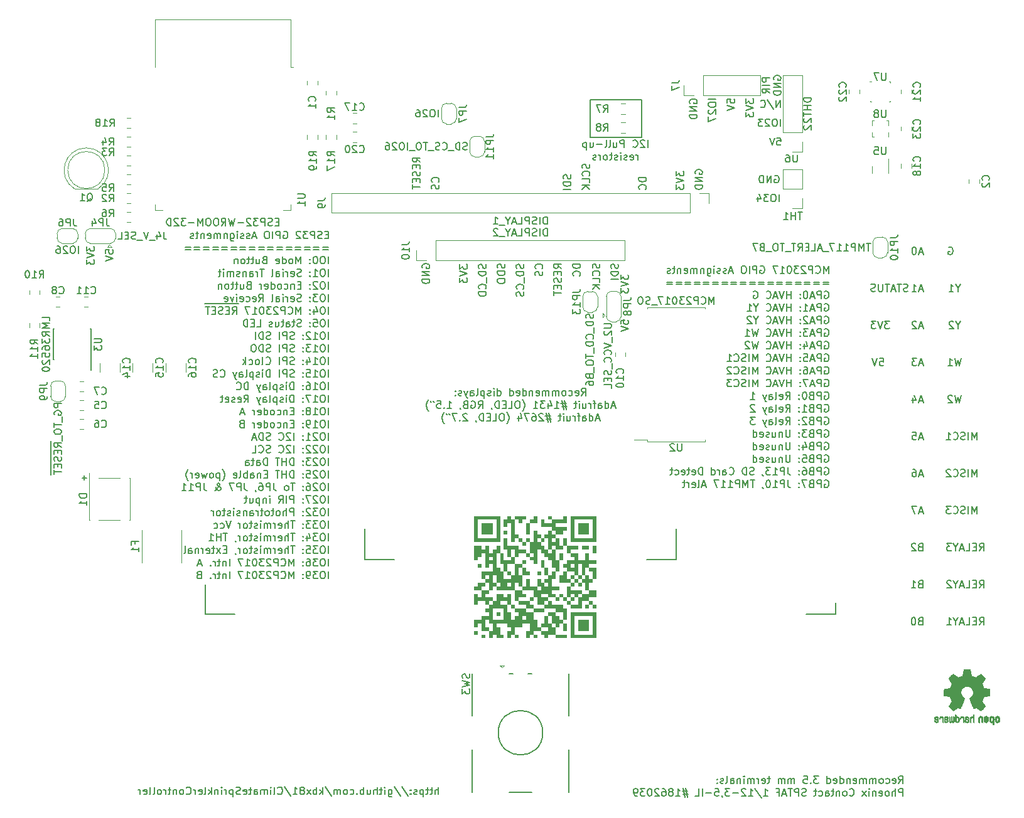
<source format=gbr>
G04 #@! TF.GenerationSoftware,KiCad,Pcbnew,(5.1.5-0-10_14)*
G04 #@! TF.CreationDate,2020-07-10T01:40:19-05:00*
G04 #@! TF.ProjectId,ClimateSprinklerController,436c696d-6174-4655-9370-72696e6b6c65,rev?*
G04 #@! TF.SameCoordinates,Original*
G04 #@! TF.FileFunction,Legend,Bot*
G04 #@! TF.FilePolarity,Positive*
%FSLAX46Y46*%
G04 Gerber Fmt 4.6, Leading zero omitted, Abs format (unit mm)*
G04 Created by KiCad (PCBNEW (5.1.5-0-10_14)) date 2020-07-10 01:40:19*
%MOMM*%
%LPD*%
G04 APERTURE LIST*
%ADD10C,0.200000*%
%ADD11C,0.150000*%
%ADD12C,0.120000*%
%ADD13C,0.100000*%
%ADD14C,0.010000*%
G04 APERTURE END LIST*
D10*
X138935476Y-143327380D02*
X138935476Y-142327380D01*
X138506904Y-143327380D02*
X138506904Y-142803571D01*
X138554523Y-142708333D01*
X138649761Y-142660714D01*
X138792619Y-142660714D01*
X138887857Y-142708333D01*
X138935476Y-142755952D01*
X138173571Y-142660714D02*
X137792619Y-142660714D01*
X138030714Y-142327380D02*
X138030714Y-143184523D01*
X137983095Y-143279761D01*
X137887857Y-143327380D01*
X137792619Y-143327380D01*
X137602142Y-142660714D02*
X137221190Y-142660714D01*
X137459285Y-142327380D02*
X137459285Y-143184523D01*
X137411666Y-143279761D01*
X137316428Y-143327380D01*
X137221190Y-143327380D01*
X136887857Y-142660714D02*
X136887857Y-143660714D01*
X136887857Y-142708333D02*
X136792619Y-142660714D01*
X136602142Y-142660714D01*
X136506904Y-142708333D01*
X136459285Y-142755952D01*
X136411666Y-142851190D01*
X136411666Y-143136904D01*
X136459285Y-143232142D01*
X136506904Y-143279761D01*
X136602142Y-143327380D01*
X136792619Y-143327380D01*
X136887857Y-143279761D01*
X136030714Y-143279761D02*
X135935476Y-143327380D01*
X135745000Y-143327380D01*
X135649761Y-143279761D01*
X135602142Y-143184523D01*
X135602142Y-143136904D01*
X135649761Y-143041666D01*
X135745000Y-142994047D01*
X135887857Y-142994047D01*
X135983095Y-142946428D01*
X136030714Y-142851190D01*
X136030714Y-142803571D01*
X135983095Y-142708333D01*
X135887857Y-142660714D01*
X135745000Y-142660714D01*
X135649761Y-142708333D01*
X135173571Y-143232142D02*
X135125952Y-143279761D01*
X135173571Y-143327380D01*
X135221190Y-143279761D01*
X135173571Y-143232142D01*
X135173571Y-143327380D01*
X135173571Y-142708333D02*
X135125952Y-142755952D01*
X135173571Y-142803571D01*
X135221190Y-142755952D01*
X135173571Y-142708333D01*
X135173571Y-142803571D01*
X133983095Y-142279761D02*
X134840238Y-143565476D01*
X132935476Y-142279761D02*
X133792619Y-143565476D01*
X132173571Y-142660714D02*
X132173571Y-143470238D01*
X132221190Y-143565476D01*
X132268809Y-143613095D01*
X132364047Y-143660714D01*
X132506904Y-143660714D01*
X132602142Y-143613095D01*
X132173571Y-143279761D02*
X132268809Y-143327380D01*
X132459285Y-143327380D01*
X132554523Y-143279761D01*
X132602142Y-143232142D01*
X132649761Y-143136904D01*
X132649761Y-142851190D01*
X132602142Y-142755952D01*
X132554523Y-142708333D01*
X132459285Y-142660714D01*
X132268809Y-142660714D01*
X132173571Y-142708333D01*
X131697380Y-143327380D02*
X131697380Y-142660714D01*
X131697380Y-142327380D02*
X131745000Y-142375000D01*
X131697380Y-142422619D01*
X131649761Y-142375000D01*
X131697380Y-142327380D01*
X131697380Y-142422619D01*
X131364047Y-142660714D02*
X130983095Y-142660714D01*
X131221190Y-142327380D02*
X131221190Y-143184523D01*
X131173571Y-143279761D01*
X131078333Y-143327380D01*
X130983095Y-143327380D01*
X130649761Y-143327380D02*
X130649761Y-142327380D01*
X130221190Y-143327380D02*
X130221190Y-142803571D01*
X130268809Y-142708333D01*
X130364047Y-142660714D01*
X130506904Y-142660714D01*
X130602142Y-142708333D01*
X130649761Y-142755952D01*
X129316428Y-142660714D02*
X129316428Y-143327380D01*
X129745000Y-142660714D02*
X129745000Y-143184523D01*
X129697380Y-143279761D01*
X129602142Y-143327380D01*
X129459285Y-143327380D01*
X129364047Y-143279761D01*
X129316428Y-143232142D01*
X128840238Y-143327380D02*
X128840238Y-142327380D01*
X128840238Y-142708333D02*
X128745000Y-142660714D01*
X128554523Y-142660714D01*
X128459285Y-142708333D01*
X128411666Y-142755952D01*
X128364047Y-142851190D01*
X128364047Y-143136904D01*
X128411666Y-143232142D01*
X128459285Y-143279761D01*
X128554523Y-143327380D01*
X128745000Y-143327380D01*
X128840238Y-143279761D01*
X127935476Y-143232142D02*
X127887857Y-143279761D01*
X127935476Y-143327380D01*
X127983095Y-143279761D01*
X127935476Y-143232142D01*
X127935476Y-143327380D01*
X127030714Y-143279761D02*
X127125952Y-143327380D01*
X127316428Y-143327380D01*
X127411666Y-143279761D01*
X127459285Y-143232142D01*
X127506904Y-143136904D01*
X127506904Y-142851190D01*
X127459285Y-142755952D01*
X127411666Y-142708333D01*
X127316428Y-142660714D01*
X127125952Y-142660714D01*
X127030714Y-142708333D01*
X126459285Y-143327380D02*
X126554523Y-143279761D01*
X126602142Y-143232142D01*
X126649761Y-143136904D01*
X126649761Y-142851190D01*
X126602142Y-142755952D01*
X126554523Y-142708333D01*
X126459285Y-142660714D01*
X126316428Y-142660714D01*
X126221190Y-142708333D01*
X126173571Y-142755952D01*
X126125952Y-142851190D01*
X126125952Y-143136904D01*
X126173571Y-143232142D01*
X126221190Y-143279761D01*
X126316428Y-143327380D01*
X126459285Y-143327380D01*
X125697380Y-143327380D02*
X125697380Y-142660714D01*
X125697380Y-142755952D02*
X125649761Y-142708333D01*
X125554523Y-142660714D01*
X125411666Y-142660714D01*
X125316428Y-142708333D01*
X125268809Y-142803571D01*
X125268809Y-143327380D01*
X125268809Y-142803571D02*
X125221190Y-142708333D01*
X125125952Y-142660714D01*
X124983095Y-142660714D01*
X124887857Y-142708333D01*
X124840238Y-142803571D01*
X124840238Y-143327380D01*
X123649761Y-142279761D02*
X124506904Y-143565476D01*
X123316428Y-143327380D02*
X123316428Y-142327380D01*
X123221190Y-142946428D02*
X122935476Y-143327380D01*
X122935476Y-142660714D02*
X123316428Y-143041666D01*
X122506904Y-143327380D02*
X122506904Y-142327380D01*
X122506904Y-142708333D02*
X122411666Y-142660714D01*
X122221190Y-142660714D01*
X122125952Y-142708333D01*
X122078333Y-142755952D01*
X122030714Y-142851190D01*
X122030714Y-143136904D01*
X122078333Y-143232142D01*
X122125952Y-143279761D01*
X122221190Y-143327380D01*
X122411666Y-143327380D01*
X122506904Y-143279761D01*
X121697380Y-143327380D02*
X121173571Y-142660714D01*
X121697380Y-142660714D02*
X121173571Y-143327380D01*
X120649761Y-142755952D02*
X120745000Y-142708333D01*
X120792619Y-142660714D01*
X120840238Y-142565476D01*
X120840238Y-142517857D01*
X120792619Y-142422619D01*
X120745000Y-142375000D01*
X120649761Y-142327380D01*
X120459285Y-142327380D01*
X120364047Y-142375000D01*
X120316428Y-142422619D01*
X120268809Y-142517857D01*
X120268809Y-142565476D01*
X120316428Y-142660714D01*
X120364047Y-142708333D01*
X120459285Y-142755952D01*
X120649761Y-142755952D01*
X120745000Y-142803571D01*
X120792619Y-142851190D01*
X120840238Y-142946428D01*
X120840238Y-143136904D01*
X120792619Y-143232142D01*
X120745000Y-143279761D01*
X120649761Y-143327380D01*
X120459285Y-143327380D01*
X120364047Y-143279761D01*
X120316428Y-143232142D01*
X120268809Y-143136904D01*
X120268809Y-142946428D01*
X120316428Y-142851190D01*
X120364047Y-142803571D01*
X120459285Y-142755952D01*
X119316428Y-143327380D02*
X119887857Y-143327380D01*
X119602142Y-143327380D02*
X119602142Y-142327380D01*
X119697380Y-142470238D01*
X119792619Y-142565476D01*
X119887857Y-142613095D01*
X118173571Y-142279761D02*
X119030714Y-143565476D01*
X117268809Y-143232142D02*
X117316428Y-143279761D01*
X117459285Y-143327380D01*
X117554523Y-143327380D01*
X117697380Y-143279761D01*
X117792619Y-143184523D01*
X117840238Y-143089285D01*
X117887857Y-142898809D01*
X117887857Y-142755952D01*
X117840238Y-142565476D01*
X117792619Y-142470238D01*
X117697380Y-142375000D01*
X117554523Y-142327380D01*
X117459285Y-142327380D01*
X117316428Y-142375000D01*
X117268809Y-142422619D01*
X116697380Y-143327380D02*
X116792619Y-143279761D01*
X116840238Y-143184523D01*
X116840238Y-142327380D01*
X116316428Y-143327380D02*
X116316428Y-142660714D01*
X116316428Y-142327380D02*
X116364047Y-142375000D01*
X116316428Y-142422619D01*
X116268809Y-142375000D01*
X116316428Y-142327380D01*
X116316428Y-142422619D01*
X115840238Y-143327380D02*
X115840238Y-142660714D01*
X115840238Y-142755952D02*
X115792619Y-142708333D01*
X115697380Y-142660714D01*
X115554523Y-142660714D01*
X115459285Y-142708333D01*
X115411666Y-142803571D01*
X115411666Y-143327380D01*
X115411666Y-142803571D02*
X115364047Y-142708333D01*
X115268809Y-142660714D01*
X115125952Y-142660714D01*
X115030714Y-142708333D01*
X114983095Y-142803571D01*
X114983095Y-143327380D01*
X114078333Y-143327380D02*
X114078333Y-142803571D01*
X114125952Y-142708333D01*
X114221190Y-142660714D01*
X114411666Y-142660714D01*
X114506904Y-142708333D01*
X114078333Y-143279761D02*
X114173571Y-143327380D01*
X114411666Y-143327380D01*
X114506904Y-143279761D01*
X114554523Y-143184523D01*
X114554523Y-143089285D01*
X114506904Y-142994047D01*
X114411666Y-142946428D01*
X114173571Y-142946428D01*
X114078333Y-142898809D01*
X113745000Y-142660714D02*
X113364047Y-142660714D01*
X113602142Y-142327380D02*
X113602142Y-143184523D01*
X113554523Y-143279761D01*
X113459285Y-143327380D01*
X113364047Y-143327380D01*
X112649761Y-143279761D02*
X112745000Y-143327380D01*
X112935476Y-143327380D01*
X113030714Y-143279761D01*
X113078333Y-143184523D01*
X113078333Y-142803571D01*
X113030714Y-142708333D01*
X112935476Y-142660714D01*
X112745000Y-142660714D01*
X112649761Y-142708333D01*
X112602142Y-142803571D01*
X112602142Y-142898809D01*
X113078333Y-142994047D01*
X112221190Y-143279761D02*
X112078333Y-143327380D01*
X111840238Y-143327380D01*
X111745000Y-143279761D01*
X111697380Y-143232142D01*
X111649761Y-143136904D01*
X111649761Y-143041666D01*
X111697380Y-142946428D01*
X111745000Y-142898809D01*
X111840238Y-142851190D01*
X112030714Y-142803571D01*
X112125952Y-142755952D01*
X112173571Y-142708333D01*
X112221190Y-142613095D01*
X112221190Y-142517857D01*
X112173571Y-142422619D01*
X112125952Y-142375000D01*
X112030714Y-142327380D01*
X111792619Y-142327380D01*
X111649761Y-142375000D01*
X111221190Y-142660714D02*
X111221190Y-143660714D01*
X111221190Y-142708333D02*
X111125952Y-142660714D01*
X110935476Y-142660714D01*
X110840238Y-142708333D01*
X110792619Y-142755952D01*
X110745000Y-142851190D01*
X110745000Y-143136904D01*
X110792619Y-143232142D01*
X110840238Y-143279761D01*
X110935476Y-143327380D01*
X111125952Y-143327380D01*
X111221190Y-143279761D01*
X110316428Y-143327380D02*
X110316428Y-142660714D01*
X110316428Y-142851190D02*
X110268809Y-142755952D01*
X110221190Y-142708333D01*
X110125952Y-142660714D01*
X110030714Y-142660714D01*
X109697380Y-143327380D02*
X109697380Y-142660714D01*
X109697380Y-142327380D02*
X109745000Y-142375000D01*
X109697380Y-142422619D01*
X109649761Y-142375000D01*
X109697380Y-142327380D01*
X109697380Y-142422619D01*
X109221190Y-142660714D02*
X109221190Y-143327380D01*
X109221190Y-142755952D02*
X109173571Y-142708333D01*
X109078333Y-142660714D01*
X108935476Y-142660714D01*
X108840238Y-142708333D01*
X108792619Y-142803571D01*
X108792619Y-143327380D01*
X108316428Y-143327380D02*
X108316428Y-142327380D01*
X108221190Y-142946428D02*
X107935476Y-143327380D01*
X107935476Y-142660714D02*
X108316428Y-143041666D01*
X107364047Y-143327380D02*
X107459285Y-143279761D01*
X107506904Y-143184523D01*
X107506904Y-142327380D01*
X106602142Y-143279761D02*
X106697380Y-143327380D01*
X106887857Y-143327380D01*
X106983095Y-143279761D01*
X107030714Y-143184523D01*
X107030714Y-142803571D01*
X106983095Y-142708333D01*
X106887857Y-142660714D01*
X106697380Y-142660714D01*
X106602142Y-142708333D01*
X106554523Y-142803571D01*
X106554523Y-142898809D01*
X107030714Y-142994047D01*
X106125952Y-143327380D02*
X106125952Y-142660714D01*
X106125952Y-142851190D02*
X106078333Y-142755952D01*
X106030714Y-142708333D01*
X105935476Y-142660714D01*
X105840238Y-142660714D01*
X104935476Y-143232142D02*
X104983095Y-143279761D01*
X105125952Y-143327380D01*
X105221190Y-143327380D01*
X105364047Y-143279761D01*
X105459285Y-143184523D01*
X105506904Y-143089285D01*
X105554523Y-142898809D01*
X105554523Y-142755952D01*
X105506904Y-142565476D01*
X105459285Y-142470238D01*
X105364047Y-142375000D01*
X105221190Y-142327380D01*
X105125952Y-142327380D01*
X104983095Y-142375000D01*
X104935476Y-142422619D01*
X104364047Y-143327380D02*
X104459285Y-143279761D01*
X104506904Y-143232142D01*
X104554523Y-143136904D01*
X104554523Y-142851190D01*
X104506904Y-142755952D01*
X104459285Y-142708333D01*
X104364047Y-142660714D01*
X104221190Y-142660714D01*
X104125952Y-142708333D01*
X104078333Y-142755952D01*
X104030714Y-142851190D01*
X104030714Y-143136904D01*
X104078333Y-143232142D01*
X104125952Y-143279761D01*
X104221190Y-143327380D01*
X104364047Y-143327380D01*
X103602142Y-142660714D02*
X103602142Y-143327380D01*
X103602142Y-142755952D02*
X103554523Y-142708333D01*
X103459285Y-142660714D01*
X103316428Y-142660714D01*
X103221190Y-142708333D01*
X103173571Y-142803571D01*
X103173571Y-143327380D01*
X102840238Y-142660714D02*
X102459285Y-142660714D01*
X102697380Y-142327380D02*
X102697380Y-143184523D01*
X102649761Y-143279761D01*
X102554523Y-143327380D01*
X102459285Y-143327380D01*
X102125952Y-143327380D02*
X102125952Y-142660714D01*
X102125952Y-142851190D02*
X102078333Y-142755952D01*
X102030714Y-142708333D01*
X101935476Y-142660714D01*
X101840238Y-142660714D01*
X101364047Y-143327380D02*
X101459285Y-143279761D01*
X101506904Y-143232142D01*
X101554523Y-143136904D01*
X101554523Y-142851190D01*
X101506904Y-142755952D01*
X101459285Y-142708333D01*
X101364047Y-142660714D01*
X101221190Y-142660714D01*
X101125952Y-142708333D01*
X101078333Y-142755952D01*
X101030714Y-142851190D01*
X101030714Y-143136904D01*
X101078333Y-143232142D01*
X101125952Y-143279761D01*
X101221190Y-143327380D01*
X101364047Y-143327380D01*
X100459285Y-143327380D02*
X100554523Y-143279761D01*
X100602142Y-143184523D01*
X100602142Y-142327380D01*
X99935476Y-143327380D02*
X100030714Y-143279761D01*
X100078333Y-143184523D01*
X100078333Y-142327380D01*
X99173571Y-143279761D02*
X99268809Y-143327380D01*
X99459285Y-143327380D01*
X99554523Y-143279761D01*
X99602142Y-143184523D01*
X99602142Y-142803571D01*
X99554523Y-142708333D01*
X99459285Y-142660714D01*
X99268809Y-142660714D01*
X99173571Y-142708333D01*
X99125952Y-142803571D01*
X99125952Y-142898809D01*
X99602142Y-142994047D01*
X98697380Y-143327380D02*
X98697380Y-142660714D01*
X98697380Y-142851190D02*
X98649761Y-142755952D01*
X98602142Y-142708333D01*
X98506904Y-142660714D01*
X98411666Y-142660714D01*
X158214285Y-89502380D02*
X158547619Y-89026190D01*
X158785714Y-89502380D02*
X158785714Y-88502380D01*
X158404761Y-88502380D01*
X158309523Y-88550000D01*
X158261904Y-88597619D01*
X158214285Y-88692857D01*
X158214285Y-88835714D01*
X158261904Y-88930952D01*
X158309523Y-88978571D01*
X158404761Y-89026190D01*
X158785714Y-89026190D01*
X157404761Y-89454761D02*
X157500000Y-89502380D01*
X157690476Y-89502380D01*
X157785714Y-89454761D01*
X157833333Y-89359523D01*
X157833333Y-88978571D01*
X157785714Y-88883333D01*
X157690476Y-88835714D01*
X157500000Y-88835714D01*
X157404761Y-88883333D01*
X157357142Y-88978571D01*
X157357142Y-89073809D01*
X157833333Y-89169047D01*
X156500000Y-89454761D02*
X156595238Y-89502380D01*
X156785714Y-89502380D01*
X156880952Y-89454761D01*
X156928571Y-89407142D01*
X156976190Y-89311904D01*
X156976190Y-89026190D01*
X156928571Y-88930952D01*
X156880952Y-88883333D01*
X156785714Y-88835714D01*
X156595238Y-88835714D01*
X156500000Y-88883333D01*
X155928571Y-89502380D02*
X156023809Y-89454761D01*
X156071428Y-89407142D01*
X156119047Y-89311904D01*
X156119047Y-89026190D01*
X156071428Y-88930952D01*
X156023809Y-88883333D01*
X155928571Y-88835714D01*
X155785714Y-88835714D01*
X155690476Y-88883333D01*
X155642857Y-88930952D01*
X155595238Y-89026190D01*
X155595238Y-89311904D01*
X155642857Y-89407142D01*
X155690476Y-89454761D01*
X155785714Y-89502380D01*
X155928571Y-89502380D01*
X155166666Y-89502380D02*
X155166666Y-88835714D01*
X155166666Y-88930952D02*
X155119047Y-88883333D01*
X155023809Y-88835714D01*
X154880952Y-88835714D01*
X154785714Y-88883333D01*
X154738095Y-88978571D01*
X154738095Y-89502380D01*
X154738095Y-88978571D02*
X154690476Y-88883333D01*
X154595238Y-88835714D01*
X154452380Y-88835714D01*
X154357142Y-88883333D01*
X154309523Y-88978571D01*
X154309523Y-89502380D01*
X153833333Y-89502380D02*
X153833333Y-88835714D01*
X153833333Y-88930952D02*
X153785714Y-88883333D01*
X153690476Y-88835714D01*
X153547619Y-88835714D01*
X153452380Y-88883333D01*
X153404761Y-88978571D01*
X153404761Y-89502380D01*
X153404761Y-88978571D02*
X153357142Y-88883333D01*
X153261904Y-88835714D01*
X153119047Y-88835714D01*
X153023809Y-88883333D01*
X152976190Y-88978571D01*
X152976190Y-89502380D01*
X152119047Y-89454761D02*
X152214285Y-89502380D01*
X152404761Y-89502380D01*
X152500000Y-89454761D01*
X152547619Y-89359523D01*
X152547619Y-88978571D01*
X152500000Y-88883333D01*
X152404761Y-88835714D01*
X152214285Y-88835714D01*
X152119047Y-88883333D01*
X152071428Y-88978571D01*
X152071428Y-89073809D01*
X152547619Y-89169047D01*
X151642857Y-88835714D02*
X151642857Y-89502380D01*
X151642857Y-88930952D02*
X151595238Y-88883333D01*
X151500000Y-88835714D01*
X151357142Y-88835714D01*
X151261904Y-88883333D01*
X151214285Y-88978571D01*
X151214285Y-89502380D01*
X150309523Y-89502380D02*
X150309523Y-88502380D01*
X150309523Y-89454761D02*
X150404761Y-89502380D01*
X150595238Y-89502380D01*
X150690476Y-89454761D01*
X150738095Y-89407142D01*
X150785714Y-89311904D01*
X150785714Y-89026190D01*
X150738095Y-88930952D01*
X150690476Y-88883333D01*
X150595238Y-88835714D01*
X150404761Y-88835714D01*
X150309523Y-88883333D01*
X149452380Y-89454761D02*
X149547619Y-89502380D01*
X149738095Y-89502380D01*
X149833333Y-89454761D01*
X149880952Y-89359523D01*
X149880952Y-88978571D01*
X149833333Y-88883333D01*
X149738095Y-88835714D01*
X149547619Y-88835714D01*
X149452380Y-88883333D01*
X149404761Y-88978571D01*
X149404761Y-89073809D01*
X149880952Y-89169047D01*
X148547619Y-89502380D02*
X148547619Y-88502380D01*
X148547619Y-89454761D02*
X148642857Y-89502380D01*
X148833333Y-89502380D01*
X148928571Y-89454761D01*
X148976190Y-89407142D01*
X149023809Y-89311904D01*
X149023809Y-89026190D01*
X148976190Y-88930952D01*
X148928571Y-88883333D01*
X148833333Y-88835714D01*
X148642857Y-88835714D01*
X148547619Y-88883333D01*
X146880952Y-89502380D02*
X146880952Y-88502380D01*
X146880952Y-89454761D02*
X146976190Y-89502380D01*
X147166666Y-89502380D01*
X147261904Y-89454761D01*
X147309523Y-89407142D01*
X147357142Y-89311904D01*
X147357142Y-89026190D01*
X147309523Y-88930952D01*
X147261904Y-88883333D01*
X147166666Y-88835714D01*
X146976190Y-88835714D01*
X146880952Y-88883333D01*
X146404761Y-89502380D02*
X146404761Y-88835714D01*
X146404761Y-88502380D02*
X146452380Y-88550000D01*
X146404761Y-88597619D01*
X146357142Y-88550000D01*
X146404761Y-88502380D01*
X146404761Y-88597619D01*
X145976190Y-89454761D02*
X145880952Y-89502380D01*
X145690476Y-89502380D01*
X145595238Y-89454761D01*
X145547619Y-89359523D01*
X145547619Y-89311904D01*
X145595238Y-89216666D01*
X145690476Y-89169047D01*
X145833333Y-89169047D01*
X145928571Y-89121428D01*
X145976190Y-89026190D01*
X145976190Y-88978571D01*
X145928571Y-88883333D01*
X145833333Y-88835714D01*
X145690476Y-88835714D01*
X145595238Y-88883333D01*
X145119047Y-88835714D02*
X145119047Y-89835714D01*
X145119047Y-88883333D02*
X145023809Y-88835714D01*
X144833333Y-88835714D01*
X144738095Y-88883333D01*
X144690476Y-88930952D01*
X144642857Y-89026190D01*
X144642857Y-89311904D01*
X144690476Y-89407142D01*
X144738095Y-89454761D01*
X144833333Y-89502380D01*
X145023809Y-89502380D01*
X145119047Y-89454761D01*
X144071428Y-89502380D02*
X144166666Y-89454761D01*
X144214285Y-89359523D01*
X144214285Y-88502380D01*
X143261904Y-89502380D02*
X143261904Y-88978571D01*
X143309523Y-88883333D01*
X143404761Y-88835714D01*
X143595238Y-88835714D01*
X143690476Y-88883333D01*
X143261904Y-89454761D02*
X143357142Y-89502380D01*
X143595238Y-89502380D01*
X143690476Y-89454761D01*
X143738095Y-89359523D01*
X143738095Y-89264285D01*
X143690476Y-89169047D01*
X143595238Y-89121428D01*
X143357142Y-89121428D01*
X143261904Y-89073809D01*
X142880952Y-88835714D02*
X142642857Y-89502380D01*
X142404761Y-88835714D02*
X142642857Y-89502380D01*
X142738095Y-89740476D01*
X142785714Y-89788095D01*
X142880952Y-89835714D01*
X142071428Y-89454761D02*
X141976190Y-89502380D01*
X141785714Y-89502380D01*
X141690476Y-89454761D01*
X141642857Y-89359523D01*
X141642857Y-89311904D01*
X141690476Y-89216666D01*
X141785714Y-89169047D01*
X141928571Y-89169047D01*
X142023809Y-89121428D01*
X142071428Y-89026190D01*
X142071428Y-88978571D01*
X142023809Y-88883333D01*
X141928571Y-88835714D01*
X141785714Y-88835714D01*
X141690476Y-88883333D01*
X141214285Y-89407142D02*
X141166666Y-89454761D01*
X141214285Y-89502380D01*
X141261904Y-89454761D01*
X141214285Y-89407142D01*
X141214285Y-89502380D01*
X141214285Y-88883333D02*
X141166666Y-88930952D01*
X141214285Y-88978571D01*
X141261904Y-88930952D01*
X141214285Y-88883333D01*
X141214285Y-88978571D01*
X162738095Y-90916666D02*
X162261904Y-90916666D01*
X162833333Y-91202380D02*
X162500000Y-90202380D01*
X162166666Y-91202380D01*
X161404761Y-91202380D02*
X161404761Y-90202380D01*
X161404761Y-91154761D02*
X161500000Y-91202380D01*
X161690476Y-91202380D01*
X161785714Y-91154761D01*
X161833333Y-91107142D01*
X161880952Y-91011904D01*
X161880952Y-90726190D01*
X161833333Y-90630952D01*
X161785714Y-90583333D01*
X161690476Y-90535714D01*
X161500000Y-90535714D01*
X161404761Y-90583333D01*
X160500000Y-91202380D02*
X160500000Y-90678571D01*
X160547619Y-90583333D01*
X160642857Y-90535714D01*
X160833333Y-90535714D01*
X160928571Y-90583333D01*
X160500000Y-91154761D02*
X160595238Y-91202380D01*
X160833333Y-91202380D01*
X160928571Y-91154761D01*
X160976190Y-91059523D01*
X160976190Y-90964285D01*
X160928571Y-90869047D01*
X160833333Y-90821428D01*
X160595238Y-90821428D01*
X160500000Y-90773809D01*
X160166666Y-90535714D02*
X159785714Y-90535714D01*
X160023809Y-91202380D02*
X160023809Y-90345238D01*
X159976190Y-90250000D01*
X159880952Y-90202380D01*
X159785714Y-90202380D01*
X159452380Y-91202380D02*
X159452380Y-90535714D01*
X159452380Y-90726190D02*
X159404761Y-90630952D01*
X159357142Y-90583333D01*
X159261904Y-90535714D01*
X159166666Y-90535714D01*
X158404761Y-90535714D02*
X158404761Y-91202380D01*
X158833333Y-90535714D02*
X158833333Y-91059523D01*
X158785714Y-91154761D01*
X158690476Y-91202380D01*
X158547619Y-91202380D01*
X158452380Y-91154761D01*
X158404761Y-91107142D01*
X157928571Y-91202380D02*
X157928571Y-90535714D01*
X157928571Y-90202380D02*
X157976190Y-90250000D01*
X157928571Y-90297619D01*
X157880952Y-90250000D01*
X157928571Y-90202380D01*
X157928571Y-90297619D01*
X157595238Y-90535714D02*
X157214285Y-90535714D01*
X157452380Y-90202380D02*
X157452380Y-91059523D01*
X157404761Y-91154761D01*
X157309523Y-91202380D01*
X157214285Y-91202380D01*
X156166666Y-90535714D02*
X155452380Y-90535714D01*
X155880952Y-90107142D02*
X156166666Y-91392857D01*
X155547619Y-90964285D02*
X156261904Y-90964285D01*
X155833333Y-91392857D02*
X155547619Y-90107142D01*
X154595238Y-91202380D02*
X155166666Y-91202380D01*
X154880952Y-91202380D02*
X154880952Y-90202380D01*
X154976190Y-90345238D01*
X155071428Y-90440476D01*
X155166666Y-90488095D01*
X153738095Y-90535714D02*
X153738095Y-91202380D01*
X153976190Y-90154761D02*
X154214285Y-90869047D01*
X153595238Y-90869047D01*
X153309523Y-90202380D02*
X152690476Y-90202380D01*
X153023809Y-90583333D01*
X152880952Y-90583333D01*
X152785714Y-90630952D01*
X152738095Y-90678571D01*
X152690476Y-90773809D01*
X152690476Y-91011904D01*
X152738095Y-91107142D01*
X152785714Y-91154761D01*
X152880952Y-91202380D01*
X153166666Y-91202380D01*
X153261904Y-91154761D01*
X153309523Y-91107142D01*
X151738095Y-91202380D02*
X152309523Y-91202380D01*
X152023809Y-91202380D02*
X152023809Y-90202380D01*
X152119047Y-90345238D01*
X152214285Y-90440476D01*
X152309523Y-90488095D01*
X150261904Y-91583333D02*
X150309523Y-91535714D01*
X150404761Y-91392857D01*
X150452380Y-91297619D01*
X150500000Y-91154761D01*
X150547619Y-90916666D01*
X150547619Y-90726190D01*
X150500000Y-90488095D01*
X150452380Y-90345238D01*
X150404761Y-90250000D01*
X150309523Y-90107142D01*
X150261904Y-90059523D01*
X149690476Y-90202380D02*
X149500000Y-90202380D01*
X149404761Y-90250000D01*
X149309523Y-90345238D01*
X149261904Y-90535714D01*
X149261904Y-90869047D01*
X149309523Y-91059523D01*
X149404761Y-91154761D01*
X149500000Y-91202380D01*
X149690476Y-91202380D01*
X149785714Y-91154761D01*
X149880952Y-91059523D01*
X149928571Y-90869047D01*
X149928571Y-90535714D01*
X149880952Y-90345238D01*
X149785714Y-90250000D01*
X149690476Y-90202380D01*
X148357142Y-91202380D02*
X148833333Y-91202380D01*
X148833333Y-90202380D01*
X148023809Y-90678571D02*
X147690476Y-90678571D01*
X147547619Y-91202380D02*
X148023809Y-91202380D01*
X148023809Y-90202380D01*
X147547619Y-90202380D01*
X147119047Y-91202380D02*
X147119047Y-90202380D01*
X146880952Y-90202380D01*
X146738095Y-90250000D01*
X146642857Y-90345238D01*
X146595238Y-90440476D01*
X146547619Y-90630952D01*
X146547619Y-90773809D01*
X146595238Y-90964285D01*
X146642857Y-91059523D01*
X146738095Y-91154761D01*
X146880952Y-91202380D01*
X147119047Y-91202380D01*
X146071428Y-91154761D02*
X146071428Y-91202380D01*
X146119047Y-91297619D01*
X146166666Y-91345238D01*
X144309523Y-91202380D02*
X144642857Y-90726190D01*
X144880952Y-91202380D02*
X144880952Y-90202380D01*
X144500000Y-90202380D01*
X144404761Y-90250000D01*
X144357142Y-90297619D01*
X144309523Y-90392857D01*
X144309523Y-90535714D01*
X144357142Y-90630952D01*
X144404761Y-90678571D01*
X144500000Y-90726190D01*
X144880952Y-90726190D01*
X143357142Y-90250000D02*
X143452380Y-90202380D01*
X143595238Y-90202380D01*
X143738095Y-90250000D01*
X143833333Y-90345238D01*
X143880952Y-90440476D01*
X143928571Y-90630952D01*
X143928571Y-90773809D01*
X143880952Y-90964285D01*
X143833333Y-91059523D01*
X143738095Y-91154761D01*
X143595238Y-91202380D01*
X143500000Y-91202380D01*
X143357142Y-91154761D01*
X143309523Y-91107142D01*
X143309523Y-90773809D01*
X143500000Y-90773809D01*
X142547619Y-90678571D02*
X142404761Y-90726190D01*
X142357142Y-90773809D01*
X142309523Y-90869047D01*
X142309523Y-91011904D01*
X142357142Y-91107142D01*
X142404761Y-91154761D01*
X142500000Y-91202380D01*
X142880952Y-91202380D01*
X142880952Y-90202380D01*
X142547619Y-90202380D01*
X142452380Y-90250000D01*
X142404761Y-90297619D01*
X142357142Y-90392857D01*
X142357142Y-90488095D01*
X142404761Y-90583333D01*
X142452380Y-90630952D01*
X142547619Y-90678571D01*
X142880952Y-90678571D01*
X141833333Y-91154761D02*
X141833333Y-91202380D01*
X141880952Y-91297619D01*
X141928571Y-91345238D01*
X140119047Y-91202380D02*
X140690476Y-91202380D01*
X140404761Y-91202380D02*
X140404761Y-90202380D01*
X140500000Y-90345238D01*
X140595238Y-90440476D01*
X140690476Y-90488095D01*
X139690476Y-91107142D02*
X139642857Y-91154761D01*
X139690476Y-91202380D01*
X139738095Y-91154761D01*
X139690476Y-91107142D01*
X139690476Y-91202380D01*
X138738095Y-90202380D02*
X139214285Y-90202380D01*
X139261904Y-90678571D01*
X139214285Y-90630952D01*
X139119047Y-90583333D01*
X138880952Y-90583333D01*
X138785714Y-90630952D01*
X138738095Y-90678571D01*
X138690476Y-90773809D01*
X138690476Y-91011904D01*
X138738095Y-91107142D01*
X138785714Y-91154761D01*
X138880952Y-91202380D01*
X139119047Y-91202380D01*
X139214285Y-91154761D01*
X139261904Y-91107142D01*
X138261904Y-90202380D02*
X138261904Y-90250000D01*
X138309523Y-90345238D01*
X138357142Y-90392857D01*
X137880952Y-90202380D02*
X137880952Y-90250000D01*
X137928571Y-90345238D01*
X137976190Y-90392857D01*
X137595238Y-91583333D02*
X137547619Y-91535714D01*
X137452380Y-91392857D01*
X137404761Y-91297619D01*
X137357142Y-91154761D01*
X137309523Y-90916666D01*
X137309523Y-90726190D01*
X137357142Y-90488095D01*
X137404761Y-90345238D01*
X137452380Y-90250000D01*
X137547619Y-90107142D01*
X137595238Y-90059523D01*
X160619047Y-92616666D02*
X160142857Y-92616666D01*
X160714285Y-92902380D02*
X160380952Y-91902380D01*
X160047619Y-92902380D01*
X159285714Y-92902380D02*
X159285714Y-91902380D01*
X159285714Y-92854761D02*
X159380952Y-92902380D01*
X159571428Y-92902380D01*
X159666666Y-92854761D01*
X159714285Y-92807142D01*
X159761904Y-92711904D01*
X159761904Y-92426190D01*
X159714285Y-92330952D01*
X159666666Y-92283333D01*
X159571428Y-92235714D01*
X159380952Y-92235714D01*
X159285714Y-92283333D01*
X158380952Y-92902380D02*
X158380952Y-92378571D01*
X158428571Y-92283333D01*
X158523809Y-92235714D01*
X158714285Y-92235714D01*
X158809523Y-92283333D01*
X158380952Y-92854761D02*
X158476190Y-92902380D01*
X158714285Y-92902380D01*
X158809523Y-92854761D01*
X158857142Y-92759523D01*
X158857142Y-92664285D01*
X158809523Y-92569047D01*
X158714285Y-92521428D01*
X158476190Y-92521428D01*
X158380952Y-92473809D01*
X158047619Y-92235714D02*
X157666666Y-92235714D01*
X157904761Y-92902380D02*
X157904761Y-92045238D01*
X157857142Y-91950000D01*
X157761904Y-91902380D01*
X157666666Y-91902380D01*
X157333333Y-92902380D02*
X157333333Y-92235714D01*
X157333333Y-92426190D02*
X157285714Y-92330952D01*
X157238095Y-92283333D01*
X157142857Y-92235714D01*
X157047619Y-92235714D01*
X156285714Y-92235714D02*
X156285714Y-92902380D01*
X156714285Y-92235714D02*
X156714285Y-92759523D01*
X156666666Y-92854761D01*
X156571428Y-92902380D01*
X156428571Y-92902380D01*
X156333333Y-92854761D01*
X156285714Y-92807142D01*
X155809523Y-92902380D02*
X155809523Y-92235714D01*
X155809523Y-91902380D02*
X155857142Y-91950000D01*
X155809523Y-91997619D01*
X155761904Y-91950000D01*
X155809523Y-91902380D01*
X155809523Y-91997619D01*
X155476190Y-92235714D02*
X155095238Y-92235714D01*
X155333333Y-91902380D02*
X155333333Y-92759523D01*
X155285714Y-92854761D01*
X155190476Y-92902380D01*
X155095238Y-92902380D01*
X154047619Y-92235714D02*
X153333333Y-92235714D01*
X153761904Y-91807142D02*
X154047619Y-93092857D01*
X153428571Y-92664285D02*
X154142857Y-92664285D01*
X153714285Y-93092857D02*
X153428571Y-91807142D01*
X153047619Y-91997619D02*
X153000000Y-91950000D01*
X152904761Y-91902380D01*
X152666666Y-91902380D01*
X152571428Y-91950000D01*
X152523809Y-91997619D01*
X152476190Y-92092857D01*
X152476190Y-92188095D01*
X152523809Y-92330952D01*
X153095238Y-92902380D01*
X152476190Y-92902380D01*
X151619047Y-91902380D02*
X151809523Y-91902380D01*
X151904761Y-91950000D01*
X151952380Y-91997619D01*
X152047619Y-92140476D01*
X152095238Y-92330952D01*
X152095238Y-92711904D01*
X152047619Y-92807142D01*
X152000000Y-92854761D01*
X151904761Y-92902380D01*
X151714285Y-92902380D01*
X151619047Y-92854761D01*
X151571428Y-92807142D01*
X151523809Y-92711904D01*
X151523809Y-92473809D01*
X151571428Y-92378571D01*
X151619047Y-92330952D01*
X151714285Y-92283333D01*
X151904761Y-92283333D01*
X152000000Y-92330952D01*
X152047619Y-92378571D01*
X152095238Y-92473809D01*
X151190476Y-91902380D02*
X150523809Y-91902380D01*
X150952380Y-92902380D01*
X149714285Y-92235714D02*
X149714285Y-92902380D01*
X149952380Y-91854761D02*
X150190476Y-92569047D01*
X149571428Y-92569047D01*
X148142857Y-93283333D02*
X148190476Y-93235714D01*
X148285714Y-93092857D01*
X148333333Y-92997619D01*
X148380952Y-92854761D01*
X148428571Y-92616666D01*
X148428571Y-92426190D01*
X148380952Y-92188095D01*
X148333333Y-92045238D01*
X148285714Y-91950000D01*
X148190476Y-91807142D01*
X148142857Y-91759523D01*
X147571428Y-91902380D02*
X147380952Y-91902380D01*
X147285714Y-91950000D01*
X147190476Y-92045238D01*
X147142857Y-92235714D01*
X147142857Y-92569047D01*
X147190476Y-92759523D01*
X147285714Y-92854761D01*
X147380952Y-92902380D01*
X147571428Y-92902380D01*
X147666666Y-92854761D01*
X147761904Y-92759523D01*
X147809523Y-92569047D01*
X147809523Y-92235714D01*
X147761904Y-92045238D01*
X147666666Y-91950000D01*
X147571428Y-91902380D01*
X146238095Y-92902380D02*
X146714285Y-92902380D01*
X146714285Y-91902380D01*
X145904761Y-92378571D02*
X145571428Y-92378571D01*
X145428571Y-92902380D02*
X145904761Y-92902380D01*
X145904761Y-91902380D01*
X145428571Y-91902380D01*
X145000000Y-92902380D02*
X145000000Y-91902380D01*
X144761904Y-91902380D01*
X144619047Y-91950000D01*
X144523809Y-92045238D01*
X144476190Y-92140476D01*
X144428571Y-92330952D01*
X144428571Y-92473809D01*
X144476190Y-92664285D01*
X144523809Y-92759523D01*
X144619047Y-92854761D01*
X144761904Y-92902380D01*
X145000000Y-92902380D01*
X143952380Y-92854761D02*
X143952380Y-92902380D01*
X144000000Y-92997619D01*
X144047619Y-93045238D01*
X142809523Y-91997619D02*
X142761904Y-91950000D01*
X142666666Y-91902380D01*
X142428571Y-91902380D01*
X142333333Y-91950000D01*
X142285714Y-91997619D01*
X142238095Y-92092857D01*
X142238095Y-92188095D01*
X142285714Y-92330952D01*
X142857142Y-92902380D01*
X142238095Y-92902380D01*
X141809523Y-92807142D02*
X141761904Y-92854761D01*
X141809523Y-92902380D01*
X141857142Y-92854761D01*
X141809523Y-92807142D01*
X141809523Y-92902380D01*
X141428571Y-91902380D02*
X140761904Y-91902380D01*
X141190476Y-92902380D01*
X140380952Y-91902380D02*
X140380952Y-91950000D01*
X140428571Y-92045238D01*
X140476190Y-92092857D01*
X140000000Y-91902380D02*
X140000000Y-91950000D01*
X140047619Y-92045238D01*
X140095238Y-92092857D01*
X139714285Y-93283333D02*
X139666666Y-93235714D01*
X139571428Y-93092857D01*
X139523809Y-92997619D01*
X139476190Y-92854761D01*
X139428571Y-92616666D01*
X139428571Y-92426190D01*
X139476190Y-92188095D01*
X139523809Y-92045238D01*
X139571428Y-91950000D01*
X139666666Y-91807142D01*
X139714285Y-91759523D01*
X200990476Y-141842380D02*
X201323809Y-141366190D01*
X201561904Y-141842380D02*
X201561904Y-140842380D01*
X201180952Y-140842380D01*
X201085714Y-140890000D01*
X201038095Y-140937619D01*
X200990476Y-141032857D01*
X200990476Y-141175714D01*
X201038095Y-141270952D01*
X201085714Y-141318571D01*
X201180952Y-141366190D01*
X201561904Y-141366190D01*
X200180952Y-141794761D02*
X200276190Y-141842380D01*
X200466666Y-141842380D01*
X200561904Y-141794761D01*
X200609523Y-141699523D01*
X200609523Y-141318571D01*
X200561904Y-141223333D01*
X200466666Y-141175714D01*
X200276190Y-141175714D01*
X200180952Y-141223333D01*
X200133333Y-141318571D01*
X200133333Y-141413809D01*
X200609523Y-141509047D01*
X199276190Y-141794761D02*
X199371428Y-141842380D01*
X199561904Y-141842380D01*
X199657142Y-141794761D01*
X199704761Y-141747142D01*
X199752380Y-141651904D01*
X199752380Y-141366190D01*
X199704761Y-141270952D01*
X199657142Y-141223333D01*
X199561904Y-141175714D01*
X199371428Y-141175714D01*
X199276190Y-141223333D01*
X198704761Y-141842380D02*
X198800000Y-141794761D01*
X198847619Y-141747142D01*
X198895238Y-141651904D01*
X198895238Y-141366190D01*
X198847619Y-141270952D01*
X198800000Y-141223333D01*
X198704761Y-141175714D01*
X198561904Y-141175714D01*
X198466666Y-141223333D01*
X198419047Y-141270952D01*
X198371428Y-141366190D01*
X198371428Y-141651904D01*
X198419047Y-141747142D01*
X198466666Y-141794761D01*
X198561904Y-141842380D01*
X198704761Y-141842380D01*
X197942857Y-141842380D02*
X197942857Y-141175714D01*
X197942857Y-141270952D02*
X197895238Y-141223333D01*
X197800000Y-141175714D01*
X197657142Y-141175714D01*
X197561904Y-141223333D01*
X197514285Y-141318571D01*
X197514285Y-141842380D01*
X197514285Y-141318571D02*
X197466666Y-141223333D01*
X197371428Y-141175714D01*
X197228571Y-141175714D01*
X197133333Y-141223333D01*
X197085714Y-141318571D01*
X197085714Y-141842380D01*
X196609523Y-141842380D02*
X196609523Y-141175714D01*
X196609523Y-141270952D02*
X196561904Y-141223333D01*
X196466666Y-141175714D01*
X196323809Y-141175714D01*
X196228571Y-141223333D01*
X196180952Y-141318571D01*
X196180952Y-141842380D01*
X196180952Y-141318571D02*
X196133333Y-141223333D01*
X196038095Y-141175714D01*
X195895238Y-141175714D01*
X195800000Y-141223333D01*
X195752380Y-141318571D01*
X195752380Y-141842380D01*
X194895238Y-141794761D02*
X194990476Y-141842380D01*
X195180952Y-141842380D01*
X195276190Y-141794761D01*
X195323809Y-141699523D01*
X195323809Y-141318571D01*
X195276190Y-141223333D01*
X195180952Y-141175714D01*
X194990476Y-141175714D01*
X194895238Y-141223333D01*
X194847619Y-141318571D01*
X194847619Y-141413809D01*
X195323809Y-141509047D01*
X194419047Y-141175714D02*
X194419047Y-141842380D01*
X194419047Y-141270952D02*
X194371428Y-141223333D01*
X194276190Y-141175714D01*
X194133333Y-141175714D01*
X194038095Y-141223333D01*
X193990476Y-141318571D01*
X193990476Y-141842380D01*
X193085714Y-141842380D02*
X193085714Y-140842380D01*
X193085714Y-141794761D02*
X193180952Y-141842380D01*
X193371428Y-141842380D01*
X193466666Y-141794761D01*
X193514285Y-141747142D01*
X193561904Y-141651904D01*
X193561904Y-141366190D01*
X193514285Y-141270952D01*
X193466666Y-141223333D01*
X193371428Y-141175714D01*
X193180952Y-141175714D01*
X193085714Y-141223333D01*
X192228571Y-141794761D02*
X192323809Y-141842380D01*
X192514285Y-141842380D01*
X192609523Y-141794761D01*
X192657142Y-141699523D01*
X192657142Y-141318571D01*
X192609523Y-141223333D01*
X192514285Y-141175714D01*
X192323809Y-141175714D01*
X192228571Y-141223333D01*
X192180952Y-141318571D01*
X192180952Y-141413809D01*
X192657142Y-141509047D01*
X191323809Y-141842380D02*
X191323809Y-140842380D01*
X191323809Y-141794761D02*
X191419047Y-141842380D01*
X191609523Y-141842380D01*
X191704761Y-141794761D01*
X191752380Y-141747142D01*
X191800000Y-141651904D01*
X191800000Y-141366190D01*
X191752380Y-141270952D01*
X191704761Y-141223333D01*
X191609523Y-141175714D01*
X191419047Y-141175714D01*
X191323809Y-141223333D01*
X190180952Y-140842380D02*
X189561904Y-140842380D01*
X189895238Y-141223333D01*
X189752380Y-141223333D01*
X189657142Y-141270952D01*
X189609523Y-141318571D01*
X189561904Y-141413809D01*
X189561904Y-141651904D01*
X189609523Y-141747142D01*
X189657142Y-141794761D01*
X189752380Y-141842380D01*
X190038095Y-141842380D01*
X190133333Y-141794761D01*
X190180952Y-141747142D01*
X189133333Y-141747142D02*
X189085714Y-141794761D01*
X189133333Y-141842380D01*
X189180952Y-141794761D01*
X189133333Y-141747142D01*
X189133333Y-141842380D01*
X188180952Y-140842380D02*
X188657142Y-140842380D01*
X188704761Y-141318571D01*
X188657142Y-141270952D01*
X188561904Y-141223333D01*
X188323809Y-141223333D01*
X188228571Y-141270952D01*
X188180952Y-141318571D01*
X188133333Y-141413809D01*
X188133333Y-141651904D01*
X188180952Y-141747142D01*
X188228571Y-141794761D01*
X188323809Y-141842380D01*
X188561904Y-141842380D01*
X188657142Y-141794761D01*
X188704761Y-141747142D01*
X186942857Y-141842380D02*
X186942857Y-141175714D01*
X186942857Y-141270952D02*
X186895238Y-141223333D01*
X186800000Y-141175714D01*
X186657142Y-141175714D01*
X186561904Y-141223333D01*
X186514285Y-141318571D01*
X186514285Y-141842380D01*
X186514285Y-141318571D02*
X186466666Y-141223333D01*
X186371428Y-141175714D01*
X186228571Y-141175714D01*
X186133333Y-141223333D01*
X186085714Y-141318571D01*
X186085714Y-141842380D01*
X185609523Y-141842380D02*
X185609523Y-141175714D01*
X185609523Y-141270952D02*
X185561904Y-141223333D01*
X185466666Y-141175714D01*
X185323809Y-141175714D01*
X185228571Y-141223333D01*
X185180952Y-141318571D01*
X185180952Y-141842380D01*
X185180952Y-141318571D02*
X185133333Y-141223333D01*
X185038095Y-141175714D01*
X184895238Y-141175714D01*
X184800000Y-141223333D01*
X184752380Y-141318571D01*
X184752380Y-141842380D01*
X183657142Y-141175714D02*
X183276190Y-141175714D01*
X183514285Y-140842380D02*
X183514285Y-141699523D01*
X183466666Y-141794761D01*
X183371428Y-141842380D01*
X183276190Y-141842380D01*
X182561904Y-141794761D02*
X182657142Y-141842380D01*
X182847619Y-141842380D01*
X182942857Y-141794761D01*
X182990476Y-141699523D01*
X182990476Y-141318571D01*
X182942857Y-141223333D01*
X182847619Y-141175714D01*
X182657142Y-141175714D01*
X182561904Y-141223333D01*
X182514285Y-141318571D01*
X182514285Y-141413809D01*
X182990476Y-141509047D01*
X182085714Y-141842380D02*
X182085714Y-141175714D01*
X182085714Y-141366190D02*
X182038095Y-141270952D01*
X181990476Y-141223333D01*
X181895238Y-141175714D01*
X181800000Y-141175714D01*
X181466666Y-141842380D02*
X181466666Y-141175714D01*
X181466666Y-141270952D02*
X181419047Y-141223333D01*
X181323809Y-141175714D01*
X181180952Y-141175714D01*
X181085714Y-141223333D01*
X181038095Y-141318571D01*
X181038095Y-141842380D01*
X181038095Y-141318571D02*
X180990476Y-141223333D01*
X180895238Y-141175714D01*
X180752380Y-141175714D01*
X180657142Y-141223333D01*
X180609523Y-141318571D01*
X180609523Y-141842380D01*
X180133333Y-141842380D02*
X180133333Y-141175714D01*
X180133333Y-140842380D02*
X180180952Y-140890000D01*
X180133333Y-140937619D01*
X180085714Y-140890000D01*
X180133333Y-140842380D01*
X180133333Y-140937619D01*
X179657142Y-141175714D02*
X179657142Y-141842380D01*
X179657142Y-141270952D02*
X179609523Y-141223333D01*
X179514285Y-141175714D01*
X179371428Y-141175714D01*
X179276190Y-141223333D01*
X179228571Y-141318571D01*
X179228571Y-141842380D01*
X178323809Y-141842380D02*
X178323809Y-141318571D01*
X178371428Y-141223333D01*
X178466666Y-141175714D01*
X178657142Y-141175714D01*
X178752380Y-141223333D01*
X178323809Y-141794761D02*
X178419047Y-141842380D01*
X178657142Y-141842380D01*
X178752380Y-141794761D01*
X178800000Y-141699523D01*
X178800000Y-141604285D01*
X178752380Y-141509047D01*
X178657142Y-141461428D01*
X178419047Y-141461428D01*
X178323809Y-141413809D01*
X177704761Y-141842380D02*
X177800000Y-141794761D01*
X177847619Y-141699523D01*
X177847619Y-140842380D01*
X177371428Y-141794761D02*
X177276190Y-141842380D01*
X177085714Y-141842380D01*
X176990476Y-141794761D01*
X176942857Y-141699523D01*
X176942857Y-141651904D01*
X176990476Y-141556666D01*
X177085714Y-141509047D01*
X177228571Y-141509047D01*
X177323809Y-141461428D01*
X177371428Y-141366190D01*
X177371428Y-141318571D01*
X177323809Y-141223333D01*
X177228571Y-141175714D01*
X177085714Y-141175714D01*
X176990476Y-141223333D01*
X176514285Y-141747142D02*
X176466666Y-141794761D01*
X176514285Y-141842380D01*
X176561904Y-141794761D01*
X176514285Y-141747142D01*
X176514285Y-141842380D01*
X176514285Y-141223333D02*
X176466666Y-141270952D01*
X176514285Y-141318571D01*
X176561904Y-141270952D01*
X176514285Y-141223333D01*
X176514285Y-141318571D01*
X201561904Y-143542380D02*
X201561904Y-142542380D01*
X201180952Y-142542380D01*
X201085714Y-142590000D01*
X201038095Y-142637619D01*
X200990476Y-142732857D01*
X200990476Y-142875714D01*
X201038095Y-142970952D01*
X201085714Y-143018571D01*
X201180952Y-143066190D01*
X201561904Y-143066190D01*
X200561904Y-143542380D02*
X200561904Y-142542380D01*
X200133333Y-143542380D02*
X200133333Y-143018571D01*
X200180952Y-142923333D01*
X200276190Y-142875714D01*
X200419047Y-142875714D01*
X200514285Y-142923333D01*
X200561904Y-142970952D01*
X199514285Y-143542380D02*
X199609523Y-143494761D01*
X199657142Y-143447142D01*
X199704761Y-143351904D01*
X199704761Y-143066190D01*
X199657142Y-142970952D01*
X199609523Y-142923333D01*
X199514285Y-142875714D01*
X199371428Y-142875714D01*
X199276190Y-142923333D01*
X199228571Y-142970952D01*
X199180952Y-143066190D01*
X199180952Y-143351904D01*
X199228571Y-143447142D01*
X199276190Y-143494761D01*
X199371428Y-143542380D01*
X199514285Y-143542380D01*
X198371428Y-143494761D02*
X198466666Y-143542380D01*
X198657142Y-143542380D01*
X198752380Y-143494761D01*
X198800000Y-143399523D01*
X198800000Y-143018571D01*
X198752380Y-142923333D01*
X198657142Y-142875714D01*
X198466666Y-142875714D01*
X198371428Y-142923333D01*
X198323809Y-143018571D01*
X198323809Y-143113809D01*
X198800000Y-143209047D01*
X197895238Y-142875714D02*
X197895238Y-143542380D01*
X197895238Y-142970952D02*
X197847619Y-142923333D01*
X197752380Y-142875714D01*
X197609523Y-142875714D01*
X197514285Y-142923333D01*
X197466666Y-143018571D01*
X197466666Y-143542380D01*
X196990476Y-143542380D02*
X196990476Y-142875714D01*
X196990476Y-142542380D02*
X197038095Y-142590000D01*
X196990476Y-142637619D01*
X196942857Y-142590000D01*
X196990476Y-142542380D01*
X196990476Y-142637619D01*
X196609523Y-143542380D02*
X196085714Y-142875714D01*
X196609523Y-142875714D02*
X196085714Y-143542380D01*
X194371428Y-143447142D02*
X194419047Y-143494761D01*
X194561904Y-143542380D01*
X194657142Y-143542380D01*
X194800000Y-143494761D01*
X194895238Y-143399523D01*
X194942857Y-143304285D01*
X194990476Y-143113809D01*
X194990476Y-142970952D01*
X194942857Y-142780476D01*
X194895238Y-142685238D01*
X194800000Y-142590000D01*
X194657142Y-142542380D01*
X194561904Y-142542380D01*
X194419047Y-142590000D01*
X194371428Y-142637619D01*
X193800000Y-143542380D02*
X193895238Y-143494761D01*
X193942857Y-143447142D01*
X193990476Y-143351904D01*
X193990476Y-143066190D01*
X193942857Y-142970952D01*
X193895238Y-142923333D01*
X193800000Y-142875714D01*
X193657142Y-142875714D01*
X193561904Y-142923333D01*
X193514285Y-142970952D01*
X193466666Y-143066190D01*
X193466666Y-143351904D01*
X193514285Y-143447142D01*
X193561904Y-143494761D01*
X193657142Y-143542380D01*
X193800000Y-143542380D01*
X193038095Y-142875714D02*
X193038095Y-143542380D01*
X193038095Y-142970952D02*
X192990476Y-142923333D01*
X192895238Y-142875714D01*
X192752380Y-142875714D01*
X192657142Y-142923333D01*
X192609523Y-143018571D01*
X192609523Y-143542380D01*
X192276190Y-142875714D02*
X191895238Y-142875714D01*
X192133333Y-142542380D02*
X192133333Y-143399523D01*
X192085714Y-143494761D01*
X191990476Y-143542380D01*
X191895238Y-143542380D01*
X191133333Y-143542380D02*
X191133333Y-143018571D01*
X191180952Y-142923333D01*
X191276190Y-142875714D01*
X191466666Y-142875714D01*
X191561904Y-142923333D01*
X191133333Y-143494761D02*
X191228571Y-143542380D01*
X191466666Y-143542380D01*
X191561904Y-143494761D01*
X191609523Y-143399523D01*
X191609523Y-143304285D01*
X191561904Y-143209047D01*
X191466666Y-143161428D01*
X191228571Y-143161428D01*
X191133333Y-143113809D01*
X190228571Y-143494761D02*
X190323809Y-143542380D01*
X190514285Y-143542380D01*
X190609523Y-143494761D01*
X190657142Y-143447142D01*
X190704761Y-143351904D01*
X190704761Y-143066190D01*
X190657142Y-142970952D01*
X190609523Y-142923333D01*
X190514285Y-142875714D01*
X190323809Y-142875714D01*
X190228571Y-142923333D01*
X189942857Y-142875714D02*
X189561904Y-142875714D01*
X189800000Y-142542380D02*
X189800000Y-143399523D01*
X189752380Y-143494761D01*
X189657142Y-143542380D01*
X189561904Y-143542380D01*
X188514285Y-143494761D02*
X188371428Y-143542380D01*
X188133333Y-143542380D01*
X188038095Y-143494761D01*
X187990476Y-143447142D01*
X187942857Y-143351904D01*
X187942857Y-143256666D01*
X187990476Y-143161428D01*
X188038095Y-143113809D01*
X188133333Y-143066190D01*
X188323809Y-143018571D01*
X188419047Y-142970952D01*
X188466666Y-142923333D01*
X188514285Y-142828095D01*
X188514285Y-142732857D01*
X188466666Y-142637619D01*
X188419047Y-142590000D01*
X188323809Y-142542380D01*
X188085714Y-142542380D01*
X187942857Y-142590000D01*
X187514285Y-143542380D02*
X187514285Y-142542380D01*
X187133333Y-142542380D01*
X187038095Y-142590000D01*
X186990476Y-142637619D01*
X186942857Y-142732857D01*
X186942857Y-142875714D01*
X186990476Y-142970952D01*
X187038095Y-143018571D01*
X187133333Y-143066190D01*
X187514285Y-143066190D01*
X186657142Y-142542380D02*
X186085714Y-142542380D01*
X186371428Y-143542380D02*
X186371428Y-142542380D01*
X185800000Y-143256666D02*
X185323809Y-143256666D01*
X185895238Y-143542380D02*
X185561904Y-142542380D01*
X185228571Y-143542380D01*
X184561904Y-143018571D02*
X184895238Y-143018571D01*
X184895238Y-143542380D02*
X184895238Y-142542380D01*
X184419047Y-142542380D01*
X182752380Y-143542380D02*
X183323809Y-143542380D01*
X183038095Y-143542380D02*
X183038095Y-142542380D01*
X183133333Y-142685238D01*
X183228571Y-142780476D01*
X183323809Y-142828095D01*
X181609523Y-142494761D02*
X182466666Y-143780476D01*
X180752380Y-143542380D02*
X181323809Y-143542380D01*
X181038095Y-143542380D02*
X181038095Y-142542380D01*
X181133333Y-142685238D01*
X181228571Y-142780476D01*
X181323809Y-142828095D01*
X180371428Y-142637619D02*
X180323809Y-142590000D01*
X180228571Y-142542380D01*
X179990476Y-142542380D01*
X179895238Y-142590000D01*
X179847619Y-142637619D01*
X179800000Y-142732857D01*
X179800000Y-142828095D01*
X179847619Y-142970952D01*
X180419047Y-143542380D01*
X179800000Y-143542380D01*
X179371428Y-143161428D02*
X178609523Y-143161428D01*
X178228571Y-142542380D02*
X177609523Y-142542380D01*
X177942857Y-142923333D01*
X177800000Y-142923333D01*
X177704761Y-142970952D01*
X177657142Y-143018571D01*
X177609523Y-143113809D01*
X177609523Y-143351904D01*
X177657142Y-143447142D01*
X177704761Y-143494761D01*
X177800000Y-143542380D01*
X178085714Y-143542380D01*
X178180952Y-143494761D01*
X178228571Y-143447142D01*
X177133333Y-143494761D02*
X177133333Y-143542380D01*
X177180952Y-143637619D01*
X177228571Y-143685238D01*
X176228571Y-142542380D02*
X176704761Y-142542380D01*
X176752380Y-143018571D01*
X176704761Y-142970952D01*
X176609523Y-142923333D01*
X176371428Y-142923333D01*
X176276190Y-142970952D01*
X176228571Y-143018571D01*
X176180952Y-143113809D01*
X176180952Y-143351904D01*
X176228571Y-143447142D01*
X176276190Y-143494761D01*
X176371428Y-143542380D01*
X176609523Y-143542380D01*
X176704761Y-143494761D01*
X176752380Y-143447142D01*
X175752380Y-143161428D02*
X174990476Y-143161428D01*
X174514285Y-143542380D02*
X174514285Y-142542380D01*
X173561904Y-143542380D02*
X174038095Y-143542380D01*
X174038095Y-142542380D01*
X172514285Y-142875714D02*
X171800000Y-142875714D01*
X172228571Y-142447142D02*
X172514285Y-143732857D01*
X171895238Y-143304285D02*
X172609523Y-143304285D01*
X172180952Y-143732857D02*
X171895238Y-142447142D01*
X170942857Y-143542380D02*
X171514285Y-143542380D01*
X171228571Y-143542380D02*
X171228571Y-142542380D01*
X171323809Y-142685238D01*
X171419047Y-142780476D01*
X171514285Y-142828095D01*
X170371428Y-142970952D02*
X170466666Y-142923333D01*
X170514285Y-142875714D01*
X170561904Y-142780476D01*
X170561904Y-142732857D01*
X170514285Y-142637619D01*
X170466666Y-142590000D01*
X170371428Y-142542380D01*
X170180952Y-142542380D01*
X170085714Y-142590000D01*
X170038095Y-142637619D01*
X169990476Y-142732857D01*
X169990476Y-142780476D01*
X170038095Y-142875714D01*
X170085714Y-142923333D01*
X170180952Y-142970952D01*
X170371428Y-142970952D01*
X170466666Y-143018571D01*
X170514285Y-143066190D01*
X170561904Y-143161428D01*
X170561904Y-143351904D01*
X170514285Y-143447142D01*
X170466666Y-143494761D01*
X170371428Y-143542380D01*
X170180952Y-143542380D01*
X170085714Y-143494761D01*
X170038095Y-143447142D01*
X169990476Y-143351904D01*
X169990476Y-143161428D01*
X170038095Y-143066190D01*
X170085714Y-143018571D01*
X170180952Y-142970952D01*
X169133333Y-142542380D02*
X169323809Y-142542380D01*
X169419047Y-142590000D01*
X169466666Y-142637619D01*
X169561904Y-142780476D01*
X169609523Y-142970952D01*
X169609523Y-143351904D01*
X169561904Y-143447142D01*
X169514285Y-143494761D01*
X169419047Y-143542380D01*
X169228571Y-143542380D01*
X169133333Y-143494761D01*
X169085714Y-143447142D01*
X169038095Y-143351904D01*
X169038095Y-143113809D01*
X169085714Y-143018571D01*
X169133333Y-142970952D01*
X169228571Y-142923333D01*
X169419047Y-142923333D01*
X169514285Y-142970952D01*
X169561904Y-143018571D01*
X169609523Y-143113809D01*
X168657142Y-142637619D02*
X168609523Y-142590000D01*
X168514285Y-142542380D01*
X168276190Y-142542380D01*
X168180952Y-142590000D01*
X168133333Y-142637619D01*
X168085714Y-142732857D01*
X168085714Y-142828095D01*
X168133333Y-142970952D01*
X168704761Y-143542380D01*
X168085714Y-143542380D01*
X167466666Y-142542380D02*
X167371428Y-142542380D01*
X167276190Y-142590000D01*
X167228571Y-142637619D01*
X167180952Y-142732857D01*
X167133333Y-142923333D01*
X167133333Y-143161428D01*
X167180952Y-143351904D01*
X167228571Y-143447142D01*
X167276190Y-143494761D01*
X167371428Y-143542380D01*
X167466666Y-143542380D01*
X167561904Y-143494761D01*
X167609523Y-143447142D01*
X167657142Y-143351904D01*
X167704761Y-143161428D01*
X167704761Y-142923333D01*
X167657142Y-142732857D01*
X167609523Y-142637619D01*
X167561904Y-142590000D01*
X167466666Y-142542380D01*
X166800000Y-142542380D02*
X166180952Y-142542380D01*
X166514285Y-142923333D01*
X166371428Y-142923333D01*
X166276190Y-142970952D01*
X166228571Y-143018571D01*
X166180952Y-143113809D01*
X166180952Y-143351904D01*
X166228571Y-143447142D01*
X166276190Y-143494761D01*
X166371428Y-143542380D01*
X166657142Y-143542380D01*
X166752380Y-143494761D01*
X166800000Y-143447142D01*
X165704761Y-143542380D02*
X165514285Y-143542380D01*
X165419047Y-143494761D01*
X165371428Y-143447142D01*
X165276190Y-143304285D01*
X165228571Y-143113809D01*
X165228571Y-142732857D01*
X165276190Y-142637619D01*
X165323809Y-142590000D01*
X165419047Y-142542380D01*
X165609523Y-142542380D01*
X165704761Y-142590000D01*
X165752380Y-142637619D01*
X165800000Y-142732857D01*
X165800000Y-142970952D01*
X165752380Y-143066190D01*
X165704761Y-143113809D01*
X165609523Y-143161428D01*
X165419047Y-143161428D01*
X165323809Y-143113809D01*
X165276190Y-143066190D01*
X165228571Y-142970952D01*
X167171142Y-55990380D02*
X167171142Y-54990380D01*
X166742571Y-55085619D02*
X166694952Y-55038000D01*
X166599714Y-54990380D01*
X166361619Y-54990380D01*
X166266380Y-55038000D01*
X166218761Y-55085619D01*
X166171142Y-55180857D01*
X166171142Y-55276095D01*
X166218761Y-55418952D01*
X166790190Y-55990380D01*
X166171142Y-55990380D01*
X165171142Y-55895142D02*
X165218761Y-55942761D01*
X165361619Y-55990380D01*
X165456857Y-55990380D01*
X165599714Y-55942761D01*
X165694952Y-55847523D01*
X165742571Y-55752285D01*
X165790190Y-55561809D01*
X165790190Y-55418952D01*
X165742571Y-55228476D01*
X165694952Y-55133238D01*
X165599714Y-55038000D01*
X165456857Y-54990380D01*
X165361619Y-54990380D01*
X165218761Y-55038000D01*
X165171142Y-55085619D01*
X163980666Y-55990380D02*
X163980666Y-54990380D01*
X163599714Y-54990380D01*
X163504476Y-55038000D01*
X163456857Y-55085619D01*
X163409238Y-55180857D01*
X163409238Y-55323714D01*
X163456857Y-55418952D01*
X163504476Y-55466571D01*
X163599714Y-55514190D01*
X163980666Y-55514190D01*
X162552095Y-55323714D02*
X162552095Y-55990380D01*
X162980666Y-55323714D02*
X162980666Y-55847523D01*
X162933047Y-55942761D01*
X162837809Y-55990380D01*
X162694952Y-55990380D01*
X162599714Y-55942761D01*
X162552095Y-55895142D01*
X161933047Y-55990380D02*
X162028285Y-55942761D01*
X162075904Y-55847523D01*
X162075904Y-54990380D01*
X161409238Y-55990380D02*
X161504476Y-55942761D01*
X161552095Y-55847523D01*
X161552095Y-54990380D01*
X161028285Y-55609428D02*
X160266380Y-55609428D01*
X159361619Y-55323714D02*
X159361619Y-55990380D01*
X159790190Y-55323714D02*
X159790190Y-55847523D01*
X159742571Y-55942761D01*
X159647333Y-55990380D01*
X159504476Y-55990380D01*
X159409238Y-55942761D01*
X159361619Y-55895142D01*
X158885428Y-55323714D02*
X158885428Y-56323714D01*
X158885428Y-55371333D02*
X158790190Y-55323714D01*
X158599714Y-55323714D01*
X158504476Y-55371333D01*
X158456857Y-55418952D01*
X158409238Y-55514190D01*
X158409238Y-55799904D01*
X158456857Y-55895142D01*
X158504476Y-55942761D01*
X158599714Y-55990380D01*
X158790190Y-55990380D01*
X158885428Y-55942761D01*
X165814000Y-57690380D02*
X165814000Y-57023714D01*
X165814000Y-57214190D02*
X165766380Y-57118952D01*
X165718761Y-57071333D01*
X165623523Y-57023714D01*
X165528285Y-57023714D01*
X164814000Y-57642761D02*
X164909238Y-57690380D01*
X165099714Y-57690380D01*
X165194952Y-57642761D01*
X165242571Y-57547523D01*
X165242571Y-57166571D01*
X165194952Y-57071333D01*
X165099714Y-57023714D01*
X164909238Y-57023714D01*
X164814000Y-57071333D01*
X164766380Y-57166571D01*
X164766380Y-57261809D01*
X165242571Y-57357047D01*
X164385428Y-57642761D02*
X164290190Y-57690380D01*
X164099714Y-57690380D01*
X164004476Y-57642761D01*
X163956857Y-57547523D01*
X163956857Y-57499904D01*
X164004476Y-57404666D01*
X164099714Y-57357047D01*
X164242571Y-57357047D01*
X164337809Y-57309428D01*
X164385428Y-57214190D01*
X164385428Y-57166571D01*
X164337809Y-57071333D01*
X164242571Y-57023714D01*
X164099714Y-57023714D01*
X164004476Y-57071333D01*
X163528285Y-57690380D02*
X163528285Y-57023714D01*
X163528285Y-56690380D02*
X163575904Y-56738000D01*
X163528285Y-56785619D01*
X163480666Y-56738000D01*
X163528285Y-56690380D01*
X163528285Y-56785619D01*
X163099714Y-57642761D02*
X163004476Y-57690380D01*
X162814000Y-57690380D01*
X162718761Y-57642761D01*
X162671142Y-57547523D01*
X162671142Y-57499904D01*
X162718761Y-57404666D01*
X162814000Y-57357047D01*
X162956857Y-57357047D01*
X163052095Y-57309428D01*
X163099714Y-57214190D01*
X163099714Y-57166571D01*
X163052095Y-57071333D01*
X162956857Y-57023714D01*
X162814000Y-57023714D01*
X162718761Y-57071333D01*
X162385428Y-57023714D02*
X162004476Y-57023714D01*
X162242571Y-56690380D02*
X162242571Y-57547523D01*
X162194952Y-57642761D01*
X162099714Y-57690380D01*
X162004476Y-57690380D01*
X161528285Y-57690380D02*
X161623523Y-57642761D01*
X161671142Y-57595142D01*
X161718761Y-57499904D01*
X161718761Y-57214190D01*
X161671142Y-57118952D01*
X161623523Y-57071333D01*
X161528285Y-57023714D01*
X161385428Y-57023714D01*
X161290190Y-57071333D01*
X161242571Y-57118952D01*
X161194952Y-57214190D01*
X161194952Y-57499904D01*
X161242571Y-57595142D01*
X161290190Y-57642761D01*
X161385428Y-57690380D01*
X161528285Y-57690380D01*
X160766380Y-57690380D02*
X160766380Y-57023714D01*
X160766380Y-57214190D02*
X160718761Y-57118952D01*
X160671142Y-57071333D01*
X160575904Y-57023714D01*
X160480666Y-57023714D01*
X160194952Y-57642761D02*
X160099714Y-57690380D01*
X159909238Y-57690380D01*
X159814000Y-57642761D01*
X159766380Y-57547523D01*
X159766380Y-57499904D01*
X159814000Y-57404666D01*
X159909238Y-57357047D01*
X160052095Y-57357047D01*
X160147333Y-57309428D01*
X160194952Y-57214190D01*
X160194952Y-57166571D01*
X160147333Y-57071333D01*
X160052095Y-57023714D01*
X159909238Y-57023714D01*
X159814000Y-57071333D01*
X159385000Y-49530000D02*
X166370000Y-49530000D01*
X159385000Y-54610000D02*
X159385000Y-49530000D01*
X166370000Y-54610000D02*
X159385000Y-54610000D01*
X166370000Y-49530000D02*
X166370000Y-54610000D01*
D11*
X129000000Y-111600000D02*
X133000000Y-111600000D01*
X107500000Y-119000000D02*
X111500000Y-119000000D01*
D10*
X191528904Y-72997380D02*
X191528904Y-71997380D01*
X191195571Y-72711666D01*
X190862238Y-71997380D01*
X190862238Y-72997380D01*
X189814619Y-72902142D02*
X189862238Y-72949761D01*
X190005095Y-72997380D01*
X190100333Y-72997380D01*
X190243190Y-72949761D01*
X190338428Y-72854523D01*
X190386047Y-72759285D01*
X190433666Y-72568809D01*
X190433666Y-72425952D01*
X190386047Y-72235476D01*
X190338428Y-72140238D01*
X190243190Y-72045000D01*
X190100333Y-71997380D01*
X190005095Y-71997380D01*
X189862238Y-72045000D01*
X189814619Y-72092619D01*
X189386047Y-72997380D02*
X189386047Y-71997380D01*
X189005095Y-71997380D01*
X188909857Y-72045000D01*
X188862238Y-72092619D01*
X188814619Y-72187857D01*
X188814619Y-72330714D01*
X188862238Y-72425952D01*
X188909857Y-72473571D01*
X189005095Y-72521190D01*
X189386047Y-72521190D01*
X188433666Y-72092619D02*
X188386047Y-72045000D01*
X188290809Y-71997380D01*
X188052714Y-71997380D01*
X187957476Y-72045000D01*
X187909857Y-72092619D01*
X187862238Y-72187857D01*
X187862238Y-72283095D01*
X187909857Y-72425952D01*
X188481285Y-72997380D01*
X187862238Y-72997380D01*
X187528904Y-71997380D02*
X186909857Y-71997380D01*
X187243190Y-72378333D01*
X187100333Y-72378333D01*
X187005095Y-72425952D01*
X186957476Y-72473571D01*
X186909857Y-72568809D01*
X186909857Y-72806904D01*
X186957476Y-72902142D01*
X187005095Y-72949761D01*
X187100333Y-72997380D01*
X187386047Y-72997380D01*
X187481285Y-72949761D01*
X187528904Y-72902142D01*
X186290809Y-71997380D02*
X186195571Y-71997380D01*
X186100333Y-72045000D01*
X186052714Y-72092619D01*
X186005095Y-72187857D01*
X185957476Y-72378333D01*
X185957476Y-72616428D01*
X186005095Y-72806904D01*
X186052714Y-72902142D01*
X186100333Y-72949761D01*
X186195571Y-72997380D01*
X186290809Y-72997380D01*
X186386047Y-72949761D01*
X186433666Y-72902142D01*
X186481285Y-72806904D01*
X186528904Y-72616428D01*
X186528904Y-72378333D01*
X186481285Y-72187857D01*
X186433666Y-72092619D01*
X186386047Y-72045000D01*
X186290809Y-71997380D01*
X185005095Y-72997380D02*
X185576523Y-72997380D01*
X185290809Y-72997380D02*
X185290809Y-71997380D01*
X185386047Y-72140238D01*
X185481285Y-72235476D01*
X185576523Y-72283095D01*
X184671761Y-71997380D02*
X184005095Y-71997380D01*
X184433666Y-72997380D01*
X182338428Y-72045000D02*
X182433666Y-71997380D01*
X182576523Y-71997380D01*
X182719380Y-72045000D01*
X182814619Y-72140238D01*
X182862238Y-72235476D01*
X182909857Y-72425952D01*
X182909857Y-72568809D01*
X182862238Y-72759285D01*
X182814619Y-72854523D01*
X182719380Y-72949761D01*
X182576523Y-72997380D01*
X182481285Y-72997380D01*
X182338428Y-72949761D01*
X182290809Y-72902142D01*
X182290809Y-72568809D01*
X182481285Y-72568809D01*
X181862238Y-72997380D02*
X181862238Y-71997380D01*
X181481285Y-71997380D01*
X181386047Y-72045000D01*
X181338428Y-72092619D01*
X181290809Y-72187857D01*
X181290809Y-72330714D01*
X181338428Y-72425952D01*
X181386047Y-72473571D01*
X181481285Y-72521190D01*
X181862238Y-72521190D01*
X180862238Y-72997380D02*
X180862238Y-71997380D01*
X180195571Y-71997380D02*
X180005095Y-71997380D01*
X179909857Y-72045000D01*
X179814619Y-72140238D01*
X179767000Y-72330714D01*
X179767000Y-72664047D01*
X179814619Y-72854523D01*
X179909857Y-72949761D01*
X180005095Y-72997380D01*
X180195571Y-72997380D01*
X180290809Y-72949761D01*
X180386047Y-72854523D01*
X180433666Y-72664047D01*
X180433666Y-72330714D01*
X180386047Y-72140238D01*
X180290809Y-72045000D01*
X180195571Y-71997380D01*
X178624142Y-72711666D02*
X178147952Y-72711666D01*
X178719380Y-72997380D02*
X178386047Y-71997380D01*
X178052714Y-72997380D01*
X177767000Y-72949761D02*
X177671761Y-72997380D01*
X177481285Y-72997380D01*
X177386047Y-72949761D01*
X177338428Y-72854523D01*
X177338428Y-72806904D01*
X177386047Y-72711666D01*
X177481285Y-72664047D01*
X177624142Y-72664047D01*
X177719380Y-72616428D01*
X177767000Y-72521190D01*
X177767000Y-72473571D01*
X177719380Y-72378333D01*
X177624142Y-72330714D01*
X177481285Y-72330714D01*
X177386047Y-72378333D01*
X176957476Y-72949761D02*
X176862238Y-72997380D01*
X176671761Y-72997380D01*
X176576523Y-72949761D01*
X176528904Y-72854523D01*
X176528904Y-72806904D01*
X176576523Y-72711666D01*
X176671761Y-72664047D01*
X176814619Y-72664047D01*
X176909857Y-72616428D01*
X176957476Y-72521190D01*
X176957476Y-72473571D01*
X176909857Y-72378333D01*
X176814619Y-72330714D01*
X176671761Y-72330714D01*
X176576523Y-72378333D01*
X176100333Y-72997380D02*
X176100333Y-72330714D01*
X176100333Y-71997380D02*
X176147952Y-72045000D01*
X176100333Y-72092619D01*
X176052714Y-72045000D01*
X176100333Y-71997380D01*
X176100333Y-72092619D01*
X175195571Y-72330714D02*
X175195571Y-73140238D01*
X175243190Y-73235476D01*
X175290809Y-73283095D01*
X175386047Y-73330714D01*
X175528904Y-73330714D01*
X175624142Y-73283095D01*
X175195571Y-72949761D02*
X175290809Y-72997380D01*
X175481285Y-72997380D01*
X175576523Y-72949761D01*
X175624142Y-72902142D01*
X175671761Y-72806904D01*
X175671761Y-72521190D01*
X175624142Y-72425952D01*
X175576523Y-72378333D01*
X175481285Y-72330714D01*
X175290809Y-72330714D01*
X175195571Y-72378333D01*
X174719380Y-72330714D02*
X174719380Y-72997380D01*
X174719380Y-72425952D02*
X174671761Y-72378333D01*
X174576523Y-72330714D01*
X174433666Y-72330714D01*
X174338428Y-72378333D01*
X174290809Y-72473571D01*
X174290809Y-72997380D01*
X173814619Y-72997380D02*
X173814619Y-72330714D01*
X173814619Y-72425952D02*
X173767000Y-72378333D01*
X173671761Y-72330714D01*
X173528904Y-72330714D01*
X173433666Y-72378333D01*
X173386047Y-72473571D01*
X173386047Y-72997380D01*
X173386047Y-72473571D02*
X173338428Y-72378333D01*
X173243190Y-72330714D01*
X173100333Y-72330714D01*
X173005095Y-72378333D01*
X172957476Y-72473571D01*
X172957476Y-72997380D01*
X172100333Y-72949761D02*
X172195571Y-72997380D01*
X172386047Y-72997380D01*
X172481285Y-72949761D01*
X172528904Y-72854523D01*
X172528904Y-72473571D01*
X172481285Y-72378333D01*
X172386047Y-72330714D01*
X172195571Y-72330714D01*
X172100333Y-72378333D01*
X172052714Y-72473571D01*
X172052714Y-72568809D01*
X172528904Y-72664047D01*
X171624142Y-72330714D02*
X171624142Y-72997380D01*
X171624142Y-72425952D02*
X171576523Y-72378333D01*
X171481285Y-72330714D01*
X171338428Y-72330714D01*
X171243190Y-72378333D01*
X171195571Y-72473571D01*
X171195571Y-72997380D01*
X170862238Y-72330714D02*
X170481285Y-72330714D01*
X170719380Y-71997380D02*
X170719380Y-72854523D01*
X170671761Y-72949761D01*
X170576523Y-72997380D01*
X170481285Y-72997380D01*
X170195571Y-72949761D02*
X170100333Y-72997380D01*
X169909857Y-72997380D01*
X169814619Y-72949761D01*
X169767000Y-72854523D01*
X169767000Y-72806904D01*
X169814619Y-72711666D01*
X169909857Y-72664047D01*
X170052714Y-72664047D01*
X170147952Y-72616428D01*
X170195571Y-72521190D01*
X170195571Y-72473571D01*
X170147952Y-72378333D01*
X170052714Y-72330714D01*
X169909857Y-72330714D01*
X169814619Y-72378333D01*
X191528904Y-74173571D02*
X190767000Y-74173571D01*
X190767000Y-74459285D02*
X191528904Y-74459285D01*
X190290809Y-74173571D02*
X189528904Y-74173571D01*
X189528904Y-74459285D02*
X190290809Y-74459285D01*
X189052714Y-74173571D02*
X188290809Y-74173571D01*
X188290809Y-74459285D02*
X189052714Y-74459285D01*
X187814619Y-74173571D02*
X187052714Y-74173571D01*
X187052714Y-74459285D02*
X187814619Y-74459285D01*
X186576523Y-74173571D02*
X185814619Y-74173571D01*
X185814619Y-74459285D02*
X186576523Y-74459285D01*
X185338428Y-74173571D02*
X184576523Y-74173571D01*
X184576523Y-74459285D02*
X185338428Y-74459285D01*
X184100333Y-74173571D02*
X183338428Y-74173571D01*
X183338428Y-74459285D02*
X184100333Y-74459285D01*
X182862238Y-74173571D02*
X182100333Y-74173571D01*
X182100333Y-74459285D02*
X182862238Y-74459285D01*
X181624142Y-74173571D02*
X180862238Y-74173571D01*
X180862238Y-74459285D02*
X181624142Y-74459285D01*
X180386047Y-74173571D02*
X179624142Y-74173571D01*
X179624142Y-74459285D02*
X180386047Y-74459285D01*
X179147952Y-74173571D02*
X178386047Y-74173571D01*
X178386047Y-74459285D02*
X179147952Y-74459285D01*
X177909857Y-74173571D02*
X177147952Y-74173571D01*
X177147952Y-74459285D02*
X177909857Y-74459285D01*
X176671761Y-74173571D02*
X175909857Y-74173571D01*
X175909857Y-74459285D02*
X176671761Y-74459285D01*
X175433666Y-74173571D02*
X174671761Y-74173571D01*
X174671761Y-74459285D02*
X175433666Y-74459285D01*
X174195571Y-74173571D02*
X173433666Y-74173571D01*
X173433666Y-74459285D02*
X174195571Y-74459285D01*
X172957476Y-74173571D02*
X172195571Y-74173571D01*
X172195571Y-74459285D02*
X172957476Y-74459285D01*
X171719380Y-74173571D02*
X170957476Y-74173571D01*
X170957476Y-74459285D02*
X171719380Y-74459285D01*
X170481285Y-74173571D02*
X169719380Y-74173571D01*
X169719380Y-74459285D02*
X170481285Y-74459285D01*
X191005095Y-75445000D02*
X191100333Y-75397380D01*
X191243190Y-75397380D01*
X191386047Y-75445000D01*
X191481285Y-75540238D01*
X191528904Y-75635476D01*
X191576523Y-75825952D01*
X191576523Y-75968809D01*
X191528904Y-76159285D01*
X191481285Y-76254523D01*
X191386047Y-76349761D01*
X191243190Y-76397380D01*
X191147952Y-76397380D01*
X191005095Y-76349761D01*
X190957476Y-76302142D01*
X190957476Y-75968809D01*
X191147952Y-75968809D01*
X190528904Y-76397380D02*
X190528904Y-75397380D01*
X190147952Y-75397380D01*
X190052714Y-75445000D01*
X190005095Y-75492619D01*
X189957476Y-75587857D01*
X189957476Y-75730714D01*
X190005095Y-75825952D01*
X190052714Y-75873571D01*
X190147952Y-75921190D01*
X190528904Y-75921190D01*
X189576523Y-76111666D02*
X189100333Y-76111666D01*
X189671761Y-76397380D02*
X189338428Y-75397380D01*
X189005095Y-76397380D01*
X188481285Y-75397380D02*
X188386047Y-75397380D01*
X188290809Y-75445000D01*
X188243190Y-75492619D01*
X188195571Y-75587857D01*
X188147952Y-75778333D01*
X188147952Y-76016428D01*
X188195571Y-76206904D01*
X188243190Y-76302142D01*
X188290809Y-76349761D01*
X188386047Y-76397380D01*
X188481285Y-76397380D01*
X188576523Y-76349761D01*
X188624142Y-76302142D01*
X188671761Y-76206904D01*
X188719380Y-76016428D01*
X188719380Y-75778333D01*
X188671761Y-75587857D01*
X188624142Y-75492619D01*
X188576523Y-75445000D01*
X188481285Y-75397380D01*
X187719380Y-76302142D02*
X187671761Y-76349761D01*
X187719380Y-76397380D01*
X187767000Y-76349761D01*
X187719380Y-76302142D01*
X187719380Y-76397380D01*
X187719380Y-75778333D02*
X187671761Y-75825952D01*
X187719380Y-75873571D01*
X187767000Y-75825952D01*
X187719380Y-75778333D01*
X187719380Y-75873571D01*
X186481285Y-76397380D02*
X186481285Y-75397380D01*
X186481285Y-75873571D02*
X185909857Y-75873571D01*
X185909857Y-76397380D02*
X185909857Y-75397380D01*
X185576523Y-75397380D02*
X185243190Y-76397380D01*
X184909857Y-75397380D01*
X184624142Y-76111666D02*
X184147952Y-76111666D01*
X184719380Y-76397380D02*
X184386047Y-75397380D01*
X184052714Y-76397380D01*
X183147952Y-76302142D02*
X183195571Y-76349761D01*
X183338428Y-76397380D01*
X183433666Y-76397380D01*
X183576523Y-76349761D01*
X183671761Y-76254523D01*
X183719380Y-76159285D01*
X183767000Y-75968809D01*
X183767000Y-75825952D01*
X183719380Y-75635476D01*
X183671761Y-75540238D01*
X183576523Y-75445000D01*
X183433666Y-75397380D01*
X183338428Y-75397380D01*
X183195571Y-75445000D01*
X183147952Y-75492619D01*
X181433666Y-75445000D02*
X181528904Y-75397380D01*
X181671761Y-75397380D01*
X181814619Y-75445000D01*
X181909857Y-75540238D01*
X181957476Y-75635476D01*
X182005095Y-75825952D01*
X182005095Y-75968809D01*
X181957476Y-76159285D01*
X181909857Y-76254523D01*
X181814619Y-76349761D01*
X181671761Y-76397380D01*
X181576523Y-76397380D01*
X181433666Y-76349761D01*
X181386047Y-76302142D01*
X181386047Y-75968809D01*
X181576523Y-75968809D01*
X191005095Y-77145000D02*
X191100333Y-77097380D01*
X191243190Y-77097380D01*
X191386047Y-77145000D01*
X191481285Y-77240238D01*
X191528904Y-77335476D01*
X191576523Y-77525952D01*
X191576523Y-77668809D01*
X191528904Y-77859285D01*
X191481285Y-77954523D01*
X191386047Y-78049761D01*
X191243190Y-78097380D01*
X191147952Y-78097380D01*
X191005095Y-78049761D01*
X190957476Y-78002142D01*
X190957476Y-77668809D01*
X191147952Y-77668809D01*
X190528904Y-78097380D02*
X190528904Y-77097380D01*
X190147952Y-77097380D01*
X190052714Y-77145000D01*
X190005095Y-77192619D01*
X189957476Y-77287857D01*
X189957476Y-77430714D01*
X190005095Y-77525952D01*
X190052714Y-77573571D01*
X190147952Y-77621190D01*
X190528904Y-77621190D01*
X189576523Y-77811666D02*
X189100333Y-77811666D01*
X189671761Y-78097380D02*
X189338428Y-77097380D01*
X189005095Y-78097380D01*
X188147952Y-78097380D02*
X188719380Y-78097380D01*
X188433666Y-78097380D02*
X188433666Y-77097380D01*
X188528904Y-77240238D01*
X188624142Y-77335476D01*
X188719380Y-77383095D01*
X187719380Y-78002142D02*
X187671761Y-78049761D01*
X187719380Y-78097380D01*
X187767000Y-78049761D01*
X187719380Y-78002142D01*
X187719380Y-78097380D01*
X187719380Y-77478333D02*
X187671761Y-77525952D01*
X187719380Y-77573571D01*
X187767000Y-77525952D01*
X187719380Y-77478333D01*
X187719380Y-77573571D01*
X186481285Y-78097380D02*
X186481285Y-77097380D01*
X186481285Y-77573571D02*
X185909857Y-77573571D01*
X185909857Y-78097380D02*
X185909857Y-77097380D01*
X185576523Y-77097380D02*
X185243190Y-78097380D01*
X184909857Y-77097380D01*
X184624142Y-77811666D02*
X184147952Y-77811666D01*
X184719380Y-78097380D02*
X184386047Y-77097380D01*
X184052714Y-78097380D01*
X183147952Y-78002142D02*
X183195571Y-78049761D01*
X183338428Y-78097380D01*
X183433666Y-78097380D01*
X183576523Y-78049761D01*
X183671761Y-77954523D01*
X183719380Y-77859285D01*
X183767000Y-77668809D01*
X183767000Y-77525952D01*
X183719380Y-77335476D01*
X183671761Y-77240238D01*
X183576523Y-77145000D01*
X183433666Y-77097380D01*
X183338428Y-77097380D01*
X183195571Y-77145000D01*
X183147952Y-77192619D01*
X181767000Y-77621190D02*
X181767000Y-78097380D01*
X182100333Y-77097380D02*
X181767000Y-77621190D01*
X181433666Y-77097380D01*
X180576523Y-78097380D02*
X181147952Y-78097380D01*
X180862238Y-78097380D02*
X180862238Y-77097380D01*
X180957476Y-77240238D01*
X181052714Y-77335476D01*
X181147952Y-77383095D01*
X191005095Y-78845000D02*
X191100333Y-78797380D01*
X191243190Y-78797380D01*
X191386047Y-78845000D01*
X191481285Y-78940238D01*
X191528904Y-79035476D01*
X191576523Y-79225952D01*
X191576523Y-79368809D01*
X191528904Y-79559285D01*
X191481285Y-79654523D01*
X191386047Y-79749761D01*
X191243190Y-79797380D01*
X191147952Y-79797380D01*
X191005095Y-79749761D01*
X190957476Y-79702142D01*
X190957476Y-79368809D01*
X191147952Y-79368809D01*
X190528904Y-79797380D02*
X190528904Y-78797380D01*
X190147952Y-78797380D01*
X190052714Y-78845000D01*
X190005095Y-78892619D01*
X189957476Y-78987857D01*
X189957476Y-79130714D01*
X190005095Y-79225952D01*
X190052714Y-79273571D01*
X190147952Y-79321190D01*
X190528904Y-79321190D01*
X189576523Y-79511666D02*
X189100333Y-79511666D01*
X189671761Y-79797380D02*
X189338428Y-78797380D01*
X189005095Y-79797380D01*
X188719380Y-78892619D02*
X188671761Y-78845000D01*
X188576523Y-78797380D01*
X188338428Y-78797380D01*
X188243190Y-78845000D01*
X188195571Y-78892619D01*
X188147952Y-78987857D01*
X188147952Y-79083095D01*
X188195571Y-79225952D01*
X188767000Y-79797380D01*
X188147952Y-79797380D01*
X187719380Y-79702142D02*
X187671761Y-79749761D01*
X187719380Y-79797380D01*
X187767000Y-79749761D01*
X187719380Y-79702142D01*
X187719380Y-79797380D01*
X187719380Y-79178333D02*
X187671761Y-79225952D01*
X187719380Y-79273571D01*
X187767000Y-79225952D01*
X187719380Y-79178333D01*
X187719380Y-79273571D01*
X186481285Y-79797380D02*
X186481285Y-78797380D01*
X186481285Y-79273571D02*
X185909857Y-79273571D01*
X185909857Y-79797380D02*
X185909857Y-78797380D01*
X185576523Y-78797380D02*
X185243190Y-79797380D01*
X184909857Y-78797380D01*
X184624142Y-79511666D02*
X184147952Y-79511666D01*
X184719380Y-79797380D02*
X184386047Y-78797380D01*
X184052714Y-79797380D01*
X183147952Y-79702142D02*
X183195571Y-79749761D01*
X183338428Y-79797380D01*
X183433666Y-79797380D01*
X183576523Y-79749761D01*
X183671761Y-79654523D01*
X183719380Y-79559285D01*
X183767000Y-79368809D01*
X183767000Y-79225952D01*
X183719380Y-79035476D01*
X183671761Y-78940238D01*
X183576523Y-78845000D01*
X183433666Y-78797380D01*
X183338428Y-78797380D01*
X183195571Y-78845000D01*
X183147952Y-78892619D01*
X181767000Y-79321190D02*
X181767000Y-79797380D01*
X182100333Y-78797380D02*
X181767000Y-79321190D01*
X181433666Y-78797380D01*
X181147952Y-78892619D02*
X181100333Y-78845000D01*
X181005095Y-78797380D01*
X180767000Y-78797380D01*
X180671761Y-78845000D01*
X180624142Y-78892619D01*
X180576523Y-78987857D01*
X180576523Y-79083095D01*
X180624142Y-79225952D01*
X181195571Y-79797380D01*
X180576523Y-79797380D01*
X191005095Y-80545000D02*
X191100333Y-80497380D01*
X191243190Y-80497380D01*
X191386047Y-80545000D01*
X191481285Y-80640238D01*
X191528904Y-80735476D01*
X191576523Y-80925952D01*
X191576523Y-81068809D01*
X191528904Y-81259285D01*
X191481285Y-81354523D01*
X191386047Y-81449761D01*
X191243190Y-81497380D01*
X191147952Y-81497380D01*
X191005095Y-81449761D01*
X190957476Y-81402142D01*
X190957476Y-81068809D01*
X191147952Y-81068809D01*
X190528904Y-81497380D02*
X190528904Y-80497380D01*
X190147952Y-80497380D01*
X190052714Y-80545000D01*
X190005095Y-80592619D01*
X189957476Y-80687857D01*
X189957476Y-80830714D01*
X190005095Y-80925952D01*
X190052714Y-80973571D01*
X190147952Y-81021190D01*
X190528904Y-81021190D01*
X189576523Y-81211666D02*
X189100333Y-81211666D01*
X189671761Y-81497380D02*
X189338428Y-80497380D01*
X189005095Y-81497380D01*
X188767000Y-80497380D02*
X188147952Y-80497380D01*
X188481285Y-80878333D01*
X188338428Y-80878333D01*
X188243190Y-80925952D01*
X188195571Y-80973571D01*
X188147952Y-81068809D01*
X188147952Y-81306904D01*
X188195571Y-81402142D01*
X188243190Y-81449761D01*
X188338428Y-81497380D01*
X188624142Y-81497380D01*
X188719380Y-81449761D01*
X188767000Y-81402142D01*
X187719380Y-81402142D02*
X187671761Y-81449761D01*
X187719380Y-81497380D01*
X187767000Y-81449761D01*
X187719380Y-81402142D01*
X187719380Y-81497380D01*
X187719380Y-80878333D02*
X187671761Y-80925952D01*
X187719380Y-80973571D01*
X187767000Y-80925952D01*
X187719380Y-80878333D01*
X187719380Y-80973571D01*
X186481285Y-81497380D02*
X186481285Y-80497380D01*
X186481285Y-80973571D02*
X185909857Y-80973571D01*
X185909857Y-81497380D02*
X185909857Y-80497380D01*
X185576523Y-80497380D02*
X185243190Y-81497380D01*
X184909857Y-80497380D01*
X184624142Y-81211666D02*
X184147952Y-81211666D01*
X184719380Y-81497380D02*
X184386047Y-80497380D01*
X184052714Y-81497380D01*
X183147952Y-81402142D02*
X183195571Y-81449761D01*
X183338428Y-81497380D01*
X183433666Y-81497380D01*
X183576523Y-81449761D01*
X183671761Y-81354523D01*
X183719380Y-81259285D01*
X183767000Y-81068809D01*
X183767000Y-80925952D01*
X183719380Y-80735476D01*
X183671761Y-80640238D01*
X183576523Y-80545000D01*
X183433666Y-80497380D01*
X183338428Y-80497380D01*
X183195571Y-80545000D01*
X183147952Y-80592619D01*
X182052714Y-80497380D02*
X181814619Y-81497380D01*
X181624142Y-80783095D01*
X181433666Y-81497380D01*
X181195571Y-80497380D01*
X180290809Y-81497380D02*
X180862238Y-81497380D01*
X180576523Y-81497380D02*
X180576523Y-80497380D01*
X180671761Y-80640238D01*
X180767000Y-80735476D01*
X180862238Y-80783095D01*
X191005095Y-82245000D02*
X191100333Y-82197380D01*
X191243190Y-82197380D01*
X191386047Y-82245000D01*
X191481285Y-82340238D01*
X191528904Y-82435476D01*
X191576523Y-82625952D01*
X191576523Y-82768809D01*
X191528904Y-82959285D01*
X191481285Y-83054523D01*
X191386047Y-83149761D01*
X191243190Y-83197380D01*
X191147952Y-83197380D01*
X191005095Y-83149761D01*
X190957476Y-83102142D01*
X190957476Y-82768809D01*
X191147952Y-82768809D01*
X190528904Y-83197380D02*
X190528904Y-82197380D01*
X190147952Y-82197380D01*
X190052714Y-82245000D01*
X190005095Y-82292619D01*
X189957476Y-82387857D01*
X189957476Y-82530714D01*
X190005095Y-82625952D01*
X190052714Y-82673571D01*
X190147952Y-82721190D01*
X190528904Y-82721190D01*
X189576523Y-82911666D02*
X189100333Y-82911666D01*
X189671761Y-83197380D02*
X189338428Y-82197380D01*
X189005095Y-83197380D01*
X188243190Y-82530714D02*
X188243190Y-83197380D01*
X188481285Y-82149761D02*
X188719380Y-82864047D01*
X188100333Y-82864047D01*
X187719380Y-83102142D02*
X187671761Y-83149761D01*
X187719380Y-83197380D01*
X187767000Y-83149761D01*
X187719380Y-83102142D01*
X187719380Y-83197380D01*
X187719380Y-82578333D02*
X187671761Y-82625952D01*
X187719380Y-82673571D01*
X187767000Y-82625952D01*
X187719380Y-82578333D01*
X187719380Y-82673571D01*
X186481285Y-83197380D02*
X186481285Y-82197380D01*
X186481285Y-82673571D02*
X185909857Y-82673571D01*
X185909857Y-83197380D02*
X185909857Y-82197380D01*
X185576523Y-82197380D02*
X185243190Y-83197380D01*
X184909857Y-82197380D01*
X184624142Y-82911666D02*
X184147952Y-82911666D01*
X184719380Y-83197380D02*
X184386047Y-82197380D01*
X184052714Y-83197380D01*
X183147952Y-83102142D02*
X183195571Y-83149761D01*
X183338428Y-83197380D01*
X183433666Y-83197380D01*
X183576523Y-83149761D01*
X183671761Y-83054523D01*
X183719380Y-82959285D01*
X183767000Y-82768809D01*
X183767000Y-82625952D01*
X183719380Y-82435476D01*
X183671761Y-82340238D01*
X183576523Y-82245000D01*
X183433666Y-82197380D01*
X183338428Y-82197380D01*
X183195571Y-82245000D01*
X183147952Y-82292619D01*
X182052714Y-82197380D02*
X181814619Y-83197380D01*
X181624142Y-82483095D01*
X181433666Y-83197380D01*
X181195571Y-82197380D01*
X180862238Y-82292619D02*
X180814619Y-82245000D01*
X180719380Y-82197380D01*
X180481285Y-82197380D01*
X180386047Y-82245000D01*
X180338428Y-82292619D01*
X180290809Y-82387857D01*
X180290809Y-82483095D01*
X180338428Y-82625952D01*
X180909857Y-83197380D01*
X180290809Y-83197380D01*
X191005095Y-83945000D02*
X191100333Y-83897380D01*
X191243190Y-83897380D01*
X191386047Y-83945000D01*
X191481285Y-84040238D01*
X191528904Y-84135476D01*
X191576523Y-84325952D01*
X191576523Y-84468809D01*
X191528904Y-84659285D01*
X191481285Y-84754523D01*
X191386047Y-84849761D01*
X191243190Y-84897380D01*
X191147952Y-84897380D01*
X191005095Y-84849761D01*
X190957476Y-84802142D01*
X190957476Y-84468809D01*
X191147952Y-84468809D01*
X190528904Y-84897380D02*
X190528904Y-83897380D01*
X190147952Y-83897380D01*
X190052714Y-83945000D01*
X190005095Y-83992619D01*
X189957476Y-84087857D01*
X189957476Y-84230714D01*
X190005095Y-84325952D01*
X190052714Y-84373571D01*
X190147952Y-84421190D01*
X190528904Y-84421190D01*
X189576523Y-84611666D02*
X189100333Y-84611666D01*
X189671761Y-84897380D02*
X189338428Y-83897380D01*
X189005095Y-84897380D01*
X188195571Y-83897380D02*
X188671761Y-83897380D01*
X188719380Y-84373571D01*
X188671761Y-84325952D01*
X188576523Y-84278333D01*
X188338428Y-84278333D01*
X188243190Y-84325952D01*
X188195571Y-84373571D01*
X188147952Y-84468809D01*
X188147952Y-84706904D01*
X188195571Y-84802142D01*
X188243190Y-84849761D01*
X188338428Y-84897380D01*
X188576523Y-84897380D01*
X188671761Y-84849761D01*
X188719380Y-84802142D01*
X187719380Y-84802142D02*
X187671761Y-84849761D01*
X187719380Y-84897380D01*
X187767000Y-84849761D01*
X187719380Y-84802142D01*
X187719380Y-84897380D01*
X187719380Y-84278333D02*
X187671761Y-84325952D01*
X187719380Y-84373571D01*
X187767000Y-84325952D01*
X187719380Y-84278333D01*
X187719380Y-84373571D01*
X186481285Y-84897380D02*
X186481285Y-83897380D01*
X186481285Y-84373571D02*
X185909857Y-84373571D01*
X185909857Y-84897380D02*
X185909857Y-83897380D01*
X185576523Y-83897380D02*
X185243190Y-84897380D01*
X184909857Y-83897380D01*
X184624142Y-84611666D02*
X184147952Y-84611666D01*
X184719380Y-84897380D02*
X184386047Y-83897380D01*
X184052714Y-84897380D01*
X183147952Y-84802142D02*
X183195571Y-84849761D01*
X183338428Y-84897380D01*
X183433666Y-84897380D01*
X183576523Y-84849761D01*
X183671761Y-84754523D01*
X183719380Y-84659285D01*
X183767000Y-84468809D01*
X183767000Y-84325952D01*
X183719380Y-84135476D01*
X183671761Y-84040238D01*
X183576523Y-83945000D01*
X183433666Y-83897380D01*
X183338428Y-83897380D01*
X183195571Y-83945000D01*
X183147952Y-83992619D01*
X181957476Y-84897380D02*
X181957476Y-83897380D01*
X181624142Y-84611666D01*
X181290809Y-83897380D01*
X181290809Y-84897380D01*
X180814619Y-84897380D02*
X180814619Y-83897380D01*
X180386047Y-84849761D02*
X180243190Y-84897380D01*
X180005095Y-84897380D01*
X179909857Y-84849761D01*
X179862238Y-84802142D01*
X179814619Y-84706904D01*
X179814619Y-84611666D01*
X179862238Y-84516428D01*
X179909857Y-84468809D01*
X180005095Y-84421190D01*
X180195571Y-84373571D01*
X180290809Y-84325952D01*
X180338428Y-84278333D01*
X180386047Y-84183095D01*
X180386047Y-84087857D01*
X180338428Y-83992619D01*
X180290809Y-83945000D01*
X180195571Y-83897380D01*
X179957476Y-83897380D01*
X179814619Y-83945000D01*
X178814619Y-84802142D02*
X178862238Y-84849761D01*
X179005095Y-84897380D01*
X179100333Y-84897380D01*
X179243190Y-84849761D01*
X179338428Y-84754523D01*
X179386047Y-84659285D01*
X179433666Y-84468809D01*
X179433666Y-84325952D01*
X179386047Y-84135476D01*
X179338428Y-84040238D01*
X179243190Y-83945000D01*
X179100333Y-83897380D01*
X179005095Y-83897380D01*
X178862238Y-83945000D01*
X178814619Y-83992619D01*
X177862238Y-84897380D02*
X178433666Y-84897380D01*
X178147952Y-84897380D02*
X178147952Y-83897380D01*
X178243190Y-84040238D01*
X178338428Y-84135476D01*
X178433666Y-84183095D01*
X191005095Y-85645000D02*
X191100333Y-85597380D01*
X191243190Y-85597380D01*
X191386047Y-85645000D01*
X191481285Y-85740238D01*
X191528904Y-85835476D01*
X191576523Y-86025952D01*
X191576523Y-86168809D01*
X191528904Y-86359285D01*
X191481285Y-86454523D01*
X191386047Y-86549761D01*
X191243190Y-86597380D01*
X191147952Y-86597380D01*
X191005095Y-86549761D01*
X190957476Y-86502142D01*
X190957476Y-86168809D01*
X191147952Y-86168809D01*
X190528904Y-86597380D02*
X190528904Y-85597380D01*
X190147952Y-85597380D01*
X190052714Y-85645000D01*
X190005095Y-85692619D01*
X189957476Y-85787857D01*
X189957476Y-85930714D01*
X190005095Y-86025952D01*
X190052714Y-86073571D01*
X190147952Y-86121190D01*
X190528904Y-86121190D01*
X189576523Y-86311666D02*
X189100333Y-86311666D01*
X189671761Y-86597380D02*
X189338428Y-85597380D01*
X189005095Y-86597380D01*
X188243190Y-85597380D02*
X188433666Y-85597380D01*
X188528904Y-85645000D01*
X188576523Y-85692619D01*
X188671761Y-85835476D01*
X188719380Y-86025952D01*
X188719380Y-86406904D01*
X188671761Y-86502142D01*
X188624142Y-86549761D01*
X188528904Y-86597380D01*
X188338428Y-86597380D01*
X188243190Y-86549761D01*
X188195571Y-86502142D01*
X188147952Y-86406904D01*
X188147952Y-86168809D01*
X188195571Y-86073571D01*
X188243190Y-86025952D01*
X188338428Y-85978333D01*
X188528904Y-85978333D01*
X188624142Y-86025952D01*
X188671761Y-86073571D01*
X188719380Y-86168809D01*
X187719380Y-86502142D02*
X187671761Y-86549761D01*
X187719380Y-86597380D01*
X187767000Y-86549761D01*
X187719380Y-86502142D01*
X187719380Y-86597380D01*
X187719380Y-85978333D02*
X187671761Y-86025952D01*
X187719380Y-86073571D01*
X187767000Y-86025952D01*
X187719380Y-85978333D01*
X187719380Y-86073571D01*
X186481285Y-86597380D02*
X186481285Y-85597380D01*
X186481285Y-86073571D02*
X185909857Y-86073571D01*
X185909857Y-86597380D02*
X185909857Y-85597380D01*
X185576523Y-85597380D02*
X185243190Y-86597380D01*
X184909857Y-85597380D01*
X184624142Y-86311666D02*
X184147952Y-86311666D01*
X184719380Y-86597380D02*
X184386047Y-85597380D01*
X184052714Y-86597380D01*
X183147952Y-86502142D02*
X183195571Y-86549761D01*
X183338428Y-86597380D01*
X183433666Y-86597380D01*
X183576523Y-86549761D01*
X183671761Y-86454523D01*
X183719380Y-86359285D01*
X183767000Y-86168809D01*
X183767000Y-86025952D01*
X183719380Y-85835476D01*
X183671761Y-85740238D01*
X183576523Y-85645000D01*
X183433666Y-85597380D01*
X183338428Y-85597380D01*
X183195571Y-85645000D01*
X183147952Y-85692619D01*
X181957476Y-86597380D02*
X181957476Y-85597380D01*
X181624142Y-86311666D01*
X181290809Y-85597380D01*
X181290809Y-86597380D01*
X180814619Y-86597380D02*
X180814619Y-85597380D01*
X180386047Y-86549761D02*
X180243190Y-86597380D01*
X180005095Y-86597380D01*
X179909857Y-86549761D01*
X179862238Y-86502142D01*
X179814619Y-86406904D01*
X179814619Y-86311666D01*
X179862238Y-86216428D01*
X179909857Y-86168809D01*
X180005095Y-86121190D01*
X180195571Y-86073571D01*
X180290809Y-86025952D01*
X180338428Y-85978333D01*
X180386047Y-85883095D01*
X180386047Y-85787857D01*
X180338428Y-85692619D01*
X180290809Y-85645000D01*
X180195571Y-85597380D01*
X179957476Y-85597380D01*
X179814619Y-85645000D01*
X178814619Y-86502142D02*
X178862238Y-86549761D01*
X179005095Y-86597380D01*
X179100333Y-86597380D01*
X179243190Y-86549761D01*
X179338428Y-86454523D01*
X179386047Y-86359285D01*
X179433666Y-86168809D01*
X179433666Y-86025952D01*
X179386047Y-85835476D01*
X179338428Y-85740238D01*
X179243190Y-85645000D01*
X179100333Y-85597380D01*
X179005095Y-85597380D01*
X178862238Y-85645000D01*
X178814619Y-85692619D01*
X178433666Y-85692619D02*
X178386047Y-85645000D01*
X178290809Y-85597380D01*
X178052714Y-85597380D01*
X177957476Y-85645000D01*
X177909857Y-85692619D01*
X177862238Y-85787857D01*
X177862238Y-85883095D01*
X177909857Y-86025952D01*
X178481285Y-86597380D01*
X177862238Y-86597380D01*
X191005095Y-87345000D02*
X191100333Y-87297380D01*
X191243190Y-87297380D01*
X191386047Y-87345000D01*
X191481285Y-87440238D01*
X191528904Y-87535476D01*
X191576523Y-87725952D01*
X191576523Y-87868809D01*
X191528904Y-88059285D01*
X191481285Y-88154523D01*
X191386047Y-88249761D01*
X191243190Y-88297380D01*
X191147952Y-88297380D01*
X191005095Y-88249761D01*
X190957476Y-88202142D01*
X190957476Y-87868809D01*
X191147952Y-87868809D01*
X190528904Y-88297380D02*
X190528904Y-87297380D01*
X190147952Y-87297380D01*
X190052714Y-87345000D01*
X190005095Y-87392619D01*
X189957476Y-87487857D01*
X189957476Y-87630714D01*
X190005095Y-87725952D01*
X190052714Y-87773571D01*
X190147952Y-87821190D01*
X190528904Y-87821190D01*
X189576523Y-88011666D02*
X189100333Y-88011666D01*
X189671761Y-88297380D02*
X189338428Y-87297380D01*
X189005095Y-88297380D01*
X188767000Y-87297380D02*
X188100333Y-87297380D01*
X188528904Y-88297380D01*
X187719380Y-88202142D02*
X187671761Y-88249761D01*
X187719380Y-88297380D01*
X187767000Y-88249761D01*
X187719380Y-88202142D01*
X187719380Y-88297380D01*
X187719380Y-87678333D02*
X187671761Y-87725952D01*
X187719380Y-87773571D01*
X187767000Y-87725952D01*
X187719380Y-87678333D01*
X187719380Y-87773571D01*
X186481285Y-88297380D02*
X186481285Y-87297380D01*
X186481285Y-87773571D02*
X185909857Y-87773571D01*
X185909857Y-88297380D02*
X185909857Y-87297380D01*
X185576523Y-87297380D02*
X185243190Y-88297380D01*
X184909857Y-87297380D01*
X184624142Y-88011666D02*
X184147952Y-88011666D01*
X184719380Y-88297380D02*
X184386047Y-87297380D01*
X184052714Y-88297380D01*
X183147952Y-88202142D02*
X183195571Y-88249761D01*
X183338428Y-88297380D01*
X183433666Y-88297380D01*
X183576523Y-88249761D01*
X183671761Y-88154523D01*
X183719380Y-88059285D01*
X183767000Y-87868809D01*
X183767000Y-87725952D01*
X183719380Y-87535476D01*
X183671761Y-87440238D01*
X183576523Y-87345000D01*
X183433666Y-87297380D01*
X183338428Y-87297380D01*
X183195571Y-87345000D01*
X183147952Y-87392619D01*
X181957476Y-88297380D02*
X181957476Y-87297380D01*
X181624142Y-88011666D01*
X181290809Y-87297380D01*
X181290809Y-88297380D01*
X180814619Y-88297380D02*
X180814619Y-87297380D01*
X180386047Y-88249761D02*
X180243190Y-88297380D01*
X180005095Y-88297380D01*
X179909857Y-88249761D01*
X179862238Y-88202142D01*
X179814619Y-88106904D01*
X179814619Y-88011666D01*
X179862238Y-87916428D01*
X179909857Y-87868809D01*
X180005095Y-87821190D01*
X180195571Y-87773571D01*
X180290809Y-87725952D01*
X180338428Y-87678333D01*
X180386047Y-87583095D01*
X180386047Y-87487857D01*
X180338428Y-87392619D01*
X180290809Y-87345000D01*
X180195571Y-87297380D01*
X179957476Y-87297380D01*
X179814619Y-87345000D01*
X178814619Y-88202142D02*
X178862238Y-88249761D01*
X179005095Y-88297380D01*
X179100333Y-88297380D01*
X179243190Y-88249761D01*
X179338428Y-88154523D01*
X179386047Y-88059285D01*
X179433666Y-87868809D01*
X179433666Y-87725952D01*
X179386047Y-87535476D01*
X179338428Y-87440238D01*
X179243190Y-87345000D01*
X179100333Y-87297380D01*
X179005095Y-87297380D01*
X178862238Y-87345000D01*
X178814619Y-87392619D01*
X178481285Y-87297380D02*
X177862238Y-87297380D01*
X178195571Y-87678333D01*
X178052714Y-87678333D01*
X177957476Y-87725952D01*
X177909857Y-87773571D01*
X177862238Y-87868809D01*
X177862238Y-88106904D01*
X177909857Y-88202142D01*
X177957476Y-88249761D01*
X178052714Y-88297380D01*
X178338428Y-88297380D01*
X178433666Y-88249761D01*
X178481285Y-88202142D01*
X191005095Y-89045000D02*
X191100333Y-88997380D01*
X191243190Y-88997380D01*
X191386047Y-89045000D01*
X191481285Y-89140238D01*
X191528904Y-89235476D01*
X191576523Y-89425952D01*
X191576523Y-89568809D01*
X191528904Y-89759285D01*
X191481285Y-89854523D01*
X191386047Y-89949761D01*
X191243190Y-89997380D01*
X191147952Y-89997380D01*
X191005095Y-89949761D01*
X190957476Y-89902142D01*
X190957476Y-89568809D01*
X191147952Y-89568809D01*
X190528904Y-89997380D02*
X190528904Y-88997380D01*
X190147952Y-88997380D01*
X190052714Y-89045000D01*
X190005095Y-89092619D01*
X189957476Y-89187857D01*
X189957476Y-89330714D01*
X190005095Y-89425952D01*
X190052714Y-89473571D01*
X190147952Y-89521190D01*
X190528904Y-89521190D01*
X189195571Y-89473571D02*
X189052714Y-89521190D01*
X189005095Y-89568809D01*
X188957476Y-89664047D01*
X188957476Y-89806904D01*
X189005095Y-89902142D01*
X189052714Y-89949761D01*
X189147952Y-89997380D01*
X189528904Y-89997380D01*
X189528904Y-88997380D01*
X189195571Y-88997380D01*
X189100333Y-89045000D01*
X189052714Y-89092619D01*
X189005095Y-89187857D01*
X189005095Y-89283095D01*
X189052714Y-89378333D01*
X189100333Y-89425952D01*
X189195571Y-89473571D01*
X189528904Y-89473571D01*
X188338428Y-88997380D02*
X188243190Y-88997380D01*
X188147952Y-89045000D01*
X188100333Y-89092619D01*
X188052714Y-89187857D01*
X188005095Y-89378333D01*
X188005095Y-89616428D01*
X188052714Y-89806904D01*
X188100333Y-89902142D01*
X188147952Y-89949761D01*
X188243190Y-89997380D01*
X188338428Y-89997380D01*
X188433666Y-89949761D01*
X188481285Y-89902142D01*
X188528904Y-89806904D01*
X188576523Y-89616428D01*
X188576523Y-89378333D01*
X188528904Y-89187857D01*
X188481285Y-89092619D01*
X188433666Y-89045000D01*
X188338428Y-88997380D01*
X187576523Y-89902142D02*
X187528904Y-89949761D01*
X187576523Y-89997380D01*
X187624142Y-89949761D01*
X187576523Y-89902142D01*
X187576523Y-89997380D01*
X187576523Y-89378333D02*
X187528904Y-89425952D01*
X187576523Y-89473571D01*
X187624142Y-89425952D01*
X187576523Y-89378333D01*
X187576523Y-89473571D01*
X185767000Y-89997380D02*
X186100333Y-89521190D01*
X186338428Y-89997380D02*
X186338428Y-88997380D01*
X185957476Y-88997380D01*
X185862238Y-89045000D01*
X185814619Y-89092619D01*
X185767000Y-89187857D01*
X185767000Y-89330714D01*
X185814619Y-89425952D01*
X185862238Y-89473571D01*
X185957476Y-89521190D01*
X186338428Y-89521190D01*
X184957476Y-89949761D02*
X185052714Y-89997380D01*
X185243190Y-89997380D01*
X185338428Y-89949761D01*
X185386047Y-89854523D01*
X185386047Y-89473571D01*
X185338428Y-89378333D01*
X185243190Y-89330714D01*
X185052714Y-89330714D01*
X184957476Y-89378333D01*
X184909857Y-89473571D01*
X184909857Y-89568809D01*
X185386047Y-89664047D01*
X184338428Y-89997380D02*
X184433666Y-89949761D01*
X184481285Y-89854523D01*
X184481285Y-88997380D01*
X183528904Y-89997380D02*
X183528904Y-89473571D01*
X183576523Y-89378333D01*
X183671761Y-89330714D01*
X183862238Y-89330714D01*
X183957476Y-89378333D01*
X183528904Y-89949761D02*
X183624142Y-89997380D01*
X183862238Y-89997380D01*
X183957476Y-89949761D01*
X184005095Y-89854523D01*
X184005095Y-89759285D01*
X183957476Y-89664047D01*
X183862238Y-89616428D01*
X183624142Y-89616428D01*
X183528904Y-89568809D01*
X183147952Y-89330714D02*
X182909857Y-89997380D01*
X182671761Y-89330714D02*
X182909857Y-89997380D01*
X183005095Y-90235476D01*
X183052714Y-90283095D01*
X183147952Y-90330714D01*
X181005095Y-89997380D02*
X181576523Y-89997380D01*
X181290809Y-89997380D02*
X181290809Y-88997380D01*
X181386047Y-89140238D01*
X181481285Y-89235476D01*
X181576523Y-89283095D01*
X191005095Y-90745000D02*
X191100333Y-90697380D01*
X191243190Y-90697380D01*
X191386047Y-90745000D01*
X191481285Y-90840238D01*
X191528904Y-90935476D01*
X191576523Y-91125952D01*
X191576523Y-91268809D01*
X191528904Y-91459285D01*
X191481285Y-91554523D01*
X191386047Y-91649761D01*
X191243190Y-91697380D01*
X191147952Y-91697380D01*
X191005095Y-91649761D01*
X190957476Y-91602142D01*
X190957476Y-91268809D01*
X191147952Y-91268809D01*
X190528904Y-91697380D02*
X190528904Y-90697380D01*
X190147952Y-90697380D01*
X190052714Y-90745000D01*
X190005095Y-90792619D01*
X189957476Y-90887857D01*
X189957476Y-91030714D01*
X190005095Y-91125952D01*
X190052714Y-91173571D01*
X190147952Y-91221190D01*
X190528904Y-91221190D01*
X189195571Y-91173571D02*
X189052714Y-91221190D01*
X189005095Y-91268809D01*
X188957476Y-91364047D01*
X188957476Y-91506904D01*
X189005095Y-91602142D01*
X189052714Y-91649761D01*
X189147952Y-91697380D01*
X189528904Y-91697380D01*
X189528904Y-90697380D01*
X189195571Y-90697380D01*
X189100333Y-90745000D01*
X189052714Y-90792619D01*
X189005095Y-90887857D01*
X189005095Y-90983095D01*
X189052714Y-91078333D01*
X189100333Y-91125952D01*
X189195571Y-91173571D01*
X189528904Y-91173571D01*
X188005095Y-91697380D02*
X188576523Y-91697380D01*
X188290809Y-91697380D02*
X188290809Y-90697380D01*
X188386047Y-90840238D01*
X188481285Y-90935476D01*
X188576523Y-90983095D01*
X187576523Y-91602142D02*
X187528904Y-91649761D01*
X187576523Y-91697380D01*
X187624142Y-91649761D01*
X187576523Y-91602142D01*
X187576523Y-91697380D01*
X187576523Y-91078333D02*
X187528904Y-91125952D01*
X187576523Y-91173571D01*
X187624142Y-91125952D01*
X187576523Y-91078333D01*
X187576523Y-91173571D01*
X185767000Y-91697380D02*
X186100333Y-91221190D01*
X186338428Y-91697380D02*
X186338428Y-90697380D01*
X185957476Y-90697380D01*
X185862238Y-90745000D01*
X185814619Y-90792619D01*
X185767000Y-90887857D01*
X185767000Y-91030714D01*
X185814619Y-91125952D01*
X185862238Y-91173571D01*
X185957476Y-91221190D01*
X186338428Y-91221190D01*
X184957476Y-91649761D02*
X185052714Y-91697380D01*
X185243190Y-91697380D01*
X185338428Y-91649761D01*
X185386047Y-91554523D01*
X185386047Y-91173571D01*
X185338428Y-91078333D01*
X185243190Y-91030714D01*
X185052714Y-91030714D01*
X184957476Y-91078333D01*
X184909857Y-91173571D01*
X184909857Y-91268809D01*
X185386047Y-91364047D01*
X184338428Y-91697380D02*
X184433666Y-91649761D01*
X184481285Y-91554523D01*
X184481285Y-90697380D01*
X183528904Y-91697380D02*
X183528904Y-91173571D01*
X183576523Y-91078333D01*
X183671761Y-91030714D01*
X183862238Y-91030714D01*
X183957476Y-91078333D01*
X183528904Y-91649761D02*
X183624142Y-91697380D01*
X183862238Y-91697380D01*
X183957476Y-91649761D01*
X184005095Y-91554523D01*
X184005095Y-91459285D01*
X183957476Y-91364047D01*
X183862238Y-91316428D01*
X183624142Y-91316428D01*
X183528904Y-91268809D01*
X183147952Y-91030714D02*
X182909857Y-91697380D01*
X182671761Y-91030714D02*
X182909857Y-91697380D01*
X183005095Y-91935476D01*
X183052714Y-91983095D01*
X183147952Y-92030714D01*
X181576523Y-90792619D02*
X181528904Y-90745000D01*
X181433666Y-90697380D01*
X181195571Y-90697380D01*
X181100333Y-90745000D01*
X181052714Y-90792619D01*
X181005095Y-90887857D01*
X181005095Y-90983095D01*
X181052714Y-91125952D01*
X181624142Y-91697380D01*
X181005095Y-91697380D01*
X191005095Y-92445000D02*
X191100333Y-92397380D01*
X191243190Y-92397380D01*
X191386047Y-92445000D01*
X191481285Y-92540238D01*
X191528904Y-92635476D01*
X191576523Y-92825952D01*
X191576523Y-92968809D01*
X191528904Y-93159285D01*
X191481285Y-93254523D01*
X191386047Y-93349761D01*
X191243190Y-93397380D01*
X191147952Y-93397380D01*
X191005095Y-93349761D01*
X190957476Y-93302142D01*
X190957476Y-92968809D01*
X191147952Y-92968809D01*
X190528904Y-93397380D02*
X190528904Y-92397380D01*
X190147952Y-92397380D01*
X190052714Y-92445000D01*
X190005095Y-92492619D01*
X189957476Y-92587857D01*
X189957476Y-92730714D01*
X190005095Y-92825952D01*
X190052714Y-92873571D01*
X190147952Y-92921190D01*
X190528904Y-92921190D01*
X189195571Y-92873571D02*
X189052714Y-92921190D01*
X189005095Y-92968809D01*
X188957476Y-93064047D01*
X188957476Y-93206904D01*
X189005095Y-93302142D01*
X189052714Y-93349761D01*
X189147952Y-93397380D01*
X189528904Y-93397380D01*
X189528904Y-92397380D01*
X189195571Y-92397380D01*
X189100333Y-92445000D01*
X189052714Y-92492619D01*
X189005095Y-92587857D01*
X189005095Y-92683095D01*
X189052714Y-92778333D01*
X189100333Y-92825952D01*
X189195571Y-92873571D01*
X189528904Y-92873571D01*
X188576523Y-92492619D02*
X188528904Y-92445000D01*
X188433666Y-92397380D01*
X188195571Y-92397380D01*
X188100333Y-92445000D01*
X188052714Y-92492619D01*
X188005095Y-92587857D01*
X188005095Y-92683095D01*
X188052714Y-92825952D01*
X188624142Y-93397380D01*
X188005095Y-93397380D01*
X187576523Y-93302142D02*
X187528904Y-93349761D01*
X187576523Y-93397380D01*
X187624142Y-93349761D01*
X187576523Y-93302142D01*
X187576523Y-93397380D01*
X187576523Y-92778333D02*
X187528904Y-92825952D01*
X187576523Y-92873571D01*
X187624142Y-92825952D01*
X187576523Y-92778333D01*
X187576523Y-92873571D01*
X185767000Y-93397380D02*
X186100333Y-92921190D01*
X186338428Y-93397380D02*
X186338428Y-92397380D01*
X185957476Y-92397380D01*
X185862238Y-92445000D01*
X185814619Y-92492619D01*
X185767000Y-92587857D01*
X185767000Y-92730714D01*
X185814619Y-92825952D01*
X185862238Y-92873571D01*
X185957476Y-92921190D01*
X186338428Y-92921190D01*
X184957476Y-93349761D02*
X185052714Y-93397380D01*
X185243190Y-93397380D01*
X185338428Y-93349761D01*
X185386047Y-93254523D01*
X185386047Y-92873571D01*
X185338428Y-92778333D01*
X185243190Y-92730714D01*
X185052714Y-92730714D01*
X184957476Y-92778333D01*
X184909857Y-92873571D01*
X184909857Y-92968809D01*
X185386047Y-93064047D01*
X184338428Y-93397380D02*
X184433666Y-93349761D01*
X184481285Y-93254523D01*
X184481285Y-92397380D01*
X183528904Y-93397380D02*
X183528904Y-92873571D01*
X183576523Y-92778333D01*
X183671761Y-92730714D01*
X183862238Y-92730714D01*
X183957476Y-92778333D01*
X183528904Y-93349761D02*
X183624142Y-93397380D01*
X183862238Y-93397380D01*
X183957476Y-93349761D01*
X184005095Y-93254523D01*
X184005095Y-93159285D01*
X183957476Y-93064047D01*
X183862238Y-93016428D01*
X183624142Y-93016428D01*
X183528904Y-92968809D01*
X183147952Y-92730714D02*
X182909857Y-93397380D01*
X182671761Y-92730714D02*
X182909857Y-93397380D01*
X183005095Y-93635476D01*
X183052714Y-93683095D01*
X183147952Y-93730714D01*
X181624142Y-92397380D02*
X181005095Y-92397380D01*
X181338428Y-92778333D01*
X181195571Y-92778333D01*
X181100333Y-92825952D01*
X181052714Y-92873571D01*
X181005095Y-92968809D01*
X181005095Y-93206904D01*
X181052714Y-93302142D01*
X181100333Y-93349761D01*
X181195571Y-93397380D01*
X181481285Y-93397380D01*
X181576523Y-93349761D01*
X181624142Y-93302142D01*
X191005095Y-94145000D02*
X191100333Y-94097380D01*
X191243190Y-94097380D01*
X191386047Y-94145000D01*
X191481285Y-94240238D01*
X191528904Y-94335476D01*
X191576523Y-94525952D01*
X191576523Y-94668809D01*
X191528904Y-94859285D01*
X191481285Y-94954523D01*
X191386047Y-95049761D01*
X191243190Y-95097380D01*
X191147952Y-95097380D01*
X191005095Y-95049761D01*
X190957476Y-95002142D01*
X190957476Y-94668809D01*
X191147952Y-94668809D01*
X190528904Y-95097380D02*
X190528904Y-94097380D01*
X190147952Y-94097380D01*
X190052714Y-94145000D01*
X190005095Y-94192619D01*
X189957476Y-94287857D01*
X189957476Y-94430714D01*
X190005095Y-94525952D01*
X190052714Y-94573571D01*
X190147952Y-94621190D01*
X190528904Y-94621190D01*
X189195571Y-94573571D02*
X189052714Y-94621190D01*
X189005095Y-94668809D01*
X188957476Y-94764047D01*
X188957476Y-94906904D01*
X189005095Y-95002142D01*
X189052714Y-95049761D01*
X189147952Y-95097380D01*
X189528904Y-95097380D01*
X189528904Y-94097380D01*
X189195571Y-94097380D01*
X189100333Y-94145000D01*
X189052714Y-94192619D01*
X189005095Y-94287857D01*
X189005095Y-94383095D01*
X189052714Y-94478333D01*
X189100333Y-94525952D01*
X189195571Y-94573571D01*
X189528904Y-94573571D01*
X188624142Y-94097380D02*
X188005095Y-94097380D01*
X188338428Y-94478333D01*
X188195571Y-94478333D01*
X188100333Y-94525952D01*
X188052714Y-94573571D01*
X188005095Y-94668809D01*
X188005095Y-94906904D01*
X188052714Y-95002142D01*
X188100333Y-95049761D01*
X188195571Y-95097380D01*
X188481285Y-95097380D01*
X188576523Y-95049761D01*
X188624142Y-95002142D01*
X187576523Y-95002142D02*
X187528904Y-95049761D01*
X187576523Y-95097380D01*
X187624142Y-95049761D01*
X187576523Y-95002142D01*
X187576523Y-95097380D01*
X187576523Y-94478333D02*
X187528904Y-94525952D01*
X187576523Y-94573571D01*
X187624142Y-94525952D01*
X187576523Y-94478333D01*
X187576523Y-94573571D01*
X186338428Y-94097380D02*
X186338428Y-94906904D01*
X186290809Y-95002142D01*
X186243190Y-95049761D01*
X186147952Y-95097380D01*
X185957476Y-95097380D01*
X185862238Y-95049761D01*
X185814619Y-95002142D01*
X185767000Y-94906904D01*
X185767000Y-94097380D01*
X185290809Y-94430714D02*
X185290809Y-95097380D01*
X185290809Y-94525952D02*
X185243190Y-94478333D01*
X185147952Y-94430714D01*
X185005095Y-94430714D01*
X184909857Y-94478333D01*
X184862238Y-94573571D01*
X184862238Y-95097380D01*
X183957476Y-94430714D02*
X183957476Y-95097380D01*
X184386047Y-94430714D02*
X184386047Y-94954523D01*
X184338428Y-95049761D01*
X184243190Y-95097380D01*
X184100333Y-95097380D01*
X184005095Y-95049761D01*
X183957476Y-95002142D01*
X183528904Y-95049761D02*
X183433666Y-95097380D01*
X183243190Y-95097380D01*
X183147952Y-95049761D01*
X183100333Y-94954523D01*
X183100333Y-94906904D01*
X183147952Y-94811666D01*
X183243190Y-94764047D01*
X183386047Y-94764047D01*
X183481285Y-94716428D01*
X183528904Y-94621190D01*
X183528904Y-94573571D01*
X183481285Y-94478333D01*
X183386047Y-94430714D01*
X183243190Y-94430714D01*
X183147952Y-94478333D01*
X182290809Y-95049761D02*
X182386047Y-95097380D01*
X182576523Y-95097380D01*
X182671761Y-95049761D01*
X182719380Y-94954523D01*
X182719380Y-94573571D01*
X182671761Y-94478333D01*
X182576523Y-94430714D01*
X182386047Y-94430714D01*
X182290809Y-94478333D01*
X182243190Y-94573571D01*
X182243190Y-94668809D01*
X182719380Y-94764047D01*
X181386047Y-95097380D02*
X181386047Y-94097380D01*
X181386047Y-95049761D02*
X181481285Y-95097380D01*
X181671761Y-95097380D01*
X181767000Y-95049761D01*
X181814619Y-95002142D01*
X181862238Y-94906904D01*
X181862238Y-94621190D01*
X181814619Y-94525952D01*
X181767000Y-94478333D01*
X181671761Y-94430714D01*
X181481285Y-94430714D01*
X181386047Y-94478333D01*
X191005095Y-95845000D02*
X191100333Y-95797380D01*
X191243190Y-95797380D01*
X191386047Y-95845000D01*
X191481285Y-95940238D01*
X191528904Y-96035476D01*
X191576523Y-96225952D01*
X191576523Y-96368809D01*
X191528904Y-96559285D01*
X191481285Y-96654523D01*
X191386047Y-96749761D01*
X191243190Y-96797380D01*
X191147952Y-96797380D01*
X191005095Y-96749761D01*
X190957476Y-96702142D01*
X190957476Y-96368809D01*
X191147952Y-96368809D01*
X190528904Y-96797380D02*
X190528904Y-95797380D01*
X190147952Y-95797380D01*
X190052714Y-95845000D01*
X190005095Y-95892619D01*
X189957476Y-95987857D01*
X189957476Y-96130714D01*
X190005095Y-96225952D01*
X190052714Y-96273571D01*
X190147952Y-96321190D01*
X190528904Y-96321190D01*
X189195571Y-96273571D02*
X189052714Y-96321190D01*
X189005095Y-96368809D01*
X188957476Y-96464047D01*
X188957476Y-96606904D01*
X189005095Y-96702142D01*
X189052714Y-96749761D01*
X189147952Y-96797380D01*
X189528904Y-96797380D01*
X189528904Y-95797380D01*
X189195571Y-95797380D01*
X189100333Y-95845000D01*
X189052714Y-95892619D01*
X189005095Y-95987857D01*
X189005095Y-96083095D01*
X189052714Y-96178333D01*
X189100333Y-96225952D01*
X189195571Y-96273571D01*
X189528904Y-96273571D01*
X188100333Y-96130714D02*
X188100333Y-96797380D01*
X188338428Y-95749761D02*
X188576523Y-96464047D01*
X187957476Y-96464047D01*
X187576523Y-96702142D02*
X187528904Y-96749761D01*
X187576523Y-96797380D01*
X187624142Y-96749761D01*
X187576523Y-96702142D01*
X187576523Y-96797380D01*
X187576523Y-96178333D02*
X187528904Y-96225952D01*
X187576523Y-96273571D01*
X187624142Y-96225952D01*
X187576523Y-96178333D01*
X187576523Y-96273571D01*
X186338428Y-95797380D02*
X186338428Y-96606904D01*
X186290809Y-96702142D01*
X186243190Y-96749761D01*
X186147952Y-96797380D01*
X185957476Y-96797380D01*
X185862238Y-96749761D01*
X185814619Y-96702142D01*
X185767000Y-96606904D01*
X185767000Y-95797380D01*
X185290809Y-96130714D02*
X185290809Y-96797380D01*
X185290809Y-96225952D02*
X185243190Y-96178333D01*
X185147952Y-96130714D01*
X185005095Y-96130714D01*
X184909857Y-96178333D01*
X184862238Y-96273571D01*
X184862238Y-96797380D01*
X183957476Y-96130714D02*
X183957476Y-96797380D01*
X184386047Y-96130714D02*
X184386047Y-96654523D01*
X184338428Y-96749761D01*
X184243190Y-96797380D01*
X184100333Y-96797380D01*
X184005095Y-96749761D01*
X183957476Y-96702142D01*
X183528904Y-96749761D02*
X183433666Y-96797380D01*
X183243190Y-96797380D01*
X183147952Y-96749761D01*
X183100333Y-96654523D01*
X183100333Y-96606904D01*
X183147952Y-96511666D01*
X183243190Y-96464047D01*
X183386047Y-96464047D01*
X183481285Y-96416428D01*
X183528904Y-96321190D01*
X183528904Y-96273571D01*
X183481285Y-96178333D01*
X183386047Y-96130714D01*
X183243190Y-96130714D01*
X183147952Y-96178333D01*
X182290809Y-96749761D02*
X182386047Y-96797380D01*
X182576523Y-96797380D01*
X182671761Y-96749761D01*
X182719380Y-96654523D01*
X182719380Y-96273571D01*
X182671761Y-96178333D01*
X182576523Y-96130714D01*
X182386047Y-96130714D01*
X182290809Y-96178333D01*
X182243190Y-96273571D01*
X182243190Y-96368809D01*
X182719380Y-96464047D01*
X181386047Y-96797380D02*
X181386047Y-95797380D01*
X181386047Y-96749761D02*
X181481285Y-96797380D01*
X181671761Y-96797380D01*
X181767000Y-96749761D01*
X181814619Y-96702142D01*
X181862238Y-96606904D01*
X181862238Y-96321190D01*
X181814619Y-96225952D01*
X181767000Y-96178333D01*
X181671761Y-96130714D01*
X181481285Y-96130714D01*
X181386047Y-96178333D01*
X191005095Y-97545000D02*
X191100333Y-97497380D01*
X191243190Y-97497380D01*
X191386047Y-97545000D01*
X191481285Y-97640238D01*
X191528904Y-97735476D01*
X191576523Y-97925952D01*
X191576523Y-98068809D01*
X191528904Y-98259285D01*
X191481285Y-98354523D01*
X191386047Y-98449761D01*
X191243190Y-98497380D01*
X191147952Y-98497380D01*
X191005095Y-98449761D01*
X190957476Y-98402142D01*
X190957476Y-98068809D01*
X191147952Y-98068809D01*
X190528904Y-98497380D02*
X190528904Y-97497380D01*
X190147952Y-97497380D01*
X190052714Y-97545000D01*
X190005095Y-97592619D01*
X189957476Y-97687857D01*
X189957476Y-97830714D01*
X190005095Y-97925952D01*
X190052714Y-97973571D01*
X190147952Y-98021190D01*
X190528904Y-98021190D01*
X189195571Y-97973571D02*
X189052714Y-98021190D01*
X189005095Y-98068809D01*
X188957476Y-98164047D01*
X188957476Y-98306904D01*
X189005095Y-98402142D01*
X189052714Y-98449761D01*
X189147952Y-98497380D01*
X189528904Y-98497380D01*
X189528904Y-97497380D01*
X189195571Y-97497380D01*
X189100333Y-97545000D01*
X189052714Y-97592619D01*
X189005095Y-97687857D01*
X189005095Y-97783095D01*
X189052714Y-97878333D01*
X189100333Y-97925952D01*
X189195571Y-97973571D01*
X189528904Y-97973571D01*
X188052714Y-97497380D02*
X188528904Y-97497380D01*
X188576523Y-97973571D01*
X188528904Y-97925952D01*
X188433666Y-97878333D01*
X188195571Y-97878333D01*
X188100333Y-97925952D01*
X188052714Y-97973571D01*
X188005095Y-98068809D01*
X188005095Y-98306904D01*
X188052714Y-98402142D01*
X188100333Y-98449761D01*
X188195571Y-98497380D01*
X188433666Y-98497380D01*
X188528904Y-98449761D01*
X188576523Y-98402142D01*
X187576523Y-98402142D02*
X187528904Y-98449761D01*
X187576523Y-98497380D01*
X187624142Y-98449761D01*
X187576523Y-98402142D01*
X187576523Y-98497380D01*
X187576523Y-97878333D02*
X187528904Y-97925952D01*
X187576523Y-97973571D01*
X187624142Y-97925952D01*
X187576523Y-97878333D01*
X187576523Y-97973571D01*
X186338428Y-97497380D02*
X186338428Y-98306904D01*
X186290809Y-98402142D01*
X186243190Y-98449761D01*
X186147952Y-98497380D01*
X185957476Y-98497380D01*
X185862238Y-98449761D01*
X185814619Y-98402142D01*
X185767000Y-98306904D01*
X185767000Y-97497380D01*
X185290809Y-97830714D02*
X185290809Y-98497380D01*
X185290809Y-97925952D02*
X185243190Y-97878333D01*
X185147952Y-97830714D01*
X185005095Y-97830714D01*
X184909857Y-97878333D01*
X184862238Y-97973571D01*
X184862238Y-98497380D01*
X183957476Y-97830714D02*
X183957476Y-98497380D01*
X184386047Y-97830714D02*
X184386047Y-98354523D01*
X184338428Y-98449761D01*
X184243190Y-98497380D01*
X184100333Y-98497380D01*
X184005095Y-98449761D01*
X183957476Y-98402142D01*
X183528904Y-98449761D02*
X183433666Y-98497380D01*
X183243190Y-98497380D01*
X183147952Y-98449761D01*
X183100333Y-98354523D01*
X183100333Y-98306904D01*
X183147952Y-98211666D01*
X183243190Y-98164047D01*
X183386047Y-98164047D01*
X183481285Y-98116428D01*
X183528904Y-98021190D01*
X183528904Y-97973571D01*
X183481285Y-97878333D01*
X183386047Y-97830714D01*
X183243190Y-97830714D01*
X183147952Y-97878333D01*
X182290809Y-98449761D02*
X182386047Y-98497380D01*
X182576523Y-98497380D01*
X182671761Y-98449761D01*
X182719380Y-98354523D01*
X182719380Y-97973571D01*
X182671761Y-97878333D01*
X182576523Y-97830714D01*
X182386047Y-97830714D01*
X182290809Y-97878333D01*
X182243190Y-97973571D01*
X182243190Y-98068809D01*
X182719380Y-98164047D01*
X181386047Y-98497380D02*
X181386047Y-97497380D01*
X181386047Y-98449761D02*
X181481285Y-98497380D01*
X181671761Y-98497380D01*
X181767000Y-98449761D01*
X181814619Y-98402142D01*
X181862238Y-98306904D01*
X181862238Y-98021190D01*
X181814619Y-97925952D01*
X181767000Y-97878333D01*
X181671761Y-97830714D01*
X181481285Y-97830714D01*
X181386047Y-97878333D01*
X191005095Y-99245000D02*
X191100333Y-99197380D01*
X191243190Y-99197380D01*
X191386047Y-99245000D01*
X191481285Y-99340238D01*
X191528904Y-99435476D01*
X191576523Y-99625952D01*
X191576523Y-99768809D01*
X191528904Y-99959285D01*
X191481285Y-100054523D01*
X191386047Y-100149761D01*
X191243190Y-100197380D01*
X191147952Y-100197380D01*
X191005095Y-100149761D01*
X190957476Y-100102142D01*
X190957476Y-99768809D01*
X191147952Y-99768809D01*
X190528904Y-100197380D02*
X190528904Y-99197380D01*
X190147952Y-99197380D01*
X190052714Y-99245000D01*
X190005095Y-99292619D01*
X189957476Y-99387857D01*
X189957476Y-99530714D01*
X190005095Y-99625952D01*
X190052714Y-99673571D01*
X190147952Y-99721190D01*
X190528904Y-99721190D01*
X189195571Y-99673571D02*
X189052714Y-99721190D01*
X189005095Y-99768809D01*
X188957476Y-99864047D01*
X188957476Y-100006904D01*
X189005095Y-100102142D01*
X189052714Y-100149761D01*
X189147952Y-100197380D01*
X189528904Y-100197380D01*
X189528904Y-99197380D01*
X189195571Y-99197380D01*
X189100333Y-99245000D01*
X189052714Y-99292619D01*
X189005095Y-99387857D01*
X189005095Y-99483095D01*
X189052714Y-99578333D01*
X189100333Y-99625952D01*
X189195571Y-99673571D01*
X189528904Y-99673571D01*
X188100333Y-99197380D02*
X188290809Y-99197380D01*
X188386047Y-99245000D01*
X188433666Y-99292619D01*
X188528904Y-99435476D01*
X188576523Y-99625952D01*
X188576523Y-100006904D01*
X188528904Y-100102142D01*
X188481285Y-100149761D01*
X188386047Y-100197380D01*
X188195571Y-100197380D01*
X188100333Y-100149761D01*
X188052714Y-100102142D01*
X188005095Y-100006904D01*
X188005095Y-99768809D01*
X188052714Y-99673571D01*
X188100333Y-99625952D01*
X188195571Y-99578333D01*
X188386047Y-99578333D01*
X188481285Y-99625952D01*
X188528904Y-99673571D01*
X188576523Y-99768809D01*
X187576523Y-100102142D02*
X187528904Y-100149761D01*
X187576523Y-100197380D01*
X187624142Y-100149761D01*
X187576523Y-100102142D01*
X187576523Y-100197380D01*
X187576523Y-99578333D02*
X187528904Y-99625952D01*
X187576523Y-99673571D01*
X187624142Y-99625952D01*
X187576523Y-99578333D01*
X187576523Y-99673571D01*
X186052714Y-99197380D02*
X186052714Y-99911666D01*
X186100333Y-100054523D01*
X186195571Y-100149761D01*
X186338428Y-100197380D01*
X186433666Y-100197380D01*
X185576523Y-100197380D02*
X185576523Y-99197380D01*
X185195571Y-99197380D01*
X185100333Y-99245000D01*
X185052714Y-99292619D01*
X185005095Y-99387857D01*
X185005095Y-99530714D01*
X185052714Y-99625952D01*
X185100333Y-99673571D01*
X185195571Y-99721190D01*
X185576523Y-99721190D01*
X184052714Y-100197380D02*
X184624142Y-100197380D01*
X184338428Y-100197380D02*
X184338428Y-99197380D01*
X184433666Y-99340238D01*
X184528904Y-99435476D01*
X184624142Y-99483095D01*
X183719380Y-99197380D02*
X183100333Y-99197380D01*
X183433666Y-99578333D01*
X183290809Y-99578333D01*
X183195571Y-99625952D01*
X183147952Y-99673571D01*
X183100333Y-99768809D01*
X183100333Y-100006904D01*
X183147952Y-100102142D01*
X183195571Y-100149761D01*
X183290809Y-100197380D01*
X183576523Y-100197380D01*
X183671761Y-100149761D01*
X183719380Y-100102142D01*
X182624142Y-100149761D02*
X182624142Y-100197380D01*
X182671761Y-100292619D01*
X182719380Y-100340238D01*
X181481285Y-100149761D02*
X181338428Y-100197380D01*
X181100333Y-100197380D01*
X181005095Y-100149761D01*
X180957476Y-100102142D01*
X180909857Y-100006904D01*
X180909857Y-99911666D01*
X180957476Y-99816428D01*
X181005095Y-99768809D01*
X181100333Y-99721190D01*
X181290809Y-99673571D01*
X181386047Y-99625952D01*
X181433666Y-99578333D01*
X181481285Y-99483095D01*
X181481285Y-99387857D01*
X181433666Y-99292619D01*
X181386047Y-99245000D01*
X181290809Y-99197380D01*
X181052714Y-99197380D01*
X180909857Y-99245000D01*
X180481285Y-100197380D02*
X180481285Y-99197380D01*
X180243190Y-99197380D01*
X180100333Y-99245000D01*
X180005095Y-99340238D01*
X179957476Y-99435476D01*
X179909857Y-99625952D01*
X179909857Y-99768809D01*
X179957476Y-99959285D01*
X180005095Y-100054523D01*
X180100333Y-100149761D01*
X180243190Y-100197380D01*
X180481285Y-100197380D01*
X178147952Y-100102142D02*
X178195571Y-100149761D01*
X178338428Y-100197380D01*
X178433666Y-100197380D01*
X178576523Y-100149761D01*
X178671761Y-100054523D01*
X178719380Y-99959285D01*
X178767000Y-99768809D01*
X178767000Y-99625952D01*
X178719380Y-99435476D01*
X178671761Y-99340238D01*
X178576523Y-99245000D01*
X178433666Y-99197380D01*
X178338428Y-99197380D01*
X178195571Y-99245000D01*
X178147952Y-99292619D01*
X177290809Y-100197380D02*
X177290809Y-99673571D01*
X177338428Y-99578333D01*
X177433666Y-99530714D01*
X177624142Y-99530714D01*
X177719380Y-99578333D01*
X177290809Y-100149761D02*
X177386047Y-100197380D01*
X177624142Y-100197380D01*
X177719380Y-100149761D01*
X177767000Y-100054523D01*
X177767000Y-99959285D01*
X177719380Y-99864047D01*
X177624142Y-99816428D01*
X177386047Y-99816428D01*
X177290809Y-99768809D01*
X176814619Y-100197380D02*
X176814619Y-99530714D01*
X176814619Y-99721190D02*
X176767000Y-99625952D01*
X176719380Y-99578333D01*
X176624142Y-99530714D01*
X176528904Y-99530714D01*
X175767000Y-100197380D02*
X175767000Y-99197380D01*
X175767000Y-100149761D02*
X175862238Y-100197380D01*
X176052714Y-100197380D01*
X176147952Y-100149761D01*
X176195571Y-100102142D01*
X176243190Y-100006904D01*
X176243190Y-99721190D01*
X176195571Y-99625952D01*
X176147952Y-99578333D01*
X176052714Y-99530714D01*
X175862238Y-99530714D01*
X175767000Y-99578333D01*
X174528904Y-100197380D02*
X174528904Y-99197380D01*
X174290809Y-99197380D01*
X174147952Y-99245000D01*
X174052714Y-99340238D01*
X174005095Y-99435476D01*
X173957476Y-99625952D01*
X173957476Y-99768809D01*
X174005095Y-99959285D01*
X174052714Y-100054523D01*
X174147952Y-100149761D01*
X174290809Y-100197380D01*
X174528904Y-100197380D01*
X173147952Y-100149761D02*
X173243190Y-100197380D01*
X173433666Y-100197380D01*
X173528904Y-100149761D01*
X173576523Y-100054523D01*
X173576523Y-99673571D01*
X173528904Y-99578333D01*
X173433666Y-99530714D01*
X173243190Y-99530714D01*
X173147952Y-99578333D01*
X173100333Y-99673571D01*
X173100333Y-99768809D01*
X173576523Y-99864047D01*
X172814619Y-99530714D02*
X172433666Y-99530714D01*
X172671761Y-99197380D02*
X172671761Y-100054523D01*
X172624142Y-100149761D01*
X172528904Y-100197380D01*
X172433666Y-100197380D01*
X171719380Y-100149761D02*
X171814619Y-100197380D01*
X172005095Y-100197380D01*
X172100333Y-100149761D01*
X172147952Y-100054523D01*
X172147952Y-99673571D01*
X172100333Y-99578333D01*
X172005095Y-99530714D01*
X171814619Y-99530714D01*
X171719380Y-99578333D01*
X171671761Y-99673571D01*
X171671761Y-99768809D01*
X172147952Y-99864047D01*
X170814619Y-100149761D02*
X170909857Y-100197380D01*
X171100333Y-100197380D01*
X171195571Y-100149761D01*
X171243190Y-100102142D01*
X171290809Y-100006904D01*
X171290809Y-99721190D01*
X171243190Y-99625952D01*
X171195571Y-99578333D01*
X171100333Y-99530714D01*
X170909857Y-99530714D01*
X170814619Y-99578333D01*
X170528904Y-99530714D02*
X170147952Y-99530714D01*
X170386047Y-99197380D02*
X170386047Y-100054523D01*
X170338428Y-100149761D01*
X170243190Y-100197380D01*
X170147952Y-100197380D01*
X191005095Y-100945000D02*
X191100333Y-100897380D01*
X191243190Y-100897380D01*
X191386047Y-100945000D01*
X191481285Y-101040238D01*
X191528904Y-101135476D01*
X191576523Y-101325952D01*
X191576523Y-101468809D01*
X191528904Y-101659285D01*
X191481285Y-101754523D01*
X191386047Y-101849761D01*
X191243190Y-101897380D01*
X191147952Y-101897380D01*
X191005095Y-101849761D01*
X190957476Y-101802142D01*
X190957476Y-101468809D01*
X191147952Y-101468809D01*
X190528904Y-101897380D02*
X190528904Y-100897380D01*
X190147952Y-100897380D01*
X190052714Y-100945000D01*
X190005095Y-100992619D01*
X189957476Y-101087857D01*
X189957476Y-101230714D01*
X190005095Y-101325952D01*
X190052714Y-101373571D01*
X190147952Y-101421190D01*
X190528904Y-101421190D01*
X189195571Y-101373571D02*
X189052714Y-101421190D01*
X189005095Y-101468809D01*
X188957476Y-101564047D01*
X188957476Y-101706904D01*
X189005095Y-101802142D01*
X189052714Y-101849761D01*
X189147952Y-101897380D01*
X189528904Y-101897380D01*
X189528904Y-100897380D01*
X189195571Y-100897380D01*
X189100333Y-100945000D01*
X189052714Y-100992619D01*
X189005095Y-101087857D01*
X189005095Y-101183095D01*
X189052714Y-101278333D01*
X189100333Y-101325952D01*
X189195571Y-101373571D01*
X189528904Y-101373571D01*
X188624142Y-100897380D02*
X187957476Y-100897380D01*
X188386047Y-101897380D01*
X187576523Y-101802142D02*
X187528904Y-101849761D01*
X187576523Y-101897380D01*
X187624142Y-101849761D01*
X187576523Y-101802142D01*
X187576523Y-101897380D01*
X187576523Y-101278333D02*
X187528904Y-101325952D01*
X187576523Y-101373571D01*
X187624142Y-101325952D01*
X187576523Y-101278333D01*
X187576523Y-101373571D01*
X186052714Y-100897380D02*
X186052714Y-101611666D01*
X186100333Y-101754523D01*
X186195571Y-101849761D01*
X186338428Y-101897380D01*
X186433666Y-101897380D01*
X185576523Y-101897380D02*
X185576523Y-100897380D01*
X185195571Y-100897380D01*
X185100333Y-100945000D01*
X185052714Y-100992619D01*
X185005095Y-101087857D01*
X185005095Y-101230714D01*
X185052714Y-101325952D01*
X185100333Y-101373571D01*
X185195571Y-101421190D01*
X185576523Y-101421190D01*
X184052714Y-101897380D02*
X184624142Y-101897380D01*
X184338428Y-101897380D02*
X184338428Y-100897380D01*
X184433666Y-101040238D01*
X184528904Y-101135476D01*
X184624142Y-101183095D01*
X183433666Y-100897380D02*
X183338428Y-100897380D01*
X183243190Y-100945000D01*
X183195571Y-100992619D01*
X183147952Y-101087857D01*
X183100333Y-101278333D01*
X183100333Y-101516428D01*
X183147952Y-101706904D01*
X183195571Y-101802142D01*
X183243190Y-101849761D01*
X183338428Y-101897380D01*
X183433666Y-101897380D01*
X183528904Y-101849761D01*
X183576523Y-101802142D01*
X183624142Y-101706904D01*
X183671761Y-101516428D01*
X183671761Y-101278333D01*
X183624142Y-101087857D01*
X183576523Y-100992619D01*
X183528904Y-100945000D01*
X183433666Y-100897380D01*
X182624142Y-101849761D02*
X182624142Y-101897380D01*
X182671761Y-101992619D01*
X182719380Y-102040238D01*
X181576523Y-100897380D02*
X181005095Y-100897380D01*
X181290809Y-101897380D02*
X181290809Y-100897380D01*
X180671761Y-101897380D02*
X180671761Y-100897380D01*
X180338428Y-101611666D01*
X180005095Y-100897380D01*
X180005095Y-101897380D01*
X179528904Y-101897380D02*
X179528904Y-100897380D01*
X179147952Y-100897380D01*
X179052714Y-100945000D01*
X179005095Y-100992619D01*
X178957476Y-101087857D01*
X178957476Y-101230714D01*
X179005095Y-101325952D01*
X179052714Y-101373571D01*
X179147952Y-101421190D01*
X179528904Y-101421190D01*
X178005095Y-101897380D02*
X178576523Y-101897380D01*
X178290809Y-101897380D02*
X178290809Y-100897380D01*
X178386047Y-101040238D01*
X178481285Y-101135476D01*
X178576523Y-101183095D01*
X177052714Y-101897380D02*
X177624142Y-101897380D01*
X177338428Y-101897380D02*
X177338428Y-100897380D01*
X177433666Y-101040238D01*
X177528904Y-101135476D01*
X177624142Y-101183095D01*
X176719380Y-100897380D02*
X176052714Y-100897380D01*
X176481285Y-101897380D01*
X174957476Y-101611666D02*
X174481285Y-101611666D01*
X175052714Y-101897380D02*
X174719380Y-100897380D01*
X174386047Y-101897380D01*
X173909857Y-101897380D02*
X174005095Y-101849761D01*
X174052714Y-101754523D01*
X174052714Y-100897380D01*
X173147952Y-101849761D02*
X173243190Y-101897380D01*
X173433666Y-101897380D01*
X173528904Y-101849761D01*
X173576523Y-101754523D01*
X173576523Y-101373571D01*
X173528904Y-101278333D01*
X173433666Y-101230714D01*
X173243190Y-101230714D01*
X173147952Y-101278333D01*
X173100333Y-101373571D01*
X173100333Y-101468809D01*
X173576523Y-101564047D01*
X172671761Y-101897380D02*
X172671761Y-101230714D01*
X172671761Y-101421190D02*
X172624142Y-101325952D01*
X172576523Y-101278333D01*
X172481285Y-101230714D01*
X172386047Y-101230714D01*
X172195571Y-101230714D02*
X171814619Y-101230714D01*
X172052714Y-100897380D02*
X172052714Y-101754523D01*
X172005095Y-101849761D01*
X171909857Y-101897380D01*
X171814619Y-101897380D01*
X124091904Y-67783571D02*
X123758571Y-67783571D01*
X123615714Y-68307380D02*
X124091904Y-68307380D01*
X124091904Y-67307380D01*
X123615714Y-67307380D01*
X123234761Y-68259761D02*
X123091904Y-68307380D01*
X122853809Y-68307380D01*
X122758571Y-68259761D01*
X122710952Y-68212142D01*
X122663333Y-68116904D01*
X122663333Y-68021666D01*
X122710952Y-67926428D01*
X122758571Y-67878809D01*
X122853809Y-67831190D01*
X123044285Y-67783571D01*
X123139523Y-67735952D01*
X123187142Y-67688333D01*
X123234761Y-67593095D01*
X123234761Y-67497857D01*
X123187142Y-67402619D01*
X123139523Y-67355000D01*
X123044285Y-67307380D01*
X122806190Y-67307380D01*
X122663333Y-67355000D01*
X122234761Y-68307380D02*
X122234761Y-67307380D01*
X121853809Y-67307380D01*
X121758571Y-67355000D01*
X121710952Y-67402619D01*
X121663333Y-67497857D01*
X121663333Y-67640714D01*
X121710952Y-67735952D01*
X121758571Y-67783571D01*
X121853809Y-67831190D01*
X122234761Y-67831190D01*
X121330000Y-67307380D02*
X120710952Y-67307380D01*
X121044285Y-67688333D01*
X120901428Y-67688333D01*
X120806190Y-67735952D01*
X120758571Y-67783571D01*
X120710952Y-67878809D01*
X120710952Y-68116904D01*
X120758571Y-68212142D01*
X120806190Y-68259761D01*
X120901428Y-68307380D01*
X121187142Y-68307380D01*
X121282380Y-68259761D01*
X121330000Y-68212142D01*
X120330000Y-67402619D02*
X120282380Y-67355000D01*
X120187142Y-67307380D01*
X119949047Y-67307380D01*
X119853809Y-67355000D01*
X119806190Y-67402619D01*
X119758571Y-67497857D01*
X119758571Y-67593095D01*
X119806190Y-67735952D01*
X120377619Y-68307380D01*
X119758571Y-68307380D01*
X118044285Y-67355000D02*
X118139523Y-67307380D01*
X118282380Y-67307380D01*
X118425238Y-67355000D01*
X118520476Y-67450238D01*
X118568095Y-67545476D01*
X118615714Y-67735952D01*
X118615714Y-67878809D01*
X118568095Y-68069285D01*
X118520476Y-68164523D01*
X118425238Y-68259761D01*
X118282380Y-68307380D01*
X118187142Y-68307380D01*
X118044285Y-68259761D01*
X117996666Y-68212142D01*
X117996666Y-67878809D01*
X118187142Y-67878809D01*
X117568095Y-68307380D02*
X117568095Y-67307380D01*
X117187142Y-67307380D01*
X117091904Y-67355000D01*
X117044285Y-67402619D01*
X116996666Y-67497857D01*
X116996666Y-67640714D01*
X117044285Y-67735952D01*
X117091904Y-67783571D01*
X117187142Y-67831190D01*
X117568095Y-67831190D01*
X116568095Y-68307380D02*
X116568095Y-67307380D01*
X115901428Y-67307380D02*
X115710952Y-67307380D01*
X115615714Y-67355000D01*
X115520476Y-67450238D01*
X115472857Y-67640714D01*
X115472857Y-67974047D01*
X115520476Y-68164523D01*
X115615714Y-68259761D01*
X115710952Y-68307380D01*
X115901428Y-68307380D01*
X115996666Y-68259761D01*
X116091904Y-68164523D01*
X116139523Y-67974047D01*
X116139523Y-67640714D01*
X116091904Y-67450238D01*
X115996666Y-67355000D01*
X115901428Y-67307380D01*
X114330000Y-68021666D02*
X113853809Y-68021666D01*
X114425238Y-68307380D02*
X114091904Y-67307380D01*
X113758571Y-68307380D01*
X113472857Y-68259761D02*
X113377619Y-68307380D01*
X113187142Y-68307380D01*
X113091904Y-68259761D01*
X113044285Y-68164523D01*
X113044285Y-68116904D01*
X113091904Y-68021666D01*
X113187142Y-67974047D01*
X113330000Y-67974047D01*
X113425238Y-67926428D01*
X113472857Y-67831190D01*
X113472857Y-67783571D01*
X113425238Y-67688333D01*
X113330000Y-67640714D01*
X113187142Y-67640714D01*
X113091904Y-67688333D01*
X112663333Y-68259761D02*
X112568095Y-68307380D01*
X112377619Y-68307380D01*
X112282380Y-68259761D01*
X112234761Y-68164523D01*
X112234761Y-68116904D01*
X112282380Y-68021666D01*
X112377619Y-67974047D01*
X112520476Y-67974047D01*
X112615714Y-67926428D01*
X112663333Y-67831190D01*
X112663333Y-67783571D01*
X112615714Y-67688333D01*
X112520476Y-67640714D01*
X112377619Y-67640714D01*
X112282380Y-67688333D01*
X111806190Y-68307380D02*
X111806190Y-67640714D01*
X111806190Y-67307380D02*
X111853809Y-67355000D01*
X111806190Y-67402619D01*
X111758571Y-67355000D01*
X111806190Y-67307380D01*
X111806190Y-67402619D01*
X110901428Y-67640714D02*
X110901428Y-68450238D01*
X110949047Y-68545476D01*
X110996666Y-68593095D01*
X111091904Y-68640714D01*
X111234761Y-68640714D01*
X111330000Y-68593095D01*
X110901428Y-68259761D02*
X110996666Y-68307380D01*
X111187142Y-68307380D01*
X111282380Y-68259761D01*
X111330000Y-68212142D01*
X111377619Y-68116904D01*
X111377619Y-67831190D01*
X111330000Y-67735952D01*
X111282380Y-67688333D01*
X111187142Y-67640714D01*
X110996666Y-67640714D01*
X110901428Y-67688333D01*
X110425238Y-67640714D02*
X110425238Y-68307380D01*
X110425238Y-67735952D02*
X110377619Y-67688333D01*
X110282380Y-67640714D01*
X110139523Y-67640714D01*
X110044285Y-67688333D01*
X109996666Y-67783571D01*
X109996666Y-68307380D01*
X109520476Y-68307380D02*
X109520476Y-67640714D01*
X109520476Y-67735952D02*
X109472857Y-67688333D01*
X109377619Y-67640714D01*
X109234761Y-67640714D01*
X109139523Y-67688333D01*
X109091904Y-67783571D01*
X109091904Y-68307380D01*
X109091904Y-67783571D02*
X109044285Y-67688333D01*
X108949047Y-67640714D01*
X108806190Y-67640714D01*
X108710952Y-67688333D01*
X108663333Y-67783571D01*
X108663333Y-68307380D01*
X107806190Y-68259761D02*
X107901428Y-68307380D01*
X108091904Y-68307380D01*
X108187142Y-68259761D01*
X108234761Y-68164523D01*
X108234761Y-67783571D01*
X108187142Y-67688333D01*
X108091904Y-67640714D01*
X107901428Y-67640714D01*
X107806190Y-67688333D01*
X107758571Y-67783571D01*
X107758571Y-67878809D01*
X108234761Y-67974047D01*
X107330000Y-67640714D02*
X107330000Y-68307380D01*
X107330000Y-67735952D02*
X107282380Y-67688333D01*
X107187142Y-67640714D01*
X107044285Y-67640714D01*
X106949047Y-67688333D01*
X106901428Y-67783571D01*
X106901428Y-68307380D01*
X106568095Y-67640714D02*
X106187142Y-67640714D01*
X106425238Y-67307380D02*
X106425238Y-68164523D01*
X106377619Y-68259761D01*
X106282380Y-68307380D01*
X106187142Y-68307380D01*
X105901428Y-68259761D02*
X105806190Y-68307380D01*
X105615714Y-68307380D01*
X105520476Y-68259761D01*
X105472857Y-68164523D01*
X105472857Y-68116904D01*
X105520476Y-68021666D01*
X105615714Y-67974047D01*
X105758571Y-67974047D01*
X105853809Y-67926428D01*
X105901428Y-67831190D01*
X105901428Y-67783571D01*
X105853809Y-67688333D01*
X105758571Y-67640714D01*
X105615714Y-67640714D01*
X105520476Y-67688333D01*
X124091904Y-69483571D02*
X123330000Y-69483571D01*
X123330000Y-69769285D02*
X124091904Y-69769285D01*
X122853809Y-69483571D02*
X122091904Y-69483571D01*
X122091904Y-69769285D02*
X122853809Y-69769285D01*
X121615714Y-69483571D02*
X120853809Y-69483571D01*
X120853809Y-69769285D02*
X121615714Y-69769285D01*
X120377619Y-69483571D02*
X119615714Y-69483571D01*
X119615714Y-69769285D02*
X120377619Y-69769285D01*
X119139523Y-69483571D02*
X118377619Y-69483571D01*
X118377619Y-69769285D02*
X119139523Y-69769285D01*
X117901428Y-69483571D02*
X117139523Y-69483571D01*
X117139523Y-69769285D02*
X117901428Y-69769285D01*
X116663333Y-69483571D02*
X115901428Y-69483571D01*
X115901428Y-69769285D02*
X116663333Y-69769285D01*
X115425238Y-69483571D02*
X114663333Y-69483571D01*
X114663333Y-69769285D02*
X115425238Y-69769285D01*
X114187142Y-69483571D02*
X113425238Y-69483571D01*
X113425238Y-69769285D02*
X114187142Y-69769285D01*
X112949047Y-69483571D02*
X112187142Y-69483571D01*
X112187142Y-69769285D02*
X112949047Y-69769285D01*
X111710952Y-69483571D02*
X110949047Y-69483571D01*
X110949047Y-69769285D02*
X111710952Y-69769285D01*
X110472857Y-69483571D02*
X109710952Y-69483571D01*
X109710952Y-69769285D02*
X110472857Y-69769285D01*
X109234761Y-69483571D02*
X108472857Y-69483571D01*
X108472857Y-69769285D02*
X109234761Y-69769285D01*
X107996666Y-69483571D02*
X107234761Y-69483571D01*
X107234761Y-69769285D02*
X107996666Y-69769285D01*
X106758571Y-69483571D02*
X105996666Y-69483571D01*
X105996666Y-69769285D02*
X106758571Y-69769285D01*
X105520476Y-69483571D02*
X104758571Y-69483571D01*
X104758571Y-69769285D02*
X105520476Y-69769285D01*
X124091904Y-71707380D02*
X124091904Y-70707380D01*
X123425238Y-70707380D02*
X123234761Y-70707380D01*
X123139523Y-70755000D01*
X123044285Y-70850238D01*
X122996666Y-71040714D01*
X122996666Y-71374047D01*
X123044285Y-71564523D01*
X123139523Y-71659761D01*
X123234761Y-71707380D01*
X123425238Y-71707380D01*
X123520476Y-71659761D01*
X123615714Y-71564523D01*
X123663333Y-71374047D01*
X123663333Y-71040714D01*
X123615714Y-70850238D01*
X123520476Y-70755000D01*
X123425238Y-70707380D01*
X122377619Y-70707380D02*
X122282380Y-70707380D01*
X122187142Y-70755000D01*
X122139523Y-70802619D01*
X122091904Y-70897857D01*
X122044285Y-71088333D01*
X122044285Y-71326428D01*
X122091904Y-71516904D01*
X122139523Y-71612142D01*
X122187142Y-71659761D01*
X122282380Y-71707380D01*
X122377619Y-71707380D01*
X122472857Y-71659761D01*
X122520476Y-71612142D01*
X122568095Y-71516904D01*
X122615714Y-71326428D01*
X122615714Y-71088333D01*
X122568095Y-70897857D01*
X122520476Y-70802619D01*
X122472857Y-70755000D01*
X122377619Y-70707380D01*
X121615714Y-71612142D02*
X121568095Y-71659761D01*
X121615714Y-71707380D01*
X121663333Y-71659761D01*
X121615714Y-71612142D01*
X121615714Y-71707380D01*
X121615714Y-71088333D02*
X121568095Y-71135952D01*
X121615714Y-71183571D01*
X121663333Y-71135952D01*
X121615714Y-71088333D01*
X121615714Y-71183571D01*
X120377619Y-71707380D02*
X120377619Y-70707380D01*
X120044285Y-71421666D01*
X119710952Y-70707380D01*
X119710952Y-71707380D01*
X119091904Y-71707380D02*
X119187142Y-71659761D01*
X119234761Y-71612142D01*
X119282380Y-71516904D01*
X119282380Y-71231190D01*
X119234761Y-71135952D01*
X119187142Y-71088333D01*
X119091904Y-71040714D01*
X118949047Y-71040714D01*
X118853809Y-71088333D01*
X118806190Y-71135952D01*
X118758571Y-71231190D01*
X118758571Y-71516904D01*
X118806190Y-71612142D01*
X118853809Y-71659761D01*
X118949047Y-71707380D01*
X119091904Y-71707380D01*
X117901428Y-71707380D02*
X117901428Y-70707380D01*
X117901428Y-71659761D02*
X117996666Y-71707380D01*
X118187142Y-71707380D01*
X118282380Y-71659761D01*
X118330000Y-71612142D01*
X118377619Y-71516904D01*
X118377619Y-71231190D01*
X118330000Y-71135952D01*
X118282380Y-71088333D01*
X118187142Y-71040714D01*
X117996666Y-71040714D01*
X117901428Y-71088333D01*
X117044285Y-71659761D02*
X117139523Y-71707380D01*
X117330000Y-71707380D01*
X117425238Y-71659761D01*
X117472857Y-71564523D01*
X117472857Y-71183571D01*
X117425238Y-71088333D01*
X117330000Y-71040714D01*
X117139523Y-71040714D01*
X117044285Y-71088333D01*
X116996666Y-71183571D01*
X116996666Y-71278809D01*
X117472857Y-71374047D01*
X115472857Y-71183571D02*
X115330000Y-71231190D01*
X115282380Y-71278809D01*
X115234761Y-71374047D01*
X115234761Y-71516904D01*
X115282380Y-71612142D01*
X115330000Y-71659761D01*
X115425238Y-71707380D01*
X115806190Y-71707380D01*
X115806190Y-70707380D01*
X115472857Y-70707380D01*
X115377619Y-70755000D01*
X115330000Y-70802619D01*
X115282380Y-70897857D01*
X115282380Y-70993095D01*
X115330000Y-71088333D01*
X115377619Y-71135952D01*
X115472857Y-71183571D01*
X115806190Y-71183571D01*
X114377619Y-71040714D02*
X114377619Y-71707380D01*
X114806190Y-71040714D02*
X114806190Y-71564523D01*
X114758571Y-71659761D01*
X114663333Y-71707380D01*
X114520476Y-71707380D01*
X114425238Y-71659761D01*
X114377619Y-71612142D01*
X114044285Y-71040714D02*
X113663333Y-71040714D01*
X113901428Y-70707380D02*
X113901428Y-71564523D01*
X113853809Y-71659761D01*
X113758571Y-71707380D01*
X113663333Y-71707380D01*
X113472857Y-71040714D02*
X113091904Y-71040714D01*
X113330000Y-70707380D02*
X113330000Y-71564523D01*
X113282380Y-71659761D01*
X113187142Y-71707380D01*
X113091904Y-71707380D01*
X112615714Y-71707380D02*
X112710952Y-71659761D01*
X112758571Y-71612142D01*
X112806190Y-71516904D01*
X112806190Y-71231190D01*
X112758571Y-71135952D01*
X112710952Y-71088333D01*
X112615714Y-71040714D01*
X112472857Y-71040714D01*
X112377619Y-71088333D01*
X112330000Y-71135952D01*
X112282380Y-71231190D01*
X112282380Y-71516904D01*
X112330000Y-71612142D01*
X112377619Y-71659761D01*
X112472857Y-71707380D01*
X112615714Y-71707380D01*
X111853809Y-71040714D02*
X111853809Y-71707380D01*
X111853809Y-71135952D02*
X111806190Y-71088333D01*
X111710952Y-71040714D01*
X111568095Y-71040714D01*
X111472857Y-71088333D01*
X111425238Y-71183571D01*
X111425238Y-71707380D01*
X124091904Y-73407380D02*
X124091904Y-72407380D01*
X123425238Y-72407380D02*
X123234761Y-72407380D01*
X123139523Y-72455000D01*
X123044285Y-72550238D01*
X122996666Y-72740714D01*
X122996666Y-73074047D01*
X123044285Y-73264523D01*
X123139523Y-73359761D01*
X123234761Y-73407380D01*
X123425238Y-73407380D01*
X123520476Y-73359761D01*
X123615714Y-73264523D01*
X123663333Y-73074047D01*
X123663333Y-72740714D01*
X123615714Y-72550238D01*
X123520476Y-72455000D01*
X123425238Y-72407380D01*
X122044285Y-73407380D02*
X122615714Y-73407380D01*
X122330000Y-73407380D02*
X122330000Y-72407380D01*
X122425238Y-72550238D01*
X122520476Y-72645476D01*
X122615714Y-72693095D01*
X121615714Y-73312142D02*
X121568095Y-73359761D01*
X121615714Y-73407380D01*
X121663333Y-73359761D01*
X121615714Y-73312142D01*
X121615714Y-73407380D01*
X121615714Y-72788333D02*
X121568095Y-72835952D01*
X121615714Y-72883571D01*
X121663333Y-72835952D01*
X121615714Y-72788333D01*
X121615714Y-72883571D01*
X120425238Y-73359761D02*
X120282380Y-73407380D01*
X120044285Y-73407380D01*
X119949047Y-73359761D01*
X119901428Y-73312142D01*
X119853809Y-73216904D01*
X119853809Y-73121666D01*
X119901428Y-73026428D01*
X119949047Y-72978809D01*
X120044285Y-72931190D01*
X120234761Y-72883571D01*
X120330000Y-72835952D01*
X120377619Y-72788333D01*
X120425238Y-72693095D01*
X120425238Y-72597857D01*
X120377619Y-72502619D01*
X120330000Y-72455000D01*
X120234761Y-72407380D01*
X119996666Y-72407380D01*
X119853809Y-72455000D01*
X119044285Y-73359761D02*
X119139523Y-73407380D01*
X119330000Y-73407380D01*
X119425238Y-73359761D01*
X119472857Y-73264523D01*
X119472857Y-72883571D01*
X119425238Y-72788333D01*
X119330000Y-72740714D01*
X119139523Y-72740714D01*
X119044285Y-72788333D01*
X118996666Y-72883571D01*
X118996666Y-72978809D01*
X119472857Y-73074047D01*
X118568095Y-73407380D02*
X118568095Y-72740714D01*
X118568095Y-72931190D02*
X118520476Y-72835952D01*
X118472857Y-72788333D01*
X118377619Y-72740714D01*
X118282380Y-72740714D01*
X117949047Y-73407380D02*
X117949047Y-72740714D01*
X117949047Y-72407380D02*
X117996666Y-72455000D01*
X117949047Y-72502619D01*
X117901428Y-72455000D01*
X117949047Y-72407380D01*
X117949047Y-72502619D01*
X117044285Y-73407380D02*
X117044285Y-72883571D01*
X117091904Y-72788333D01*
X117187142Y-72740714D01*
X117377619Y-72740714D01*
X117472857Y-72788333D01*
X117044285Y-73359761D02*
X117139523Y-73407380D01*
X117377619Y-73407380D01*
X117472857Y-73359761D01*
X117520476Y-73264523D01*
X117520476Y-73169285D01*
X117472857Y-73074047D01*
X117377619Y-73026428D01*
X117139523Y-73026428D01*
X117044285Y-72978809D01*
X116425238Y-73407380D02*
X116520476Y-73359761D01*
X116568095Y-73264523D01*
X116568095Y-72407380D01*
X115425238Y-72407380D02*
X114853809Y-72407380D01*
X115139523Y-73407380D02*
X115139523Y-72407380D01*
X114520476Y-73407380D02*
X114520476Y-72740714D01*
X114520476Y-72931190D02*
X114472857Y-72835952D01*
X114425238Y-72788333D01*
X114330000Y-72740714D01*
X114234761Y-72740714D01*
X113472857Y-73407380D02*
X113472857Y-72883571D01*
X113520476Y-72788333D01*
X113615714Y-72740714D01*
X113806190Y-72740714D01*
X113901428Y-72788333D01*
X113472857Y-73359761D02*
X113568095Y-73407380D01*
X113806190Y-73407380D01*
X113901428Y-73359761D01*
X113949047Y-73264523D01*
X113949047Y-73169285D01*
X113901428Y-73074047D01*
X113806190Y-73026428D01*
X113568095Y-73026428D01*
X113472857Y-72978809D01*
X112996666Y-72740714D02*
X112996666Y-73407380D01*
X112996666Y-72835952D02*
X112949047Y-72788333D01*
X112853809Y-72740714D01*
X112710952Y-72740714D01*
X112615714Y-72788333D01*
X112568095Y-72883571D01*
X112568095Y-73407380D01*
X112139523Y-73359761D02*
X112044285Y-73407380D01*
X111853809Y-73407380D01*
X111758571Y-73359761D01*
X111710952Y-73264523D01*
X111710952Y-73216904D01*
X111758571Y-73121666D01*
X111853809Y-73074047D01*
X111996666Y-73074047D01*
X112091904Y-73026428D01*
X112139523Y-72931190D01*
X112139523Y-72883571D01*
X112091904Y-72788333D01*
X111996666Y-72740714D01*
X111853809Y-72740714D01*
X111758571Y-72788333D01*
X111282380Y-73407380D02*
X111282380Y-72740714D01*
X111282380Y-72835952D02*
X111234761Y-72788333D01*
X111139523Y-72740714D01*
X110996666Y-72740714D01*
X110901428Y-72788333D01*
X110853809Y-72883571D01*
X110853809Y-73407380D01*
X110853809Y-72883571D02*
X110806190Y-72788333D01*
X110710952Y-72740714D01*
X110568095Y-72740714D01*
X110472857Y-72788333D01*
X110425238Y-72883571D01*
X110425238Y-73407380D01*
X109949047Y-73407380D02*
X109949047Y-72740714D01*
X109949047Y-72407380D02*
X109996666Y-72455000D01*
X109949047Y-72502619D01*
X109901428Y-72455000D01*
X109949047Y-72407380D01*
X109949047Y-72502619D01*
X109615714Y-72740714D02*
X109234761Y-72740714D01*
X109472857Y-72407380D02*
X109472857Y-73264523D01*
X109425238Y-73359761D01*
X109330000Y-73407380D01*
X109234761Y-73407380D01*
X124091904Y-75107380D02*
X124091904Y-74107380D01*
X123425238Y-74107380D02*
X123234761Y-74107380D01*
X123139523Y-74155000D01*
X123044285Y-74250238D01*
X122996666Y-74440714D01*
X122996666Y-74774047D01*
X123044285Y-74964523D01*
X123139523Y-75059761D01*
X123234761Y-75107380D01*
X123425238Y-75107380D01*
X123520476Y-75059761D01*
X123615714Y-74964523D01*
X123663333Y-74774047D01*
X123663333Y-74440714D01*
X123615714Y-74250238D01*
X123520476Y-74155000D01*
X123425238Y-74107380D01*
X122615714Y-74202619D02*
X122568095Y-74155000D01*
X122472857Y-74107380D01*
X122234761Y-74107380D01*
X122139523Y-74155000D01*
X122091904Y-74202619D01*
X122044285Y-74297857D01*
X122044285Y-74393095D01*
X122091904Y-74535952D01*
X122663333Y-75107380D01*
X122044285Y-75107380D01*
X121615714Y-75012142D02*
X121568095Y-75059761D01*
X121615714Y-75107380D01*
X121663333Y-75059761D01*
X121615714Y-75012142D01*
X121615714Y-75107380D01*
X121615714Y-74488333D02*
X121568095Y-74535952D01*
X121615714Y-74583571D01*
X121663333Y-74535952D01*
X121615714Y-74488333D01*
X121615714Y-74583571D01*
X120377619Y-74583571D02*
X120044285Y-74583571D01*
X119901428Y-75107380D02*
X120377619Y-75107380D01*
X120377619Y-74107380D01*
X119901428Y-74107380D01*
X119472857Y-74440714D02*
X119472857Y-75107380D01*
X119472857Y-74535952D02*
X119425238Y-74488333D01*
X119330000Y-74440714D01*
X119187142Y-74440714D01*
X119091904Y-74488333D01*
X119044285Y-74583571D01*
X119044285Y-75107380D01*
X118139523Y-75059761D02*
X118234761Y-75107380D01*
X118425238Y-75107380D01*
X118520476Y-75059761D01*
X118568095Y-75012142D01*
X118615714Y-74916904D01*
X118615714Y-74631190D01*
X118568095Y-74535952D01*
X118520476Y-74488333D01*
X118425238Y-74440714D01*
X118234761Y-74440714D01*
X118139523Y-74488333D01*
X117568095Y-75107380D02*
X117663333Y-75059761D01*
X117710952Y-75012142D01*
X117758571Y-74916904D01*
X117758571Y-74631190D01*
X117710952Y-74535952D01*
X117663333Y-74488333D01*
X117568095Y-74440714D01*
X117425238Y-74440714D01*
X117330000Y-74488333D01*
X117282380Y-74535952D01*
X117234761Y-74631190D01*
X117234761Y-74916904D01*
X117282380Y-75012142D01*
X117330000Y-75059761D01*
X117425238Y-75107380D01*
X117568095Y-75107380D01*
X116377619Y-75107380D02*
X116377619Y-74107380D01*
X116377619Y-75059761D02*
X116472857Y-75107380D01*
X116663333Y-75107380D01*
X116758571Y-75059761D01*
X116806190Y-75012142D01*
X116853809Y-74916904D01*
X116853809Y-74631190D01*
X116806190Y-74535952D01*
X116758571Y-74488333D01*
X116663333Y-74440714D01*
X116472857Y-74440714D01*
X116377619Y-74488333D01*
X115520476Y-75059761D02*
X115615714Y-75107380D01*
X115806190Y-75107380D01*
X115901428Y-75059761D01*
X115949047Y-74964523D01*
X115949047Y-74583571D01*
X115901428Y-74488333D01*
X115806190Y-74440714D01*
X115615714Y-74440714D01*
X115520476Y-74488333D01*
X115472857Y-74583571D01*
X115472857Y-74678809D01*
X115949047Y-74774047D01*
X115044285Y-75107380D02*
X115044285Y-74440714D01*
X115044285Y-74631190D02*
X114996666Y-74535952D01*
X114949047Y-74488333D01*
X114853809Y-74440714D01*
X114758571Y-74440714D01*
X113330000Y-74583571D02*
X113187142Y-74631190D01*
X113139523Y-74678809D01*
X113091904Y-74774047D01*
X113091904Y-74916904D01*
X113139523Y-75012142D01*
X113187142Y-75059761D01*
X113282380Y-75107380D01*
X113663333Y-75107380D01*
X113663333Y-74107380D01*
X113330000Y-74107380D01*
X113234761Y-74155000D01*
X113187142Y-74202619D01*
X113139523Y-74297857D01*
X113139523Y-74393095D01*
X113187142Y-74488333D01*
X113234761Y-74535952D01*
X113330000Y-74583571D01*
X113663333Y-74583571D01*
X112234761Y-74440714D02*
X112234761Y-75107380D01*
X112663333Y-74440714D02*
X112663333Y-74964523D01*
X112615714Y-75059761D01*
X112520476Y-75107380D01*
X112377619Y-75107380D01*
X112282380Y-75059761D01*
X112234761Y-75012142D01*
X111901428Y-74440714D02*
X111520476Y-74440714D01*
X111758571Y-74107380D02*
X111758571Y-74964523D01*
X111710952Y-75059761D01*
X111615714Y-75107380D01*
X111520476Y-75107380D01*
X111330000Y-74440714D02*
X110949047Y-74440714D01*
X111187142Y-74107380D02*
X111187142Y-74964523D01*
X111139523Y-75059761D01*
X111044285Y-75107380D01*
X110949047Y-75107380D01*
X110472857Y-75107380D02*
X110568095Y-75059761D01*
X110615714Y-75012142D01*
X110663333Y-74916904D01*
X110663333Y-74631190D01*
X110615714Y-74535952D01*
X110568095Y-74488333D01*
X110472857Y-74440714D01*
X110330000Y-74440714D01*
X110234761Y-74488333D01*
X110187142Y-74535952D01*
X110139523Y-74631190D01*
X110139523Y-74916904D01*
X110187142Y-75012142D01*
X110234761Y-75059761D01*
X110330000Y-75107380D01*
X110472857Y-75107380D01*
X109710952Y-74440714D02*
X109710952Y-75107380D01*
X109710952Y-74535952D02*
X109663333Y-74488333D01*
X109568095Y-74440714D01*
X109425238Y-74440714D01*
X109330000Y-74488333D01*
X109282380Y-74583571D01*
X109282380Y-75107380D01*
X124091904Y-76807380D02*
X124091904Y-75807380D01*
X123425238Y-75807380D02*
X123234761Y-75807380D01*
X123139523Y-75855000D01*
X123044285Y-75950238D01*
X122996666Y-76140714D01*
X122996666Y-76474047D01*
X123044285Y-76664523D01*
X123139523Y-76759761D01*
X123234761Y-76807380D01*
X123425238Y-76807380D01*
X123520476Y-76759761D01*
X123615714Y-76664523D01*
X123663333Y-76474047D01*
X123663333Y-76140714D01*
X123615714Y-75950238D01*
X123520476Y-75855000D01*
X123425238Y-75807380D01*
X122663333Y-75807380D02*
X122044285Y-75807380D01*
X122377619Y-76188333D01*
X122234761Y-76188333D01*
X122139523Y-76235952D01*
X122091904Y-76283571D01*
X122044285Y-76378809D01*
X122044285Y-76616904D01*
X122091904Y-76712142D01*
X122139523Y-76759761D01*
X122234761Y-76807380D01*
X122520476Y-76807380D01*
X122615714Y-76759761D01*
X122663333Y-76712142D01*
X121615714Y-76712142D02*
X121568095Y-76759761D01*
X121615714Y-76807380D01*
X121663333Y-76759761D01*
X121615714Y-76712142D01*
X121615714Y-76807380D01*
X121615714Y-76188333D02*
X121568095Y-76235952D01*
X121615714Y-76283571D01*
X121663333Y-76235952D01*
X121615714Y-76188333D01*
X121615714Y-76283571D01*
X120425238Y-76759761D02*
X120282380Y-76807380D01*
X120044285Y-76807380D01*
X119949047Y-76759761D01*
X119901428Y-76712142D01*
X119853809Y-76616904D01*
X119853809Y-76521666D01*
X119901428Y-76426428D01*
X119949047Y-76378809D01*
X120044285Y-76331190D01*
X120234761Y-76283571D01*
X120330000Y-76235952D01*
X120377619Y-76188333D01*
X120425238Y-76093095D01*
X120425238Y-75997857D01*
X120377619Y-75902619D01*
X120330000Y-75855000D01*
X120234761Y-75807380D01*
X119996666Y-75807380D01*
X119853809Y-75855000D01*
X119044285Y-76759761D02*
X119139523Y-76807380D01*
X119330000Y-76807380D01*
X119425238Y-76759761D01*
X119472857Y-76664523D01*
X119472857Y-76283571D01*
X119425238Y-76188333D01*
X119330000Y-76140714D01*
X119139523Y-76140714D01*
X119044285Y-76188333D01*
X118996666Y-76283571D01*
X118996666Y-76378809D01*
X119472857Y-76474047D01*
X118568095Y-76807380D02*
X118568095Y-76140714D01*
X118568095Y-76331190D02*
X118520476Y-76235952D01*
X118472857Y-76188333D01*
X118377619Y-76140714D01*
X118282380Y-76140714D01*
X117949047Y-76807380D02*
X117949047Y-76140714D01*
X117949047Y-75807380D02*
X117996666Y-75855000D01*
X117949047Y-75902619D01*
X117901428Y-75855000D01*
X117949047Y-75807380D01*
X117949047Y-75902619D01*
X117044285Y-76807380D02*
X117044285Y-76283571D01*
X117091904Y-76188333D01*
X117187142Y-76140714D01*
X117377619Y-76140714D01*
X117472857Y-76188333D01*
X117044285Y-76759761D02*
X117139523Y-76807380D01*
X117377619Y-76807380D01*
X117472857Y-76759761D01*
X117520476Y-76664523D01*
X117520476Y-76569285D01*
X117472857Y-76474047D01*
X117377619Y-76426428D01*
X117139523Y-76426428D01*
X117044285Y-76378809D01*
X116425238Y-76807380D02*
X116520476Y-76759761D01*
X116568095Y-76664523D01*
X116568095Y-75807380D01*
X114710952Y-76807380D02*
X115044285Y-76331190D01*
X115282380Y-76807380D02*
X115282380Y-75807380D01*
X114901428Y-75807380D01*
X114806190Y-75855000D01*
X114758571Y-75902619D01*
X114710952Y-75997857D01*
X114710952Y-76140714D01*
X114758571Y-76235952D01*
X114806190Y-76283571D01*
X114901428Y-76331190D01*
X115282380Y-76331190D01*
X113901428Y-76759761D02*
X113996666Y-76807380D01*
X114187142Y-76807380D01*
X114282380Y-76759761D01*
X114330000Y-76664523D01*
X114330000Y-76283571D01*
X114282380Y-76188333D01*
X114187142Y-76140714D01*
X113996666Y-76140714D01*
X113901428Y-76188333D01*
X113853809Y-76283571D01*
X113853809Y-76378809D01*
X114330000Y-76474047D01*
X112996666Y-76759761D02*
X113091904Y-76807380D01*
X113282380Y-76807380D01*
X113377619Y-76759761D01*
X113425238Y-76712142D01*
X113472857Y-76616904D01*
X113472857Y-76331190D01*
X113425238Y-76235952D01*
X113377619Y-76188333D01*
X113282380Y-76140714D01*
X113091904Y-76140714D01*
X112996666Y-76188333D01*
X112187142Y-76759761D02*
X112282380Y-76807380D01*
X112472857Y-76807380D01*
X112568095Y-76759761D01*
X112615714Y-76664523D01*
X112615714Y-76283571D01*
X112568095Y-76188333D01*
X112472857Y-76140714D01*
X112282380Y-76140714D01*
X112187142Y-76188333D01*
X112139523Y-76283571D01*
X112139523Y-76378809D01*
X112615714Y-76474047D01*
X111710952Y-76807380D02*
X111710952Y-76140714D01*
X111710952Y-75807380D02*
X111758571Y-75855000D01*
X111710952Y-75902619D01*
X111663333Y-75855000D01*
X111710952Y-75807380D01*
X111710952Y-75902619D01*
X111330000Y-76140714D02*
X111091904Y-76807380D01*
X110853809Y-76140714D01*
X110091904Y-76759761D02*
X110187142Y-76807380D01*
X110377619Y-76807380D01*
X110472857Y-76759761D01*
X110520476Y-76664523D01*
X110520476Y-76283571D01*
X110472857Y-76188333D01*
X110377619Y-76140714D01*
X110187142Y-76140714D01*
X110091904Y-76188333D01*
X110044285Y-76283571D01*
X110044285Y-76378809D01*
X110520476Y-76474047D01*
X124091904Y-78507380D02*
X124091904Y-77507380D01*
X123425238Y-77507380D02*
X123234761Y-77507380D01*
X123139523Y-77555000D01*
X123044285Y-77650238D01*
X122996666Y-77840714D01*
X122996666Y-78174047D01*
X123044285Y-78364523D01*
X123139523Y-78459761D01*
X123234761Y-78507380D01*
X123425238Y-78507380D01*
X123520476Y-78459761D01*
X123615714Y-78364523D01*
X123663333Y-78174047D01*
X123663333Y-77840714D01*
X123615714Y-77650238D01*
X123520476Y-77555000D01*
X123425238Y-77507380D01*
X122139523Y-77840714D02*
X122139523Y-78507380D01*
X122377619Y-77459761D02*
X122615714Y-78174047D01*
X121996666Y-78174047D01*
X121615714Y-78412142D02*
X121568095Y-78459761D01*
X121615714Y-78507380D01*
X121663333Y-78459761D01*
X121615714Y-78412142D01*
X121615714Y-78507380D01*
X121615714Y-77888333D02*
X121568095Y-77935952D01*
X121615714Y-77983571D01*
X121663333Y-77935952D01*
X121615714Y-77888333D01*
X121615714Y-77983571D01*
X120377619Y-78507380D02*
X120377619Y-77507380D01*
X120044285Y-78221666D01*
X119710952Y-77507380D01*
X119710952Y-78507380D01*
X118663333Y-78412142D02*
X118710952Y-78459761D01*
X118853809Y-78507380D01*
X118949047Y-78507380D01*
X119091904Y-78459761D01*
X119187142Y-78364523D01*
X119234761Y-78269285D01*
X119282380Y-78078809D01*
X119282380Y-77935952D01*
X119234761Y-77745476D01*
X119187142Y-77650238D01*
X119091904Y-77555000D01*
X118949047Y-77507380D01*
X118853809Y-77507380D01*
X118710952Y-77555000D01*
X118663333Y-77602619D01*
X118234761Y-78507380D02*
X118234761Y-77507380D01*
X117853809Y-77507380D01*
X117758571Y-77555000D01*
X117710952Y-77602619D01*
X117663333Y-77697857D01*
X117663333Y-77840714D01*
X117710952Y-77935952D01*
X117758571Y-77983571D01*
X117853809Y-78031190D01*
X118234761Y-78031190D01*
X117282380Y-77602619D02*
X117234761Y-77555000D01*
X117139523Y-77507380D01*
X116901428Y-77507380D01*
X116806190Y-77555000D01*
X116758571Y-77602619D01*
X116710952Y-77697857D01*
X116710952Y-77793095D01*
X116758571Y-77935952D01*
X117330000Y-78507380D01*
X116710952Y-78507380D01*
X116377619Y-77507380D02*
X115758571Y-77507380D01*
X116091904Y-77888333D01*
X115949047Y-77888333D01*
X115853809Y-77935952D01*
X115806190Y-77983571D01*
X115758571Y-78078809D01*
X115758571Y-78316904D01*
X115806190Y-78412142D01*
X115853809Y-78459761D01*
X115949047Y-78507380D01*
X116234761Y-78507380D01*
X116330000Y-78459761D01*
X116377619Y-78412142D01*
X115139523Y-77507380D02*
X115044285Y-77507380D01*
X114949047Y-77555000D01*
X114901428Y-77602619D01*
X114853809Y-77697857D01*
X114806190Y-77888333D01*
X114806190Y-78126428D01*
X114853809Y-78316904D01*
X114901428Y-78412142D01*
X114949047Y-78459761D01*
X115044285Y-78507380D01*
X115139523Y-78507380D01*
X115234761Y-78459761D01*
X115282380Y-78412142D01*
X115330000Y-78316904D01*
X115377619Y-78126428D01*
X115377619Y-77888333D01*
X115330000Y-77697857D01*
X115282380Y-77602619D01*
X115234761Y-77555000D01*
X115139523Y-77507380D01*
X113853809Y-78507380D02*
X114425238Y-78507380D01*
X114139523Y-78507380D02*
X114139523Y-77507380D01*
X114234761Y-77650238D01*
X114330000Y-77745476D01*
X114425238Y-77793095D01*
X113520476Y-77507380D02*
X112853809Y-77507380D01*
X113282380Y-78507380D01*
X111949047Y-77075000D02*
X110949047Y-77075000D01*
X111139523Y-78507380D02*
X111472857Y-78031190D01*
X111710952Y-78507380D02*
X111710952Y-77507380D01*
X111330000Y-77507380D01*
X111234761Y-77555000D01*
X111187142Y-77602619D01*
X111139523Y-77697857D01*
X111139523Y-77840714D01*
X111187142Y-77935952D01*
X111234761Y-77983571D01*
X111330000Y-78031190D01*
X111710952Y-78031190D01*
X110949047Y-77075000D02*
X110044285Y-77075000D01*
X110710952Y-77983571D02*
X110377619Y-77983571D01*
X110234761Y-78507380D02*
X110710952Y-78507380D01*
X110710952Y-77507380D01*
X110234761Y-77507380D01*
X110044285Y-77075000D02*
X109091904Y-77075000D01*
X109853809Y-78459761D02*
X109710952Y-78507380D01*
X109472857Y-78507380D01*
X109377619Y-78459761D01*
X109330000Y-78412142D01*
X109282380Y-78316904D01*
X109282380Y-78221666D01*
X109330000Y-78126428D01*
X109377619Y-78078809D01*
X109472857Y-78031190D01*
X109663333Y-77983571D01*
X109758571Y-77935952D01*
X109806190Y-77888333D01*
X109853809Y-77793095D01*
X109853809Y-77697857D01*
X109806190Y-77602619D01*
X109758571Y-77555000D01*
X109663333Y-77507380D01*
X109425238Y-77507380D01*
X109282380Y-77555000D01*
X109091904Y-77075000D02*
X108187142Y-77075000D01*
X108853809Y-77983571D02*
X108520476Y-77983571D01*
X108377619Y-78507380D02*
X108853809Y-78507380D01*
X108853809Y-77507380D01*
X108377619Y-77507380D01*
X108187142Y-77075000D02*
X107425238Y-77075000D01*
X108091904Y-77507380D02*
X107520476Y-77507380D01*
X107806190Y-78507380D02*
X107806190Y-77507380D01*
X124091904Y-80207380D02*
X124091904Y-79207380D01*
X123425238Y-79207380D02*
X123234761Y-79207380D01*
X123139523Y-79255000D01*
X123044285Y-79350238D01*
X122996666Y-79540714D01*
X122996666Y-79874047D01*
X123044285Y-80064523D01*
X123139523Y-80159761D01*
X123234761Y-80207380D01*
X123425238Y-80207380D01*
X123520476Y-80159761D01*
X123615714Y-80064523D01*
X123663333Y-79874047D01*
X123663333Y-79540714D01*
X123615714Y-79350238D01*
X123520476Y-79255000D01*
X123425238Y-79207380D01*
X122091904Y-79207380D02*
X122568095Y-79207380D01*
X122615714Y-79683571D01*
X122568095Y-79635952D01*
X122472857Y-79588333D01*
X122234761Y-79588333D01*
X122139523Y-79635952D01*
X122091904Y-79683571D01*
X122044285Y-79778809D01*
X122044285Y-80016904D01*
X122091904Y-80112142D01*
X122139523Y-80159761D01*
X122234761Y-80207380D01*
X122472857Y-80207380D01*
X122568095Y-80159761D01*
X122615714Y-80112142D01*
X121615714Y-80112142D02*
X121568095Y-80159761D01*
X121615714Y-80207380D01*
X121663333Y-80159761D01*
X121615714Y-80112142D01*
X121615714Y-80207380D01*
X121615714Y-79588333D02*
X121568095Y-79635952D01*
X121615714Y-79683571D01*
X121663333Y-79635952D01*
X121615714Y-79588333D01*
X121615714Y-79683571D01*
X120425238Y-80159761D02*
X120282380Y-80207380D01*
X120044285Y-80207380D01*
X119949047Y-80159761D01*
X119901428Y-80112142D01*
X119853809Y-80016904D01*
X119853809Y-79921666D01*
X119901428Y-79826428D01*
X119949047Y-79778809D01*
X120044285Y-79731190D01*
X120234761Y-79683571D01*
X120330000Y-79635952D01*
X120377619Y-79588333D01*
X120425238Y-79493095D01*
X120425238Y-79397857D01*
X120377619Y-79302619D01*
X120330000Y-79255000D01*
X120234761Y-79207380D01*
X119996666Y-79207380D01*
X119853809Y-79255000D01*
X119568095Y-79540714D02*
X119187142Y-79540714D01*
X119425238Y-79207380D02*
X119425238Y-80064523D01*
X119377619Y-80159761D01*
X119282380Y-80207380D01*
X119187142Y-80207380D01*
X118425238Y-80207380D02*
X118425238Y-79683571D01*
X118472857Y-79588333D01*
X118568095Y-79540714D01*
X118758571Y-79540714D01*
X118853809Y-79588333D01*
X118425238Y-80159761D02*
X118520476Y-80207380D01*
X118758571Y-80207380D01*
X118853809Y-80159761D01*
X118901428Y-80064523D01*
X118901428Y-79969285D01*
X118853809Y-79874047D01*
X118758571Y-79826428D01*
X118520476Y-79826428D01*
X118425238Y-79778809D01*
X118091904Y-79540714D02*
X117710952Y-79540714D01*
X117949047Y-79207380D02*
X117949047Y-80064523D01*
X117901428Y-80159761D01*
X117806190Y-80207380D01*
X117710952Y-80207380D01*
X116949047Y-79540714D02*
X116949047Y-80207380D01*
X117377619Y-79540714D02*
X117377619Y-80064523D01*
X117330000Y-80159761D01*
X117234761Y-80207380D01*
X117091904Y-80207380D01*
X116996666Y-80159761D01*
X116949047Y-80112142D01*
X116520476Y-80159761D02*
X116425238Y-80207380D01*
X116234761Y-80207380D01*
X116139523Y-80159761D01*
X116091904Y-80064523D01*
X116091904Y-80016904D01*
X116139523Y-79921666D01*
X116234761Y-79874047D01*
X116377619Y-79874047D01*
X116472857Y-79826428D01*
X116520476Y-79731190D01*
X116520476Y-79683571D01*
X116472857Y-79588333D01*
X116377619Y-79540714D01*
X116234761Y-79540714D01*
X116139523Y-79588333D01*
X114425238Y-80207380D02*
X114901428Y-80207380D01*
X114901428Y-79207380D01*
X114091904Y-79683571D02*
X113758571Y-79683571D01*
X113615714Y-80207380D02*
X114091904Y-80207380D01*
X114091904Y-79207380D01*
X113615714Y-79207380D01*
X113187142Y-80207380D02*
X113187142Y-79207380D01*
X112949047Y-79207380D01*
X112806190Y-79255000D01*
X112710952Y-79350238D01*
X112663333Y-79445476D01*
X112615714Y-79635952D01*
X112615714Y-79778809D01*
X112663333Y-79969285D01*
X112710952Y-80064523D01*
X112806190Y-80159761D01*
X112949047Y-80207380D01*
X113187142Y-80207380D01*
X124091904Y-81907380D02*
X124091904Y-80907380D01*
X123425238Y-80907380D02*
X123234761Y-80907380D01*
X123139523Y-80955000D01*
X123044285Y-81050238D01*
X122996666Y-81240714D01*
X122996666Y-81574047D01*
X123044285Y-81764523D01*
X123139523Y-81859761D01*
X123234761Y-81907380D01*
X123425238Y-81907380D01*
X123520476Y-81859761D01*
X123615714Y-81764523D01*
X123663333Y-81574047D01*
X123663333Y-81240714D01*
X123615714Y-81050238D01*
X123520476Y-80955000D01*
X123425238Y-80907380D01*
X122044285Y-81907380D02*
X122615714Y-81907380D01*
X122330000Y-81907380D02*
X122330000Y-80907380D01*
X122425238Y-81050238D01*
X122520476Y-81145476D01*
X122615714Y-81193095D01*
X121663333Y-81002619D02*
X121615714Y-80955000D01*
X121520476Y-80907380D01*
X121282380Y-80907380D01*
X121187142Y-80955000D01*
X121139523Y-81002619D01*
X121091904Y-81097857D01*
X121091904Y-81193095D01*
X121139523Y-81335952D01*
X121710952Y-81907380D01*
X121091904Y-81907380D01*
X120663333Y-81812142D02*
X120615714Y-81859761D01*
X120663333Y-81907380D01*
X120710952Y-81859761D01*
X120663333Y-81812142D01*
X120663333Y-81907380D01*
X120663333Y-81288333D02*
X120615714Y-81335952D01*
X120663333Y-81383571D01*
X120710952Y-81335952D01*
X120663333Y-81288333D01*
X120663333Y-81383571D01*
X119472857Y-81859761D02*
X119330000Y-81907380D01*
X119091904Y-81907380D01*
X118996666Y-81859761D01*
X118949047Y-81812142D01*
X118901428Y-81716904D01*
X118901428Y-81621666D01*
X118949047Y-81526428D01*
X118996666Y-81478809D01*
X119091904Y-81431190D01*
X119282380Y-81383571D01*
X119377619Y-81335952D01*
X119425238Y-81288333D01*
X119472857Y-81193095D01*
X119472857Y-81097857D01*
X119425238Y-81002619D01*
X119377619Y-80955000D01*
X119282380Y-80907380D01*
X119044285Y-80907380D01*
X118901428Y-80955000D01*
X118472857Y-81907380D02*
X118472857Y-80907380D01*
X118091904Y-80907380D01*
X117996666Y-80955000D01*
X117949047Y-81002619D01*
X117901428Y-81097857D01*
X117901428Y-81240714D01*
X117949047Y-81335952D01*
X117996666Y-81383571D01*
X118091904Y-81431190D01*
X118472857Y-81431190D01*
X117472857Y-81907380D02*
X117472857Y-80907380D01*
X116282380Y-81859761D02*
X116139523Y-81907380D01*
X115901428Y-81907380D01*
X115806190Y-81859761D01*
X115758571Y-81812142D01*
X115710952Y-81716904D01*
X115710952Y-81621666D01*
X115758571Y-81526428D01*
X115806190Y-81478809D01*
X115901428Y-81431190D01*
X116091904Y-81383571D01*
X116187142Y-81335952D01*
X116234761Y-81288333D01*
X116282380Y-81193095D01*
X116282380Y-81097857D01*
X116234761Y-81002619D01*
X116187142Y-80955000D01*
X116091904Y-80907380D01*
X115853809Y-80907380D01*
X115710952Y-80955000D01*
X115282380Y-81907380D02*
X115282380Y-80907380D01*
X115044285Y-80907380D01*
X114901428Y-80955000D01*
X114806190Y-81050238D01*
X114758571Y-81145476D01*
X114710952Y-81335952D01*
X114710952Y-81478809D01*
X114758571Y-81669285D01*
X114806190Y-81764523D01*
X114901428Y-81859761D01*
X115044285Y-81907380D01*
X115282380Y-81907380D01*
X114282380Y-81907380D02*
X114282380Y-80907380D01*
X124091904Y-83607380D02*
X124091904Y-82607380D01*
X123425238Y-82607380D02*
X123234761Y-82607380D01*
X123139523Y-82655000D01*
X123044285Y-82750238D01*
X122996666Y-82940714D01*
X122996666Y-83274047D01*
X123044285Y-83464523D01*
X123139523Y-83559761D01*
X123234761Y-83607380D01*
X123425238Y-83607380D01*
X123520476Y-83559761D01*
X123615714Y-83464523D01*
X123663333Y-83274047D01*
X123663333Y-82940714D01*
X123615714Y-82750238D01*
X123520476Y-82655000D01*
X123425238Y-82607380D01*
X122044285Y-83607380D02*
X122615714Y-83607380D01*
X122330000Y-83607380D02*
X122330000Y-82607380D01*
X122425238Y-82750238D01*
X122520476Y-82845476D01*
X122615714Y-82893095D01*
X121710952Y-82607380D02*
X121091904Y-82607380D01*
X121425238Y-82988333D01*
X121282380Y-82988333D01*
X121187142Y-83035952D01*
X121139523Y-83083571D01*
X121091904Y-83178809D01*
X121091904Y-83416904D01*
X121139523Y-83512142D01*
X121187142Y-83559761D01*
X121282380Y-83607380D01*
X121568095Y-83607380D01*
X121663333Y-83559761D01*
X121710952Y-83512142D01*
X120663333Y-83512142D02*
X120615714Y-83559761D01*
X120663333Y-83607380D01*
X120710952Y-83559761D01*
X120663333Y-83512142D01*
X120663333Y-83607380D01*
X120663333Y-82988333D02*
X120615714Y-83035952D01*
X120663333Y-83083571D01*
X120710952Y-83035952D01*
X120663333Y-82988333D01*
X120663333Y-83083571D01*
X119472857Y-83559761D02*
X119330000Y-83607380D01*
X119091904Y-83607380D01*
X118996666Y-83559761D01*
X118949047Y-83512142D01*
X118901428Y-83416904D01*
X118901428Y-83321666D01*
X118949047Y-83226428D01*
X118996666Y-83178809D01*
X119091904Y-83131190D01*
X119282380Y-83083571D01*
X119377619Y-83035952D01*
X119425238Y-82988333D01*
X119472857Y-82893095D01*
X119472857Y-82797857D01*
X119425238Y-82702619D01*
X119377619Y-82655000D01*
X119282380Y-82607380D01*
X119044285Y-82607380D01*
X118901428Y-82655000D01*
X118472857Y-83607380D02*
X118472857Y-82607380D01*
X118091904Y-82607380D01*
X117996666Y-82655000D01*
X117949047Y-82702619D01*
X117901428Y-82797857D01*
X117901428Y-82940714D01*
X117949047Y-83035952D01*
X117996666Y-83083571D01*
X118091904Y-83131190D01*
X118472857Y-83131190D01*
X117472857Y-83607380D02*
X117472857Y-82607380D01*
X116282380Y-83559761D02*
X116139523Y-83607380D01*
X115901428Y-83607380D01*
X115806190Y-83559761D01*
X115758571Y-83512142D01*
X115710952Y-83416904D01*
X115710952Y-83321666D01*
X115758571Y-83226428D01*
X115806190Y-83178809D01*
X115901428Y-83131190D01*
X116091904Y-83083571D01*
X116187142Y-83035952D01*
X116234761Y-82988333D01*
X116282380Y-82893095D01*
X116282380Y-82797857D01*
X116234761Y-82702619D01*
X116187142Y-82655000D01*
X116091904Y-82607380D01*
X115853809Y-82607380D01*
X115710952Y-82655000D01*
X115282380Y-83607380D02*
X115282380Y-82607380D01*
X115044285Y-82607380D01*
X114901428Y-82655000D01*
X114806190Y-82750238D01*
X114758571Y-82845476D01*
X114710952Y-83035952D01*
X114710952Y-83178809D01*
X114758571Y-83369285D01*
X114806190Y-83464523D01*
X114901428Y-83559761D01*
X115044285Y-83607380D01*
X115282380Y-83607380D01*
X114091904Y-82607380D02*
X113901428Y-82607380D01*
X113806190Y-82655000D01*
X113710952Y-82750238D01*
X113663333Y-82940714D01*
X113663333Y-83274047D01*
X113710952Y-83464523D01*
X113806190Y-83559761D01*
X113901428Y-83607380D01*
X114091904Y-83607380D01*
X114187142Y-83559761D01*
X114282380Y-83464523D01*
X114330000Y-83274047D01*
X114330000Y-82940714D01*
X114282380Y-82750238D01*
X114187142Y-82655000D01*
X114091904Y-82607380D01*
X124091904Y-85307380D02*
X124091904Y-84307380D01*
X123425238Y-84307380D02*
X123234761Y-84307380D01*
X123139523Y-84355000D01*
X123044285Y-84450238D01*
X122996666Y-84640714D01*
X122996666Y-84974047D01*
X123044285Y-85164523D01*
X123139523Y-85259761D01*
X123234761Y-85307380D01*
X123425238Y-85307380D01*
X123520476Y-85259761D01*
X123615714Y-85164523D01*
X123663333Y-84974047D01*
X123663333Y-84640714D01*
X123615714Y-84450238D01*
X123520476Y-84355000D01*
X123425238Y-84307380D01*
X122044285Y-85307380D02*
X122615714Y-85307380D01*
X122330000Y-85307380D02*
X122330000Y-84307380D01*
X122425238Y-84450238D01*
X122520476Y-84545476D01*
X122615714Y-84593095D01*
X121187142Y-84640714D02*
X121187142Y-85307380D01*
X121425238Y-84259761D02*
X121663333Y-84974047D01*
X121044285Y-84974047D01*
X120663333Y-85212142D02*
X120615714Y-85259761D01*
X120663333Y-85307380D01*
X120710952Y-85259761D01*
X120663333Y-85212142D01*
X120663333Y-85307380D01*
X120663333Y-84688333D02*
X120615714Y-84735952D01*
X120663333Y-84783571D01*
X120710952Y-84735952D01*
X120663333Y-84688333D01*
X120663333Y-84783571D01*
X119472857Y-85259761D02*
X119330000Y-85307380D01*
X119091904Y-85307380D01*
X118996666Y-85259761D01*
X118949047Y-85212142D01*
X118901428Y-85116904D01*
X118901428Y-85021666D01*
X118949047Y-84926428D01*
X118996666Y-84878809D01*
X119091904Y-84831190D01*
X119282380Y-84783571D01*
X119377619Y-84735952D01*
X119425238Y-84688333D01*
X119472857Y-84593095D01*
X119472857Y-84497857D01*
X119425238Y-84402619D01*
X119377619Y-84355000D01*
X119282380Y-84307380D01*
X119044285Y-84307380D01*
X118901428Y-84355000D01*
X118472857Y-85307380D02*
X118472857Y-84307380D01*
X118091904Y-84307380D01*
X117996666Y-84355000D01*
X117949047Y-84402619D01*
X117901428Y-84497857D01*
X117901428Y-84640714D01*
X117949047Y-84735952D01*
X117996666Y-84783571D01*
X118091904Y-84831190D01*
X118472857Y-84831190D01*
X117472857Y-85307380D02*
X117472857Y-84307380D01*
X115663333Y-85212142D02*
X115710952Y-85259761D01*
X115853809Y-85307380D01*
X115949047Y-85307380D01*
X116091904Y-85259761D01*
X116187142Y-85164523D01*
X116234761Y-85069285D01*
X116282380Y-84878809D01*
X116282380Y-84735952D01*
X116234761Y-84545476D01*
X116187142Y-84450238D01*
X116091904Y-84355000D01*
X115949047Y-84307380D01*
X115853809Y-84307380D01*
X115710952Y-84355000D01*
X115663333Y-84402619D01*
X115091904Y-85307380D02*
X115187142Y-85259761D01*
X115234761Y-85164523D01*
X115234761Y-84307380D01*
X114568095Y-85307380D02*
X114663333Y-85259761D01*
X114710952Y-85212142D01*
X114758571Y-85116904D01*
X114758571Y-84831190D01*
X114710952Y-84735952D01*
X114663333Y-84688333D01*
X114568095Y-84640714D01*
X114425238Y-84640714D01*
X114330000Y-84688333D01*
X114282380Y-84735952D01*
X114234761Y-84831190D01*
X114234761Y-85116904D01*
X114282380Y-85212142D01*
X114330000Y-85259761D01*
X114425238Y-85307380D01*
X114568095Y-85307380D01*
X113377619Y-85259761D02*
X113472857Y-85307380D01*
X113663333Y-85307380D01*
X113758571Y-85259761D01*
X113806190Y-85212142D01*
X113853809Y-85116904D01*
X113853809Y-84831190D01*
X113806190Y-84735952D01*
X113758571Y-84688333D01*
X113663333Y-84640714D01*
X113472857Y-84640714D01*
X113377619Y-84688333D01*
X112949047Y-85307380D02*
X112949047Y-84307380D01*
X112853809Y-84926428D02*
X112568095Y-85307380D01*
X112568095Y-84640714D02*
X112949047Y-85021666D01*
X124091904Y-87007380D02*
X124091904Y-86007380D01*
X123425238Y-86007380D02*
X123234761Y-86007380D01*
X123139523Y-86055000D01*
X123044285Y-86150238D01*
X122996666Y-86340714D01*
X122996666Y-86674047D01*
X123044285Y-86864523D01*
X123139523Y-86959761D01*
X123234761Y-87007380D01*
X123425238Y-87007380D01*
X123520476Y-86959761D01*
X123615714Y-86864523D01*
X123663333Y-86674047D01*
X123663333Y-86340714D01*
X123615714Y-86150238D01*
X123520476Y-86055000D01*
X123425238Y-86007380D01*
X122044285Y-87007380D02*
X122615714Y-87007380D01*
X122330000Y-87007380D02*
X122330000Y-86007380D01*
X122425238Y-86150238D01*
X122520476Y-86245476D01*
X122615714Y-86293095D01*
X121139523Y-86007380D02*
X121615714Y-86007380D01*
X121663333Y-86483571D01*
X121615714Y-86435952D01*
X121520476Y-86388333D01*
X121282380Y-86388333D01*
X121187142Y-86435952D01*
X121139523Y-86483571D01*
X121091904Y-86578809D01*
X121091904Y-86816904D01*
X121139523Y-86912142D01*
X121187142Y-86959761D01*
X121282380Y-87007380D01*
X121520476Y-87007380D01*
X121615714Y-86959761D01*
X121663333Y-86912142D01*
X120663333Y-86912142D02*
X120615714Y-86959761D01*
X120663333Y-87007380D01*
X120710952Y-86959761D01*
X120663333Y-86912142D01*
X120663333Y-87007380D01*
X120663333Y-86388333D02*
X120615714Y-86435952D01*
X120663333Y-86483571D01*
X120710952Y-86435952D01*
X120663333Y-86388333D01*
X120663333Y-86483571D01*
X119472857Y-86959761D02*
X119330000Y-87007380D01*
X119091904Y-87007380D01*
X118996666Y-86959761D01*
X118949047Y-86912142D01*
X118901428Y-86816904D01*
X118901428Y-86721666D01*
X118949047Y-86626428D01*
X118996666Y-86578809D01*
X119091904Y-86531190D01*
X119282380Y-86483571D01*
X119377619Y-86435952D01*
X119425238Y-86388333D01*
X119472857Y-86293095D01*
X119472857Y-86197857D01*
X119425238Y-86102619D01*
X119377619Y-86055000D01*
X119282380Y-86007380D01*
X119044285Y-86007380D01*
X118901428Y-86055000D01*
X118472857Y-87007380D02*
X118472857Y-86007380D01*
X118091904Y-86007380D01*
X117996666Y-86055000D01*
X117949047Y-86102619D01*
X117901428Y-86197857D01*
X117901428Y-86340714D01*
X117949047Y-86435952D01*
X117996666Y-86483571D01*
X118091904Y-86531190D01*
X118472857Y-86531190D01*
X117472857Y-87007380D02*
X117472857Y-86007380D01*
X116234761Y-87007380D02*
X116234761Y-86007380D01*
X115996666Y-86007380D01*
X115853809Y-86055000D01*
X115758571Y-86150238D01*
X115710952Y-86245476D01*
X115663333Y-86435952D01*
X115663333Y-86578809D01*
X115710952Y-86769285D01*
X115758571Y-86864523D01*
X115853809Y-86959761D01*
X115996666Y-87007380D01*
X116234761Y-87007380D01*
X115234761Y-87007380D02*
X115234761Y-86340714D01*
X115234761Y-86007380D02*
X115282380Y-86055000D01*
X115234761Y-86102619D01*
X115187142Y-86055000D01*
X115234761Y-86007380D01*
X115234761Y-86102619D01*
X114806190Y-86959761D02*
X114710952Y-87007380D01*
X114520476Y-87007380D01*
X114425238Y-86959761D01*
X114377619Y-86864523D01*
X114377619Y-86816904D01*
X114425238Y-86721666D01*
X114520476Y-86674047D01*
X114663333Y-86674047D01*
X114758571Y-86626428D01*
X114806190Y-86531190D01*
X114806190Y-86483571D01*
X114758571Y-86388333D01*
X114663333Y-86340714D01*
X114520476Y-86340714D01*
X114425238Y-86388333D01*
X113949047Y-86340714D02*
X113949047Y-87340714D01*
X113949047Y-86388333D02*
X113853809Y-86340714D01*
X113663333Y-86340714D01*
X113568095Y-86388333D01*
X113520476Y-86435952D01*
X113472857Y-86531190D01*
X113472857Y-86816904D01*
X113520476Y-86912142D01*
X113568095Y-86959761D01*
X113663333Y-87007380D01*
X113853809Y-87007380D01*
X113949047Y-86959761D01*
X112901428Y-87007380D02*
X112996666Y-86959761D01*
X113044285Y-86864523D01*
X113044285Y-86007380D01*
X112091904Y-87007380D02*
X112091904Y-86483571D01*
X112139523Y-86388333D01*
X112234761Y-86340714D01*
X112425238Y-86340714D01*
X112520476Y-86388333D01*
X112091904Y-86959761D02*
X112187142Y-87007380D01*
X112425238Y-87007380D01*
X112520476Y-86959761D01*
X112568095Y-86864523D01*
X112568095Y-86769285D01*
X112520476Y-86674047D01*
X112425238Y-86626428D01*
X112187142Y-86626428D01*
X112091904Y-86578809D01*
X111710952Y-86340714D02*
X111472857Y-87007380D01*
X111234761Y-86340714D02*
X111472857Y-87007380D01*
X111568095Y-87245476D01*
X111615714Y-87293095D01*
X111710952Y-87340714D01*
X109520476Y-86912142D02*
X109568095Y-86959761D01*
X109710952Y-87007380D01*
X109806190Y-87007380D01*
X109949047Y-86959761D01*
X110044285Y-86864523D01*
X110091904Y-86769285D01*
X110139523Y-86578809D01*
X110139523Y-86435952D01*
X110091904Y-86245476D01*
X110044285Y-86150238D01*
X109949047Y-86055000D01*
X109806190Y-86007380D01*
X109710952Y-86007380D01*
X109568095Y-86055000D01*
X109520476Y-86102619D01*
X109139523Y-86959761D02*
X108996666Y-87007380D01*
X108758571Y-87007380D01*
X108663333Y-86959761D01*
X108615714Y-86912142D01*
X108568095Y-86816904D01*
X108568095Y-86721666D01*
X108615714Y-86626428D01*
X108663333Y-86578809D01*
X108758571Y-86531190D01*
X108949047Y-86483571D01*
X109044285Y-86435952D01*
X109091904Y-86388333D01*
X109139523Y-86293095D01*
X109139523Y-86197857D01*
X109091904Y-86102619D01*
X109044285Y-86055000D01*
X108949047Y-86007380D01*
X108710952Y-86007380D01*
X108568095Y-86055000D01*
X124091904Y-88707380D02*
X124091904Y-87707380D01*
X123425238Y-87707380D02*
X123234761Y-87707380D01*
X123139523Y-87755000D01*
X123044285Y-87850238D01*
X122996666Y-88040714D01*
X122996666Y-88374047D01*
X123044285Y-88564523D01*
X123139523Y-88659761D01*
X123234761Y-88707380D01*
X123425238Y-88707380D01*
X123520476Y-88659761D01*
X123615714Y-88564523D01*
X123663333Y-88374047D01*
X123663333Y-88040714D01*
X123615714Y-87850238D01*
X123520476Y-87755000D01*
X123425238Y-87707380D01*
X122044285Y-88707380D02*
X122615714Y-88707380D01*
X122330000Y-88707380D02*
X122330000Y-87707380D01*
X122425238Y-87850238D01*
X122520476Y-87945476D01*
X122615714Y-87993095D01*
X121187142Y-87707380D02*
X121377619Y-87707380D01*
X121472857Y-87755000D01*
X121520476Y-87802619D01*
X121615714Y-87945476D01*
X121663333Y-88135952D01*
X121663333Y-88516904D01*
X121615714Y-88612142D01*
X121568095Y-88659761D01*
X121472857Y-88707380D01*
X121282380Y-88707380D01*
X121187142Y-88659761D01*
X121139523Y-88612142D01*
X121091904Y-88516904D01*
X121091904Y-88278809D01*
X121139523Y-88183571D01*
X121187142Y-88135952D01*
X121282380Y-88088333D01*
X121472857Y-88088333D01*
X121568095Y-88135952D01*
X121615714Y-88183571D01*
X121663333Y-88278809D01*
X120663333Y-88612142D02*
X120615714Y-88659761D01*
X120663333Y-88707380D01*
X120710952Y-88659761D01*
X120663333Y-88612142D01*
X120663333Y-88707380D01*
X120663333Y-88088333D02*
X120615714Y-88135952D01*
X120663333Y-88183571D01*
X120710952Y-88135952D01*
X120663333Y-88088333D01*
X120663333Y-88183571D01*
X119425238Y-88707380D02*
X119425238Y-87707380D01*
X119187142Y-87707380D01*
X119044285Y-87755000D01*
X118949047Y-87850238D01*
X118901428Y-87945476D01*
X118853809Y-88135952D01*
X118853809Y-88278809D01*
X118901428Y-88469285D01*
X118949047Y-88564523D01*
X119044285Y-88659761D01*
X119187142Y-88707380D01*
X119425238Y-88707380D01*
X118425238Y-88707380D02*
X118425238Y-88040714D01*
X118425238Y-87707380D02*
X118472857Y-87755000D01*
X118425238Y-87802619D01*
X118377619Y-87755000D01*
X118425238Y-87707380D01*
X118425238Y-87802619D01*
X117996666Y-88659761D02*
X117901428Y-88707380D01*
X117710952Y-88707380D01*
X117615714Y-88659761D01*
X117568095Y-88564523D01*
X117568095Y-88516904D01*
X117615714Y-88421666D01*
X117710952Y-88374047D01*
X117853809Y-88374047D01*
X117949047Y-88326428D01*
X117996666Y-88231190D01*
X117996666Y-88183571D01*
X117949047Y-88088333D01*
X117853809Y-88040714D01*
X117710952Y-88040714D01*
X117615714Y-88088333D01*
X117139523Y-88040714D02*
X117139523Y-89040714D01*
X117139523Y-88088333D02*
X117044285Y-88040714D01*
X116853809Y-88040714D01*
X116758571Y-88088333D01*
X116710952Y-88135952D01*
X116663333Y-88231190D01*
X116663333Y-88516904D01*
X116710952Y-88612142D01*
X116758571Y-88659761D01*
X116853809Y-88707380D01*
X117044285Y-88707380D01*
X117139523Y-88659761D01*
X116091904Y-88707380D02*
X116187142Y-88659761D01*
X116234761Y-88564523D01*
X116234761Y-87707380D01*
X115282380Y-88707380D02*
X115282380Y-88183571D01*
X115330000Y-88088333D01*
X115425238Y-88040714D01*
X115615714Y-88040714D01*
X115710952Y-88088333D01*
X115282380Y-88659761D02*
X115377619Y-88707380D01*
X115615714Y-88707380D01*
X115710952Y-88659761D01*
X115758571Y-88564523D01*
X115758571Y-88469285D01*
X115710952Y-88374047D01*
X115615714Y-88326428D01*
X115377619Y-88326428D01*
X115282380Y-88278809D01*
X114901428Y-88040714D02*
X114663333Y-88707380D01*
X114425238Y-88040714D02*
X114663333Y-88707380D01*
X114758571Y-88945476D01*
X114806190Y-88993095D01*
X114901428Y-89040714D01*
X113282380Y-88707380D02*
X113282380Y-87707380D01*
X113044285Y-87707380D01*
X112901428Y-87755000D01*
X112806190Y-87850238D01*
X112758571Y-87945476D01*
X112710952Y-88135952D01*
X112710952Y-88278809D01*
X112758571Y-88469285D01*
X112806190Y-88564523D01*
X112901428Y-88659761D01*
X113044285Y-88707380D01*
X113282380Y-88707380D01*
X111710952Y-88612142D02*
X111758571Y-88659761D01*
X111901428Y-88707380D01*
X111996666Y-88707380D01*
X112139523Y-88659761D01*
X112234761Y-88564523D01*
X112282380Y-88469285D01*
X112330000Y-88278809D01*
X112330000Y-88135952D01*
X112282380Y-87945476D01*
X112234761Y-87850238D01*
X112139523Y-87755000D01*
X111996666Y-87707380D01*
X111901428Y-87707380D01*
X111758571Y-87755000D01*
X111710952Y-87802619D01*
X124091904Y-90407380D02*
X124091904Y-89407380D01*
X123425238Y-89407380D02*
X123234761Y-89407380D01*
X123139523Y-89455000D01*
X123044285Y-89550238D01*
X122996666Y-89740714D01*
X122996666Y-90074047D01*
X123044285Y-90264523D01*
X123139523Y-90359761D01*
X123234761Y-90407380D01*
X123425238Y-90407380D01*
X123520476Y-90359761D01*
X123615714Y-90264523D01*
X123663333Y-90074047D01*
X123663333Y-89740714D01*
X123615714Y-89550238D01*
X123520476Y-89455000D01*
X123425238Y-89407380D01*
X122044285Y-90407380D02*
X122615714Y-90407380D01*
X122330000Y-90407380D02*
X122330000Y-89407380D01*
X122425238Y-89550238D01*
X122520476Y-89645476D01*
X122615714Y-89693095D01*
X121710952Y-89407380D02*
X121044285Y-89407380D01*
X121472857Y-90407380D01*
X120663333Y-90312142D02*
X120615714Y-90359761D01*
X120663333Y-90407380D01*
X120710952Y-90359761D01*
X120663333Y-90312142D01*
X120663333Y-90407380D01*
X120663333Y-89788333D02*
X120615714Y-89835952D01*
X120663333Y-89883571D01*
X120710952Y-89835952D01*
X120663333Y-89788333D01*
X120663333Y-89883571D01*
X119425238Y-90407380D02*
X119425238Y-89407380D01*
X119187142Y-89407380D01*
X119044285Y-89455000D01*
X118949047Y-89550238D01*
X118901428Y-89645476D01*
X118853809Y-89835952D01*
X118853809Y-89978809D01*
X118901428Y-90169285D01*
X118949047Y-90264523D01*
X119044285Y-90359761D01*
X119187142Y-90407380D01*
X119425238Y-90407380D01*
X118425238Y-90407380D02*
X118425238Y-89740714D01*
X118425238Y-89407380D02*
X118472857Y-89455000D01*
X118425238Y-89502619D01*
X118377619Y-89455000D01*
X118425238Y-89407380D01*
X118425238Y-89502619D01*
X117996666Y-90359761D02*
X117901428Y-90407380D01*
X117710952Y-90407380D01*
X117615714Y-90359761D01*
X117568095Y-90264523D01*
X117568095Y-90216904D01*
X117615714Y-90121666D01*
X117710952Y-90074047D01*
X117853809Y-90074047D01*
X117949047Y-90026428D01*
X117996666Y-89931190D01*
X117996666Y-89883571D01*
X117949047Y-89788333D01*
X117853809Y-89740714D01*
X117710952Y-89740714D01*
X117615714Y-89788333D01*
X117139523Y-89740714D02*
X117139523Y-90740714D01*
X117139523Y-89788333D02*
X117044285Y-89740714D01*
X116853809Y-89740714D01*
X116758571Y-89788333D01*
X116710952Y-89835952D01*
X116663333Y-89931190D01*
X116663333Y-90216904D01*
X116710952Y-90312142D01*
X116758571Y-90359761D01*
X116853809Y-90407380D01*
X117044285Y-90407380D01*
X117139523Y-90359761D01*
X116091904Y-90407380D02*
X116187142Y-90359761D01*
X116234761Y-90264523D01*
X116234761Y-89407380D01*
X115282380Y-90407380D02*
X115282380Y-89883571D01*
X115330000Y-89788333D01*
X115425238Y-89740714D01*
X115615714Y-89740714D01*
X115710952Y-89788333D01*
X115282380Y-90359761D02*
X115377619Y-90407380D01*
X115615714Y-90407380D01*
X115710952Y-90359761D01*
X115758571Y-90264523D01*
X115758571Y-90169285D01*
X115710952Y-90074047D01*
X115615714Y-90026428D01*
X115377619Y-90026428D01*
X115282380Y-89978809D01*
X114901428Y-89740714D02*
X114663333Y-90407380D01*
X114425238Y-89740714D02*
X114663333Y-90407380D01*
X114758571Y-90645476D01*
X114806190Y-90693095D01*
X114901428Y-90740714D01*
X112710952Y-90407380D02*
X113044285Y-89931190D01*
X113282380Y-90407380D02*
X113282380Y-89407380D01*
X112901428Y-89407380D01*
X112806190Y-89455000D01*
X112758571Y-89502619D01*
X112710952Y-89597857D01*
X112710952Y-89740714D01*
X112758571Y-89835952D01*
X112806190Y-89883571D01*
X112901428Y-89931190D01*
X113282380Y-89931190D01*
X111901428Y-90359761D02*
X111996666Y-90407380D01*
X112187142Y-90407380D01*
X112282380Y-90359761D01*
X112330000Y-90264523D01*
X112330000Y-89883571D01*
X112282380Y-89788333D01*
X112187142Y-89740714D01*
X111996666Y-89740714D01*
X111901428Y-89788333D01*
X111853809Y-89883571D01*
X111853809Y-89978809D01*
X112330000Y-90074047D01*
X111472857Y-90359761D02*
X111377619Y-90407380D01*
X111187142Y-90407380D01*
X111091904Y-90359761D01*
X111044285Y-90264523D01*
X111044285Y-90216904D01*
X111091904Y-90121666D01*
X111187142Y-90074047D01*
X111330000Y-90074047D01*
X111425238Y-90026428D01*
X111472857Y-89931190D01*
X111472857Y-89883571D01*
X111425238Y-89788333D01*
X111330000Y-89740714D01*
X111187142Y-89740714D01*
X111091904Y-89788333D01*
X110234761Y-90359761D02*
X110330000Y-90407380D01*
X110520476Y-90407380D01*
X110615714Y-90359761D01*
X110663333Y-90264523D01*
X110663333Y-89883571D01*
X110615714Y-89788333D01*
X110520476Y-89740714D01*
X110330000Y-89740714D01*
X110234761Y-89788333D01*
X110187142Y-89883571D01*
X110187142Y-89978809D01*
X110663333Y-90074047D01*
X109901428Y-89740714D02*
X109520476Y-89740714D01*
X109758571Y-89407380D02*
X109758571Y-90264523D01*
X109710952Y-90359761D01*
X109615714Y-90407380D01*
X109520476Y-90407380D01*
X124091904Y-92107380D02*
X124091904Y-91107380D01*
X123425238Y-91107380D02*
X123234761Y-91107380D01*
X123139523Y-91155000D01*
X123044285Y-91250238D01*
X122996666Y-91440714D01*
X122996666Y-91774047D01*
X123044285Y-91964523D01*
X123139523Y-92059761D01*
X123234761Y-92107380D01*
X123425238Y-92107380D01*
X123520476Y-92059761D01*
X123615714Y-91964523D01*
X123663333Y-91774047D01*
X123663333Y-91440714D01*
X123615714Y-91250238D01*
X123520476Y-91155000D01*
X123425238Y-91107380D01*
X122044285Y-92107380D02*
X122615714Y-92107380D01*
X122330000Y-92107380D02*
X122330000Y-91107380D01*
X122425238Y-91250238D01*
X122520476Y-91345476D01*
X122615714Y-91393095D01*
X121472857Y-91535952D02*
X121568095Y-91488333D01*
X121615714Y-91440714D01*
X121663333Y-91345476D01*
X121663333Y-91297857D01*
X121615714Y-91202619D01*
X121568095Y-91155000D01*
X121472857Y-91107380D01*
X121282380Y-91107380D01*
X121187142Y-91155000D01*
X121139523Y-91202619D01*
X121091904Y-91297857D01*
X121091904Y-91345476D01*
X121139523Y-91440714D01*
X121187142Y-91488333D01*
X121282380Y-91535952D01*
X121472857Y-91535952D01*
X121568095Y-91583571D01*
X121615714Y-91631190D01*
X121663333Y-91726428D01*
X121663333Y-91916904D01*
X121615714Y-92012142D01*
X121568095Y-92059761D01*
X121472857Y-92107380D01*
X121282380Y-92107380D01*
X121187142Y-92059761D01*
X121139523Y-92012142D01*
X121091904Y-91916904D01*
X121091904Y-91726428D01*
X121139523Y-91631190D01*
X121187142Y-91583571D01*
X121282380Y-91535952D01*
X120663333Y-92012142D02*
X120615714Y-92059761D01*
X120663333Y-92107380D01*
X120710952Y-92059761D01*
X120663333Y-92012142D01*
X120663333Y-92107380D01*
X120663333Y-91488333D02*
X120615714Y-91535952D01*
X120663333Y-91583571D01*
X120710952Y-91535952D01*
X120663333Y-91488333D01*
X120663333Y-91583571D01*
X119425238Y-91583571D02*
X119091904Y-91583571D01*
X118949047Y-92107380D02*
X119425238Y-92107380D01*
X119425238Y-91107380D01*
X118949047Y-91107380D01*
X118520476Y-91440714D02*
X118520476Y-92107380D01*
X118520476Y-91535952D02*
X118472857Y-91488333D01*
X118377619Y-91440714D01*
X118234761Y-91440714D01*
X118139523Y-91488333D01*
X118091904Y-91583571D01*
X118091904Y-92107380D01*
X117187142Y-92059761D02*
X117282380Y-92107380D01*
X117472857Y-92107380D01*
X117568095Y-92059761D01*
X117615714Y-92012142D01*
X117663333Y-91916904D01*
X117663333Y-91631190D01*
X117615714Y-91535952D01*
X117568095Y-91488333D01*
X117472857Y-91440714D01*
X117282380Y-91440714D01*
X117187142Y-91488333D01*
X116615714Y-92107380D02*
X116710952Y-92059761D01*
X116758571Y-92012142D01*
X116806190Y-91916904D01*
X116806190Y-91631190D01*
X116758571Y-91535952D01*
X116710952Y-91488333D01*
X116615714Y-91440714D01*
X116472857Y-91440714D01*
X116377619Y-91488333D01*
X116330000Y-91535952D01*
X116282380Y-91631190D01*
X116282380Y-91916904D01*
X116330000Y-92012142D01*
X116377619Y-92059761D01*
X116472857Y-92107380D01*
X116615714Y-92107380D01*
X115425238Y-92107380D02*
X115425238Y-91107380D01*
X115425238Y-92059761D02*
X115520476Y-92107380D01*
X115710952Y-92107380D01*
X115806190Y-92059761D01*
X115853809Y-92012142D01*
X115901428Y-91916904D01*
X115901428Y-91631190D01*
X115853809Y-91535952D01*
X115806190Y-91488333D01*
X115710952Y-91440714D01*
X115520476Y-91440714D01*
X115425238Y-91488333D01*
X114568095Y-92059761D02*
X114663333Y-92107380D01*
X114853809Y-92107380D01*
X114949047Y-92059761D01*
X114996666Y-91964523D01*
X114996666Y-91583571D01*
X114949047Y-91488333D01*
X114853809Y-91440714D01*
X114663333Y-91440714D01*
X114568095Y-91488333D01*
X114520476Y-91583571D01*
X114520476Y-91678809D01*
X114996666Y-91774047D01*
X114091904Y-92107380D02*
X114091904Y-91440714D01*
X114091904Y-91631190D02*
X114044285Y-91535952D01*
X113996666Y-91488333D01*
X113901428Y-91440714D01*
X113806190Y-91440714D01*
X112758571Y-91821666D02*
X112282380Y-91821666D01*
X112853809Y-92107380D02*
X112520476Y-91107380D01*
X112187142Y-92107380D01*
X124091904Y-93807380D02*
X124091904Y-92807380D01*
X123425238Y-92807380D02*
X123234761Y-92807380D01*
X123139523Y-92855000D01*
X123044285Y-92950238D01*
X122996666Y-93140714D01*
X122996666Y-93474047D01*
X123044285Y-93664523D01*
X123139523Y-93759761D01*
X123234761Y-93807380D01*
X123425238Y-93807380D01*
X123520476Y-93759761D01*
X123615714Y-93664523D01*
X123663333Y-93474047D01*
X123663333Y-93140714D01*
X123615714Y-92950238D01*
X123520476Y-92855000D01*
X123425238Y-92807380D01*
X122044285Y-93807380D02*
X122615714Y-93807380D01*
X122330000Y-93807380D02*
X122330000Y-92807380D01*
X122425238Y-92950238D01*
X122520476Y-93045476D01*
X122615714Y-93093095D01*
X121568095Y-93807380D02*
X121377619Y-93807380D01*
X121282380Y-93759761D01*
X121234761Y-93712142D01*
X121139523Y-93569285D01*
X121091904Y-93378809D01*
X121091904Y-92997857D01*
X121139523Y-92902619D01*
X121187142Y-92855000D01*
X121282380Y-92807380D01*
X121472857Y-92807380D01*
X121568095Y-92855000D01*
X121615714Y-92902619D01*
X121663333Y-92997857D01*
X121663333Y-93235952D01*
X121615714Y-93331190D01*
X121568095Y-93378809D01*
X121472857Y-93426428D01*
X121282380Y-93426428D01*
X121187142Y-93378809D01*
X121139523Y-93331190D01*
X121091904Y-93235952D01*
X120663333Y-93712142D02*
X120615714Y-93759761D01*
X120663333Y-93807380D01*
X120710952Y-93759761D01*
X120663333Y-93712142D01*
X120663333Y-93807380D01*
X120663333Y-93188333D02*
X120615714Y-93235952D01*
X120663333Y-93283571D01*
X120710952Y-93235952D01*
X120663333Y-93188333D01*
X120663333Y-93283571D01*
X119425238Y-93283571D02*
X119091904Y-93283571D01*
X118949047Y-93807380D02*
X119425238Y-93807380D01*
X119425238Y-92807380D01*
X118949047Y-92807380D01*
X118520476Y-93140714D02*
X118520476Y-93807380D01*
X118520476Y-93235952D02*
X118472857Y-93188333D01*
X118377619Y-93140714D01*
X118234761Y-93140714D01*
X118139523Y-93188333D01*
X118091904Y-93283571D01*
X118091904Y-93807380D01*
X117187142Y-93759761D02*
X117282380Y-93807380D01*
X117472857Y-93807380D01*
X117568095Y-93759761D01*
X117615714Y-93712142D01*
X117663333Y-93616904D01*
X117663333Y-93331190D01*
X117615714Y-93235952D01*
X117568095Y-93188333D01*
X117472857Y-93140714D01*
X117282380Y-93140714D01*
X117187142Y-93188333D01*
X116615714Y-93807380D02*
X116710952Y-93759761D01*
X116758571Y-93712142D01*
X116806190Y-93616904D01*
X116806190Y-93331190D01*
X116758571Y-93235952D01*
X116710952Y-93188333D01*
X116615714Y-93140714D01*
X116472857Y-93140714D01*
X116377619Y-93188333D01*
X116330000Y-93235952D01*
X116282380Y-93331190D01*
X116282380Y-93616904D01*
X116330000Y-93712142D01*
X116377619Y-93759761D01*
X116472857Y-93807380D01*
X116615714Y-93807380D01*
X115425238Y-93807380D02*
X115425238Y-92807380D01*
X115425238Y-93759761D02*
X115520476Y-93807380D01*
X115710952Y-93807380D01*
X115806190Y-93759761D01*
X115853809Y-93712142D01*
X115901428Y-93616904D01*
X115901428Y-93331190D01*
X115853809Y-93235952D01*
X115806190Y-93188333D01*
X115710952Y-93140714D01*
X115520476Y-93140714D01*
X115425238Y-93188333D01*
X114568095Y-93759761D02*
X114663333Y-93807380D01*
X114853809Y-93807380D01*
X114949047Y-93759761D01*
X114996666Y-93664523D01*
X114996666Y-93283571D01*
X114949047Y-93188333D01*
X114853809Y-93140714D01*
X114663333Y-93140714D01*
X114568095Y-93188333D01*
X114520476Y-93283571D01*
X114520476Y-93378809D01*
X114996666Y-93474047D01*
X114091904Y-93807380D02*
X114091904Y-93140714D01*
X114091904Y-93331190D02*
X114044285Y-93235952D01*
X113996666Y-93188333D01*
X113901428Y-93140714D01*
X113806190Y-93140714D01*
X112377619Y-93283571D02*
X112234761Y-93331190D01*
X112187142Y-93378809D01*
X112139523Y-93474047D01*
X112139523Y-93616904D01*
X112187142Y-93712142D01*
X112234761Y-93759761D01*
X112330000Y-93807380D01*
X112710952Y-93807380D01*
X112710952Y-92807380D01*
X112377619Y-92807380D01*
X112282380Y-92855000D01*
X112234761Y-92902619D01*
X112187142Y-92997857D01*
X112187142Y-93093095D01*
X112234761Y-93188333D01*
X112282380Y-93235952D01*
X112377619Y-93283571D01*
X112710952Y-93283571D01*
X124091904Y-95507380D02*
X124091904Y-94507380D01*
X123425238Y-94507380D02*
X123234761Y-94507380D01*
X123139523Y-94555000D01*
X123044285Y-94650238D01*
X122996666Y-94840714D01*
X122996666Y-95174047D01*
X123044285Y-95364523D01*
X123139523Y-95459761D01*
X123234761Y-95507380D01*
X123425238Y-95507380D01*
X123520476Y-95459761D01*
X123615714Y-95364523D01*
X123663333Y-95174047D01*
X123663333Y-94840714D01*
X123615714Y-94650238D01*
X123520476Y-94555000D01*
X123425238Y-94507380D01*
X122615714Y-94602619D02*
X122568095Y-94555000D01*
X122472857Y-94507380D01*
X122234761Y-94507380D01*
X122139523Y-94555000D01*
X122091904Y-94602619D01*
X122044285Y-94697857D01*
X122044285Y-94793095D01*
X122091904Y-94935952D01*
X122663333Y-95507380D01*
X122044285Y-95507380D01*
X121091904Y-95507380D02*
X121663333Y-95507380D01*
X121377619Y-95507380D02*
X121377619Y-94507380D01*
X121472857Y-94650238D01*
X121568095Y-94745476D01*
X121663333Y-94793095D01*
X120663333Y-95412142D02*
X120615714Y-95459761D01*
X120663333Y-95507380D01*
X120710952Y-95459761D01*
X120663333Y-95412142D01*
X120663333Y-95507380D01*
X120663333Y-94888333D02*
X120615714Y-94935952D01*
X120663333Y-94983571D01*
X120710952Y-94935952D01*
X120663333Y-94888333D01*
X120663333Y-94983571D01*
X119425238Y-95507380D02*
X119425238Y-94507380D01*
X118996666Y-94602619D02*
X118949047Y-94555000D01*
X118853809Y-94507380D01*
X118615714Y-94507380D01*
X118520476Y-94555000D01*
X118472857Y-94602619D01*
X118425238Y-94697857D01*
X118425238Y-94793095D01*
X118472857Y-94935952D01*
X119044285Y-95507380D01*
X118425238Y-95507380D01*
X117425238Y-95412142D02*
X117472857Y-95459761D01*
X117615714Y-95507380D01*
X117710952Y-95507380D01*
X117853809Y-95459761D01*
X117949047Y-95364523D01*
X117996666Y-95269285D01*
X118044285Y-95078809D01*
X118044285Y-94935952D01*
X117996666Y-94745476D01*
X117949047Y-94650238D01*
X117853809Y-94555000D01*
X117710952Y-94507380D01*
X117615714Y-94507380D01*
X117472857Y-94555000D01*
X117425238Y-94602619D01*
X116282380Y-95459761D02*
X116139523Y-95507380D01*
X115901428Y-95507380D01*
X115806190Y-95459761D01*
X115758571Y-95412142D01*
X115710952Y-95316904D01*
X115710952Y-95221666D01*
X115758571Y-95126428D01*
X115806190Y-95078809D01*
X115901428Y-95031190D01*
X116091904Y-94983571D01*
X116187142Y-94935952D01*
X116234761Y-94888333D01*
X116282380Y-94793095D01*
X116282380Y-94697857D01*
X116234761Y-94602619D01*
X116187142Y-94555000D01*
X116091904Y-94507380D01*
X115853809Y-94507380D01*
X115710952Y-94555000D01*
X115282380Y-95507380D02*
X115282380Y-94507380D01*
X115044285Y-94507380D01*
X114901428Y-94555000D01*
X114806190Y-94650238D01*
X114758571Y-94745476D01*
X114710952Y-94935952D01*
X114710952Y-95078809D01*
X114758571Y-95269285D01*
X114806190Y-95364523D01*
X114901428Y-95459761D01*
X115044285Y-95507380D01*
X115282380Y-95507380D01*
X114330000Y-95221666D02*
X113853809Y-95221666D01*
X114425238Y-95507380D02*
X114091904Y-94507380D01*
X113758571Y-95507380D01*
X124091904Y-97207380D02*
X124091904Y-96207380D01*
X123425238Y-96207380D02*
X123234761Y-96207380D01*
X123139523Y-96255000D01*
X123044285Y-96350238D01*
X122996666Y-96540714D01*
X122996666Y-96874047D01*
X123044285Y-97064523D01*
X123139523Y-97159761D01*
X123234761Y-97207380D01*
X123425238Y-97207380D01*
X123520476Y-97159761D01*
X123615714Y-97064523D01*
X123663333Y-96874047D01*
X123663333Y-96540714D01*
X123615714Y-96350238D01*
X123520476Y-96255000D01*
X123425238Y-96207380D01*
X122615714Y-96302619D02*
X122568095Y-96255000D01*
X122472857Y-96207380D01*
X122234761Y-96207380D01*
X122139523Y-96255000D01*
X122091904Y-96302619D01*
X122044285Y-96397857D01*
X122044285Y-96493095D01*
X122091904Y-96635952D01*
X122663333Y-97207380D01*
X122044285Y-97207380D01*
X121663333Y-96302619D02*
X121615714Y-96255000D01*
X121520476Y-96207380D01*
X121282380Y-96207380D01*
X121187142Y-96255000D01*
X121139523Y-96302619D01*
X121091904Y-96397857D01*
X121091904Y-96493095D01*
X121139523Y-96635952D01*
X121710952Y-97207380D01*
X121091904Y-97207380D01*
X120663333Y-97112142D02*
X120615714Y-97159761D01*
X120663333Y-97207380D01*
X120710952Y-97159761D01*
X120663333Y-97112142D01*
X120663333Y-97207380D01*
X120663333Y-96588333D02*
X120615714Y-96635952D01*
X120663333Y-96683571D01*
X120710952Y-96635952D01*
X120663333Y-96588333D01*
X120663333Y-96683571D01*
X119425238Y-97207380D02*
X119425238Y-96207380D01*
X118996666Y-96302619D02*
X118949047Y-96255000D01*
X118853809Y-96207380D01*
X118615714Y-96207380D01*
X118520476Y-96255000D01*
X118472857Y-96302619D01*
X118425238Y-96397857D01*
X118425238Y-96493095D01*
X118472857Y-96635952D01*
X119044285Y-97207380D01*
X118425238Y-97207380D01*
X117425238Y-97112142D02*
X117472857Y-97159761D01*
X117615714Y-97207380D01*
X117710952Y-97207380D01*
X117853809Y-97159761D01*
X117949047Y-97064523D01*
X117996666Y-96969285D01*
X118044285Y-96778809D01*
X118044285Y-96635952D01*
X117996666Y-96445476D01*
X117949047Y-96350238D01*
X117853809Y-96255000D01*
X117710952Y-96207380D01*
X117615714Y-96207380D01*
X117472857Y-96255000D01*
X117425238Y-96302619D01*
X116282380Y-97159761D02*
X116139523Y-97207380D01*
X115901428Y-97207380D01*
X115806190Y-97159761D01*
X115758571Y-97112142D01*
X115710952Y-97016904D01*
X115710952Y-96921666D01*
X115758571Y-96826428D01*
X115806190Y-96778809D01*
X115901428Y-96731190D01*
X116091904Y-96683571D01*
X116187142Y-96635952D01*
X116234761Y-96588333D01*
X116282380Y-96493095D01*
X116282380Y-96397857D01*
X116234761Y-96302619D01*
X116187142Y-96255000D01*
X116091904Y-96207380D01*
X115853809Y-96207380D01*
X115710952Y-96255000D01*
X114710952Y-97112142D02*
X114758571Y-97159761D01*
X114901428Y-97207380D01*
X114996666Y-97207380D01*
X115139523Y-97159761D01*
X115234761Y-97064523D01*
X115282380Y-96969285D01*
X115330000Y-96778809D01*
X115330000Y-96635952D01*
X115282380Y-96445476D01*
X115234761Y-96350238D01*
X115139523Y-96255000D01*
X114996666Y-96207380D01*
X114901428Y-96207380D01*
X114758571Y-96255000D01*
X114710952Y-96302619D01*
X113806190Y-97207380D02*
X114282380Y-97207380D01*
X114282380Y-96207380D01*
X124091904Y-98907380D02*
X124091904Y-97907380D01*
X123425238Y-97907380D02*
X123234761Y-97907380D01*
X123139523Y-97955000D01*
X123044285Y-98050238D01*
X122996666Y-98240714D01*
X122996666Y-98574047D01*
X123044285Y-98764523D01*
X123139523Y-98859761D01*
X123234761Y-98907380D01*
X123425238Y-98907380D01*
X123520476Y-98859761D01*
X123615714Y-98764523D01*
X123663333Y-98574047D01*
X123663333Y-98240714D01*
X123615714Y-98050238D01*
X123520476Y-97955000D01*
X123425238Y-97907380D01*
X122615714Y-98002619D02*
X122568095Y-97955000D01*
X122472857Y-97907380D01*
X122234761Y-97907380D01*
X122139523Y-97955000D01*
X122091904Y-98002619D01*
X122044285Y-98097857D01*
X122044285Y-98193095D01*
X122091904Y-98335952D01*
X122663333Y-98907380D01*
X122044285Y-98907380D01*
X121710952Y-97907380D02*
X121091904Y-97907380D01*
X121425238Y-98288333D01*
X121282380Y-98288333D01*
X121187142Y-98335952D01*
X121139523Y-98383571D01*
X121091904Y-98478809D01*
X121091904Y-98716904D01*
X121139523Y-98812142D01*
X121187142Y-98859761D01*
X121282380Y-98907380D01*
X121568095Y-98907380D01*
X121663333Y-98859761D01*
X121710952Y-98812142D01*
X120663333Y-98812142D02*
X120615714Y-98859761D01*
X120663333Y-98907380D01*
X120710952Y-98859761D01*
X120663333Y-98812142D01*
X120663333Y-98907380D01*
X120663333Y-98288333D02*
X120615714Y-98335952D01*
X120663333Y-98383571D01*
X120710952Y-98335952D01*
X120663333Y-98288333D01*
X120663333Y-98383571D01*
X119425238Y-98907380D02*
X119425238Y-97907380D01*
X119187142Y-97907380D01*
X119044285Y-97955000D01*
X118949047Y-98050238D01*
X118901428Y-98145476D01*
X118853809Y-98335952D01*
X118853809Y-98478809D01*
X118901428Y-98669285D01*
X118949047Y-98764523D01*
X119044285Y-98859761D01*
X119187142Y-98907380D01*
X119425238Y-98907380D01*
X118425238Y-98907380D02*
X118425238Y-97907380D01*
X118425238Y-98383571D02*
X117853809Y-98383571D01*
X117853809Y-98907380D02*
X117853809Y-97907380D01*
X117520476Y-97907380D02*
X116949047Y-97907380D01*
X117234761Y-98907380D02*
X117234761Y-97907380D01*
X115853809Y-98907380D02*
X115853809Y-97907380D01*
X115615714Y-97907380D01*
X115472857Y-97955000D01*
X115377619Y-98050238D01*
X115330000Y-98145476D01*
X115282380Y-98335952D01*
X115282380Y-98478809D01*
X115330000Y-98669285D01*
X115377619Y-98764523D01*
X115472857Y-98859761D01*
X115615714Y-98907380D01*
X115853809Y-98907380D01*
X114425238Y-98907380D02*
X114425238Y-98383571D01*
X114472857Y-98288333D01*
X114568095Y-98240714D01*
X114758571Y-98240714D01*
X114853809Y-98288333D01*
X114425238Y-98859761D02*
X114520476Y-98907380D01*
X114758571Y-98907380D01*
X114853809Y-98859761D01*
X114901428Y-98764523D01*
X114901428Y-98669285D01*
X114853809Y-98574047D01*
X114758571Y-98526428D01*
X114520476Y-98526428D01*
X114425238Y-98478809D01*
X114091904Y-98240714D02*
X113710952Y-98240714D01*
X113949047Y-97907380D02*
X113949047Y-98764523D01*
X113901428Y-98859761D01*
X113806190Y-98907380D01*
X113710952Y-98907380D01*
X112949047Y-98907380D02*
X112949047Y-98383571D01*
X112996666Y-98288333D01*
X113091904Y-98240714D01*
X113282380Y-98240714D01*
X113377619Y-98288333D01*
X112949047Y-98859761D02*
X113044285Y-98907380D01*
X113282380Y-98907380D01*
X113377619Y-98859761D01*
X113425238Y-98764523D01*
X113425238Y-98669285D01*
X113377619Y-98574047D01*
X113282380Y-98526428D01*
X113044285Y-98526428D01*
X112949047Y-98478809D01*
X124091904Y-100607380D02*
X124091904Y-99607380D01*
X123425238Y-99607380D02*
X123234761Y-99607380D01*
X123139523Y-99655000D01*
X123044285Y-99750238D01*
X122996666Y-99940714D01*
X122996666Y-100274047D01*
X123044285Y-100464523D01*
X123139523Y-100559761D01*
X123234761Y-100607380D01*
X123425238Y-100607380D01*
X123520476Y-100559761D01*
X123615714Y-100464523D01*
X123663333Y-100274047D01*
X123663333Y-99940714D01*
X123615714Y-99750238D01*
X123520476Y-99655000D01*
X123425238Y-99607380D01*
X122615714Y-99702619D02*
X122568095Y-99655000D01*
X122472857Y-99607380D01*
X122234761Y-99607380D01*
X122139523Y-99655000D01*
X122091904Y-99702619D01*
X122044285Y-99797857D01*
X122044285Y-99893095D01*
X122091904Y-100035952D01*
X122663333Y-100607380D01*
X122044285Y-100607380D01*
X121139523Y-99607380D02*
X121615714Y-99607380D01*
X121663333Y-100083571D01*
X121615714Y-100035952D01*
X121520476Y-99988333D01*
X121282380Y-99988333D01*
X121187142Y-100035952D01*
X121139523Y-100083571D01*
X121091904Y-100178809D01*
X121091904Y-100416904D01*
X121139523Y-100512142D01*
X121187142Y-100559761D01*
X121282380Y-100607380D01*
X121520476Y-100607380D01*
X121615714Y-100559761D01*
X121663333Y-100512142D01*
X120663333Y-100512142D02*
X120615714Y-100559761D01*
X120663333Y-100607380D01*
X120710952Y-100559761D01*
X120663333Y-100512142D01*
X120663333Y-100607380D01*
X120663333Y-99988333D02*
X120615714Y-100035952D01*
X120663333Y-100083571D01*
X120710952Y-100035952D01*
X120663333Y-99988333D01*
X120663333Y-100083571D01*
X119425238Y-100607380D02*
X119425238Y-99607380D01*
X119187142Y-99607380D01*
X119044285Y-99655000D01*
X118949047Y-99750238D01*
X118901428Y-99845476D01*
X118853809Y-100035952D01*
X118853809Y-100178809D01*
X118901428Y-100369285D01*
X118949047Y-100464523D01*
X119044285Y-100559761D01*
X119187142Y-100607380D01*
X119425238Y-100607380D01*
X118425238Y-100607380D02*
X118425238Y-99607380D01*
X118425238Y-100083571D02*
X117853809Y-100083571D01*
X117853809Y-100607380D02*
X117853809Y-99607380D01*
X117520476Y-99607380D02*
X116949047Y-99607380D01*
X117234761Y-100607380D02*
X117234761Y-99607380D01*
X115853809Y-100083571D02*
X115520476Y-100083571D01*
X115377619Y-100607380D02*
X115853809Y-100607380D01*
X115853809Y-99607380D01*
X115377619Y-99607380D01*
X114949047Y-99940714D02*
X114949047Y-100607380D01*
X114949047Y-100035952D02*
X114901428Y-99988333D01*
X114806190Y-99940714D01*
X114663333Y-99940714D01*
X114568095Y-99988333D01*
X114520476Y-100083571D01*
X114520476Y-100607380D01*
X113615714Y-100607380D02*
X113615714Y-100083571D01*
X113663333Y-99988333D01*
X113758571Y-99940714D01*
X113949047Y-99940714D01*
X114044285Y-99988333D01*
X113615714Y-100559761D02*
X113710952Y-100607380D01*
X113949047Y-100607380D01*
X114044285Y-100559761D01*
X114091904Y-100464523D01*
X114091904Y-100369285D01*
X114044285Y-100274047D01*
X113949047Y-100226428D01*
X113710952Y-100226428D01*
X113615714Y-100178809D01*
X113139523Y-100607380D02*
X113139523Y-99607380D01*
X113139523Y-99988333D02*
X113044285Y-99940714D01*
X112853809Y-99940714D01*
X112758571Y-99988333D01*
X112710952Y-100035952D01*
X112663333Y-100131190D01*
X112663333Y-100416904D01*
X112710952Y-100512142D01*
X112758571Y-100559761D01*
X112853809Y-100607380D01*
X113044285Y-100607380D01*
X113139523Y-100559761D01*
X112091904Y-100607380D02*
X112187142Y-100559761D01*
X112234761Y-100464523D01*
X112234761Y-99607380D01*
X111330000Y-100559761D02*
X111425238Y-100607380D01*
X111615714Y-100607380D01*
X111710952Y-100559761D01*
X111758571Y-100464523D01*
X111758571Y-100083571D01*
X111710952Y-99988333D01*
X111615714Y-99940714D01*
X111425238Y-99940714D01*
X111330000Y-99988333D01*
X111282380Y-100083571D01*
X111282380Y-100178809D01*
X111758571Y-100274047D01*
X109806190Y-100988333D02*
X109853809Y-100940714D01*
X109949047Y-100797857D01*
X109996666Y-100702619D01*
X110044285Y-100559761D01*
X110091904Y-100321666D01*
X110091904Y-100131190D01*
X110044285Y-99893095D01*
X109996666Y-99750238D01*
X109949047Y-99655000D01*
X109853809Y-99512142D01*
X109806190Y-99464523D01*
X109425238Y-99940714D02*
X109425238Y-100940714D01*
X109425238Y-99988333D02*
X109330000Y-99940714D01*
X109139523Y-99940714D01*
X109044285Y-99988333D01*
X108996666Y-100035952D01*
X108949047Y-100131190D01*
X108949047Y-100416904D01*
X108996666Y-100512142D01*
X109044285Y-100559761D01*
X109139523Y-100607380
... [311986 chars truncated]
</source>
